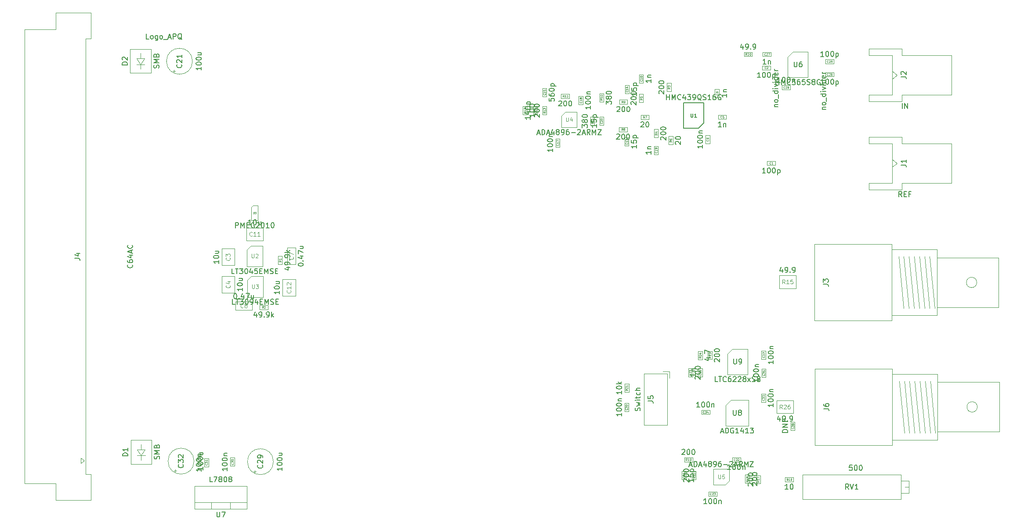
<source format=gbr>
G04 #@! TF.GenerationSoftware,KiCad,Pcbnew,(6.0.1)*
G04 #@! TF.CreationDate,2022-01-25T10:24:49+01:00*
G04 #@! TF.ProjectId,PFD_HMC439QS16G,5046445f-484d-4433-9433-395153313647,1.4*
G04 #@! TF.SameCoordinates,Original*
G04 #@! TF.FileFunction,AssemblyDrawing,Top*
%FSLAX46Y46*%
G04 Gerber Fmt 4.6, Leading zero omitted, Abs format (unit mm)*
G04 Created by KiCad (PCBNEW (6.0.1)) date 2022-01-25 10:24:49*
%MOMM*%
%LPD*%
G01*
G04 APERTURE LIST*
%ADD10C,0.150000*%
%ADD11C,0.060000*%
%ADD12C,0.120000*%
%ADD13C,0.110000*%
%ADD14C,0.050000*%
%ADD15C,0.100000*%
G04 APERTURE END LIST*
D10*
X204480952Y-65482380D02*
X203909523Y-65482380D01*
X204195238Y-65482380D02*
X204195238Y-64482380D01*
X204100000Y-64625238D01*
X204004761Y-64720476D01*
X203909523Y-64768095D01*
X205100000Y-64482380D02*
X205195238Y-64482380D01*
X205290476Y-64530000D01*
X205338095Y-64577619D01*
X205385714Y-64672857D01*
X205433333Y-64863333D01*
X205433333Y-65101428D01*
X205385714Y-65291904D01*
X205338095Y-65387142D01*
X205290476Y-65434761D01*
X205195238Y-65482380D01*
X205100000Y-65482380D01*
X205004761Y-65434761D01*
X204957142Y-65387142D01*
X204909523Y-65291904D01*
X204861904Y-65101428D01*
X204861904Y-64863333D01*
X204909523Y-64672857D01*
X204957142Y-64577619D01*
X205004761Y-64530000D01*
X205100000Y-64482380D01*
X206052380Y-64482380D02*
X206147619Y-64482380D01*
X206242857Y-64530000D01*
X206290476Y-64577619D01*
X206338095Y-64672857D01*
X206385714Y-64863333D01*
X206385714Y-65101428D01*
X206338095Y-65291904D01*
X206290476Y-65387142D01*
X206242857Y-65434761D01*
X206147619Y-65482380D01*
X206052380Y-65482380D01*
X205957142Y-65434761D01*
X205909523Y-65387142D01*
X205861904Y-65291904D01*
X205814285Y-65101428D01*
X205814285Y-64863333D01*
X205861904Y-64672857D01*
X205909523Y-64577619D01*
X205957142Y-64530000D01*
X206052380Y-64482380D01*
X206814285Y-64815714D02*
X206814285Y-65815714D01*
X206814285Y-64863333D02*
X206909523Y-64815714D01*
X207100000Y-64815714D01*
X207195238Y-64863333D01*
X207242857Y-64910952D01*
X207290476Y-65006190D01*
X207290476Y-65291904D01*
X207242857Y-65387142D01*
X207195238Y-65434761D01*
X207100000Y-65482380D01*
X206909523Y-65482380D01*
X206814285Y-65434761D01*
D11*
X205533333Y-63742857D02*
X205514285Y-63761904D01*
X205457142Y-63780952D01*
X205419047Y-63780952D01*
X205361904Y-63761904D01*
X205323809Y-63723809D01*
X205304761Y-63685714D01*
X205285714Y-63609523D01*
X205285714Y-63552380D01*
X205304761Y-63476190D01*
X205323809Y-63438095D01*
X205361904Y-63400000D01*
X205419047Y-63380952D01*
X205457142Y-63380952D01*
X205514285Y-63400000D01*
X205533333Y-63419047D01*
X205685714Y-63419047D02*
X205704761Y-63400000D01*
X205742857Y-63380952D01*
X205838095Y-63380952D01*
X205876190Y-63400000D01*
X205895238Y-63419047D01*
X205914285Y-63457142D01*
X205914285Y-63495238D01*
X205895238Y-63552380D01*
X205666666Y-63780952D01*
X205914285Y-63780952D01*
D10*
X100072380Y-100742857D02*
X100072380Y-101314285D01*
X100072380Y-101028571D02*
X99072380Y-101028571D01*
X99215238Y-101123809D01*
X99310476Y-101219047D01*
X99358095Y-101314285D01*
X99072380Y-100123809D02*
X99072380Y-100028571D01*
X99120000Y-99933333D01*
X99167619Y-99885714D01*
X99262857Y-99838095D01*
X99453333Y-99790476D01*
X99691428Y-99790476D01*
X99881904Y-99838095D01*
X99977142Y-99885714D01*
X100024761Y-99933333D01*
X100072380Y-100028571D01*
X100072380Y-100123809D01*
X100024761Y-100219047D01*
X99977142Y-100266666D01*
X99881904Y-100314285D01*
X99691428Y-100361904D01*
X99453333Y-100361904D01*
X99262857Y-100314285D01*
X99167619Y-100266666D01*
X99120000Y-100219047D01*
X99072380Y-100123809D01*
X99405714Y-98933333D02*
X100072380Y-98933333D01*
X99405714Y-99361904D02*
X99929523Y-99361904D01*
X100024761Y-99314285D01*
X100072380Y-99219047D01*
X100072380Y-99076190D01*
X100024761Y-98980952D01*
X99977142Y-98933333D01*
D12*
X102185714Y-100233333D02*
X102223809Y-100271428D01*
X102261904Y-100385714D01*
X102261904Y-100461904D01*
X102223809Y-100576190D01*
X102147619Y-100652380D01*
X102071428Y-100690476D01*
X101919047Y-100728571D01*
X101804761Y-100728571D01*
X101652380Y-100690476D01*
X101576190Y-100652380D01*
X101500000Y-100576190D01*
X101461904Y-100461904D01*
X101461904Y-100385714D01*
X101500000Y-100271428D01*
X101538095Y-100233333D01*
X101461904Y-99966666D02*
X101461904Y-99471428D01*
X101766666Y-99738095D01*
X101766666Y-99623809D01*
X101804761Y-99547619D01*
X101842857Y-99509523D01*
X101919047Y-99471428D01*
X102109523Y-99471428D01*
X102185714Y-99509523D01*
X102223809Y-99547619D01*
X102261904Y-99623809D01*
X102261904Y-99852380D01*
X102223809Y-99928571D01*
X102185714Y-99966666D01*
D10*
X104632380Y-106042857D02*
X104632380Y-106614285D01*
X104632380Y-106328571D02*
X103632380Y-106328571D01*
X103775238Y-106423809D01*
X103870476Y-106519047D01*
X103918095Y-106614285D01*
X103632380Y-105423809D02*
X103632380Y-105328571D01*
X103680000Y-105233333D01*
X103727619Y-105185714D01*
X103822857Y-105138095D01*
X104013333Y-105090476D01*
X104251428Y-105090476D01*
X104441904Y-105138095D01*
X104537142Y-105185714D01*
X104584761Y-105233333D01*
X104632380Y-105328571D01*
X104632380Y-105423809D01*
X104584761Y-105519047D01*
X104537142Y-105566666D01*
X104441904Y-105614285D01*
X104251428Y-105661904D01*
X104013333Y-105661904D01*
X103822857Y-105614285D01*
X103727619Y-105566666D01*
X103680000Y-105519047D01*
X103632380Y-105423809D01*
X103965714Y-104233333D02*
X104632380Y-104233333D01*
X103965714Y-104661904D02*
X104489523Y-104661904D01*
X104584761Y-104614285D01*
X104632380Y-104519047D01*
X104632380Y-104376190D01*
X104584761Y-104280952D01*
X104537142Y-104233333D01*
D12*
X102185714Y-105533333D02*
X102223809Y-105571428D01*
X102261904Y-105685714D01*
X102261904Y-105761904D01*
X102223809Y-105876190D01*
X102147619Y-105952380D01*
X102071428Y-105990476D01*
X101919047Y-106028571D01*
X101804761Y-106028571D01*
X101652380Y-105990476D01*
X101576190Y-105952380D01*
X101500000Y-105876190D01*
X101461904Y-105761904D01*
X101461904Y-105685714D01*
X101500000Y-105571428D01*
X101538095Y-105533333D01*
X101728571Y-104847619D02*
X102261904Y-104847619D01*
X101423809Y-105038095D02*
X101995238Y-105228571D01*
X101995238Y-104733333D01*
D10*
X196933333Y-74982380D02*
X196361904Y-74982380D01*
X196647619Y-74982380D02*
X196647619Y-73982380D01*
X196552380Y-74125238D01*
X196457142Y-74220476D01*
X196361904Y-74268095D01*
X197361904Y-74315714D02*
X197361904Y-74982380D01*
X197361904Y-74410952D02*
X197409523Y-74363333D01*
X197504761Y-74315714D01*
X197647619Y-74315714D01*
X197742857Y-74363333D01*
X197790476Y-74458571D01*
X197790476Y-74982380D01*
D11*
X197033333Y-73242857D02*
X197014285Y-73261904D01*
X196957142Y-73280952D01*
X196919047Y-73280952D01*
X196861904Y-73261904D01*
X196823809Y-73223809D01*
X196804761Y-73185714D01*
X196785714Y-73109523D01*
X196785714Y-73052380D01*
X196804761Y-72976190D01*
X196823809Y-72938095D01*
X196861904Y-72900000D01*
X196919047Y-72880952D01*
X196957142Y-72880952D01*
X197014285Y-72900000D01*
X197033333Y-72919047D01*
X197395238Y-72880952D02*
X197204761Y-72880952D01*
X197185714Y-73071428D01*
X197204761Y-73052380D01*
X197242857Y-73033333D01*
X197338095Y-73033333D01*
X197376190Y-73052380D01*
X197395238Y-73071428D01*
X197414285Y-73109523D01*
X197414285Y-73204761D01*
X197395238Y-73242857D01*
X197376190Y-73261904D01*
X197338095Y-73280952D01*
X197242857Y-73280952D01*
X197204761Y-73261904D01*
X197185714Y-73242857D01*
D10*
X197982380Y-68666666D02*
X197982380Y-69238095D01*
X197982380Y-68952380D02*
X196982380Y-68952380D01*
X197125238Y-69047619D01*
X197220476Y-69142857D01*
X197268095Y-69238095D01*
X197315714Y-68238095D02*
X197982380Y-68238095D01*
X197410952Y-68238095D02*
X197363333Y-68190476D01*
X197315714Y-68095238D01*
X197315714Y-67952380D01*
X197363333Y-67857142D01*
X197458571Y-67809523D01*
X197982380Y-67809523D01*
D11*
X196242857Y-68566666D02*
X196261904Y-68585714D01*
X196280952Y-68642857D01*
X196280952Y-68680952D01*
X196261904Y-68738095D01*
X196223809Y-68776190D01*
X196185714Y-68795238D01*
X196109523Y-68814285D01*
X196052380Y-68814285D01*
X195976190Y-68795238D01*
X195938095Y-68776190D01*
X195900000Y-68738095D01*
X195880952Y-68680952D01*
X195880952Y-68642857D01*
X195900000Y-68585714D01*
X195919047Y-68566666D01*
X195880952Y-68223809D02*
X195880952Y-68300000D01*
X195900000Y-68338095D01*
X195919047Y-68357142D01*
X195976190Y-68395238D01*
X196052380Y-68414285D01*
X196204761Y-68414285D01*
X196242857Y-68395238D01*
X196261904Y-68376190D01*
X196280952Y-68338095D01*
X196280952Y-68261904D01*
X196261904Y-68223809D01*
X196242857Y-68204761D01*
X196204761Y-68185714D01*
X196109523Y-68185714D01*
X196071428Y-68204761D01*
X196052380Y-68223809D01*
X196033333Y-68261904D01*
X196033333Y-68338095D01*
X196052380Y-68376190D01*
X196071428Y-68395238D01*
X196109523Y-68414285D01*
D10*
X115372380Y-101590476D02*
X115372380Y-101495238D01*
X115420000Y-101400000D01*
X115467619Y-101352380D01*
X115562857Y-101304761D01*
X115753333Y-101257142D01*
X115991428Y-101257142D01*
X116181904Y-101304761D01*
X116277142Y-101352380D01*
X116324761Y-101400000D01*
X116372380Y-101495238D01*
X116372380Y-101590476D01*
X116324761Y-101685714D01*
X116277142Y-101733333D01*
X116181904Y-101780952D01*
X115991428Y-101828571D01*
X115753333Y-101828571D01*
X115562857Y-101780952D01*
X115467619Y-101733333D01*
X115420000Y-101685714D01*
X115372380Y-101590476D01*
X116277142Y-100828571D02*
X116324761Y-100780952D01*
X116372380Y-100828571D01*
X116324761Y-100876190D01*
X116277142Y-100828571D01*
X116372380Y-100828571D01*
X115705714Y-99923809D02*
X116372380Y-99923809D01*
X115324761Y-100161904D02*
X116039047Y-100400000D01*
X116039047Y-99780952D01*
X115372380Y-99495238D02*
X115372380Y-98828571D01*
X116372380Y-99257142D01*
X115705714Y-98019047D02*
X116372380Y-98019047D01*
X115705714Y-98447619D02*
X116229523Y-98447619D01*
X116324761Y-98400000D01*
X116372380Y-98304761D01*
X116372380Y-98161904D01*
X116324761Y-98066666D01*
X116277142Y-98019047D01*
D12*
X114385714Y-100033333D02*
X114423809Y-100071428D01*
X114461904Y-100185714D01*
X114461904Y-100261904D01*
X114423809Y-100376190D01*
X114347619Y-100452380D01*
X114271428Y-100490476D01*
X114119047Y-100528571D01*
X114004761Y-100528571D01*
X113852380Y-100490476D01*
X113776190Y-100452380D01*
X113700000Y-100376190D01*
X113661904Y-100261904D01*
X113661904Y-100185714D01*
X113700000Y-100071428D01*
X113738095Y-100033333D01*
X113661904Y-99766666D02*
X113661904Y-99233333D01*
X114461904Y-99576190D01*
D10*
X103209523Y-107132380D02*
X103304761Y-107132380D01*
X103400000Y-107180000D01*
X103447619Y-107227619D01*
X103495238Y-107322857D01*
X103542857Y-107513333D01*
X103542857Y-107751428D01*
X103495238Y-107941904D01*
X103447619Y-108037142D01*
X103400000Y-108084761D01*
X103304761Y-108132380D01*
X103209523Y-108132380D01*
X103114285Y-108084761D01*
X103066666Y-108037142D01*
X103019047Y-107941904D01*
X102971428Y-107751428D01*
X102971428Y-107513333D01*
X103019047Y-107322857D01*
X103066666Y-107227619D01*
X103114285Y-107180000D01*
X103209523Y-107132380D01*
X103971428Y-108037142D02*
X104019047Y-108084761D01*
X103971428Y-108132380D01*
X103923809Y-108084761D01*
X103971428Y-108037142D01*
X103971428Y-108132380D01*
X104876190Y-107465714D02*
X104876190Y-108132380D01*
X104638095Y-107084761D02*
X104400000Y-107799047D01*
X105019047Y-107799047D01*
X105304761Y-107132380D02*
X105971428Y-107132380D01*
X105542857Y-108132380D01*
X106780952Y-107465714D02*
X106780952Y-108132380D01*
X106352380Y-107465714D02*
X106352380Y-107989523D01*
X106400000Y-108084761D01*
X106495238Y-108132380D01*
X106638095Y-108132380D01*
X106733333Y-108084761D01*
X106780952Y-108037142D01*
D12*
X104766666Y-109785714D02*
X104728571Y-109823809D01*
X104614285Y-109861904D01*
X104538095Y-109861904D01*
X104423809Y-109823809D01*
X104347619Y-109747619D01*
X104309523Y-109671428D01*
X104271428Y-109519047D01*
X104271428Y-109404761D01*
X104309523Y-109252380D01*
X104347619Y-109176190D01*
X104423809Y-109100000D01*
X104538095Y-109061904D01*
X104614285Y-109061904D01*
X104728571Y-109100000D01*
X104766666Y-109138095D01*
X105223809Y-109404761D02*
X105147619Y-109366666D01*
X105109523Y-109328571D01*
X105071428Y-109252380D01*
X105071428Y-109214285D01*
X105109523Y-109138095D01*
X105147619Y-109100000D01*
X105223809Y-109061904D01*
X105376190Y-109061904D01*
X105452380Y-109100000D01*
X105490476Y-109138095D01*
X105528571Y-109214285D01*
X105528571Y-109252380D01*
X105490476Y-109328571D01*
X105452380Y-109366666D01*
X105376190Y-109404761D01*
X105223809Y-109404761D01*
X105147619Y-109442857D01*
X105109523Y-109480952D01*
X105071428Y-109557142D01*
X105071428Y-109709523D01*
X105109523Y-109785714D01*
X105147619Y-109823809D01*
X105223809Y-109861904D01*
X105376190Y-109861904D01*
X105452380Y-109823809D01*
X105490476Y-109785714D01*
X105528571Y-109709523D01*
X105528571Y-109557142D01*
X105490476Y-109480952D01*
X105452380Y-109442857D01*
X105376190Y-109404761D01*
D10*
X193322380Y-78519047D02*
X193322380Y-79090476D01*
X193322380Y-78804761D02*
X192322380Y-78804761D01*
X192465238Y-78900000D01*
X192560476Y-78995238D01*
X192608095Y-79090476D01*
X192322380Y-77900000D02*
X192322380Y-77804761D01*
X192370000Y-77709523D01*
X192417619Y-77661904D01*
X192512857Y-77614285D01*
X192703333Y-77566666D01*
X192941428Y-77566666D01*
X193131904Y-77614285D01*
X193227142Y-77661904D01*
X193274761Y-77709523D01*
X193322380Y-77804761D01*
X193322380Y-77900000D01*
X193274761Y-77995238D01*
X193227142Y-78042857D01*
X193131904Y-78090476D01*
X192941428Y-78138095D01*
X192703333Y-78138095D01*
X192512857Y-78090476D01*
X192417619Y-78042857D01*
X192370000Y-77995238D01*
X192322380Y-77900000D01*
X192322380Y-76947619D02*
X192322380Y-76852380D01*
X192370000Y-76757142D01*
X192417619Y-76709523D01*
X192512857Y-76661904D01*
X192703333Y-76614285D01*
X192941428Y-76614285D01*
X193131904Y-76661904D01*
X193227142Y-76709523D01*
X193274761Y-76757142D01*
X193322380Y-76852380D01*
X193322380Y-76947619D01*
X193274761Y-77042857D01*
X193227142Y-77090476D01*
X193131904Y-77138095D01*
X192941428Y-77185714D01*
X192703333Y-77185714D01*
X192512857Y-77138095D01*
X192417619Y-77090476D01*
X192370000Y-77042857D01*
X192322380Y-76947619D01*
X192655714Y-76185714D02*
X193322380Y-76185714D01*
X192750952Y-76185714D02*
X192703333Y-76138095D01*
X192655714Y-76042857D01*
X192655714Y-75900000D01*
X192703333Y-75804761D01*
X192798571Y-75757142D01*
X193322380Y-75757142D01*
D11*
X194442857Y-77466666D02*
X194461904Y-77485714D01*
X194480952Y-77542857D01*
X194480952Y-77580952D01*
X194461904Y-77638095D01*
X194423809Y-77676190D01*
X194385714Y-77695238D01*
X194309523Y-77714285D01*
X194252380Y-77714285D01*
X194176190Y-77695238D01*
X194138095Y-77676190D01*
X194100000Y-77638095D01*
X194080952Y-77580952D01*
X194080952Y-77542857D01*
X194100000Y-77485714D01*
X194119047Y-77466666D01*
X194480952Y-77276190D02*
X194480952Y-77200000D01*
X194461904Y-77161904D01*
X194442857Y-77142857D01*
X194385714Y-77104761D01*
X194309523Y-77085714D01*
X194157142Y-77085714D01*
X194119047Y-77104761D01*
X194100000Y-77123809D01*
X194080952Y-77161904D01*
X194080952Y-77238095D01*
X194100000Y-77276190D01*
X194119047Y-77295238D01*
X194157142Y-77314285D01*
X194252380Y-77314285D01*
X194290476Y-77295238D01*
X194309523Y-77276190D01*
X194328571Y-77238095D01*
X194328571Y-77161904D01*
X194309523Y-77123809D01*
X194290476Y-77104761D01*
X194252380Y-77085714D01*
D10*
X183382380Y-65866666D02*
X183382380Y-66438095D01*
X183382380Y-66152380D02*
X182382380Y-66152380D01*
X182525238Y-66247619D01*
X182620476Y-66342857D01*
X182668095Y-66438095D01*
X182715714Y-65438095D02*
X183382380Y-65438095D01*
X182810952Y-65438095D02*
X182763333Y-65390476D01*
X182715714Y-65295238D01*
X182715714Y-65152380D01*
X182763333Y-65057142D01*
X182858571Y-65009523D01*
X183382380Y-65009523D01*
D11*
X181642857Y-65957142D02*
X181661904Y-65976190D01*
X181680952Y-66033333D01*
X181680952Y-66071428D01*
X181661904Y-66128571D01*
X181623809Y-66166666D01*
X181585714Y-66185714D01*
X181509523Y-66204761D01*
X181452380Y-66204761D01*
X181376190Y-66185714D01*
X181338095Y-66166666D01*
X181300000Y-66128571D01*
X181280952Y-66071428D01*
X181280952Y-66033333D01*
X181300000Y-65976190D01*
X181319047Y-65957142D01*
X181680952Y-65576190D02*
X181680952Y-65804761D01*
X181680952Y-65690476D02*
X181280952Y-65690476D01*
X181338095Y-65728571D01*
X181376190Y-65766666D01*
X181395238Y-65804761D01*
X181280952Y-65328571D02*
X181280952Y-65290476D01*
X181300000Y-65252380D01*
X181319047Y-65233333D01*
X181357142Y-65214285D01*
X181433333Y-65195238D01*
X181528571Y-65195238D01*
X181604761Y-65214285D01*
X181642857Y-65233333D01*
X181661904Y-65252380D01*
X181680952Y-65290476D01*
X181680952Y-65328571D01*
X181661904Y-65366666D01*
X181642857Y-65385714D01*
X181604761Y-65404761D01*
X181528571Y-65423809D01*
X181433333Y-65423809D01*
X181357142Y-65404761D01*
X181319047Y-65385714D01*
X181300000Y-65366666D01*
X181280952Y-65328571D01*
D10*
X106357142Y-93872380D02*
X105785714Y-93872380D01*
X106071428Y-93872380D02*
X106071428Y-92872380D01*
X105976190Y-93015238D01*
X105880952Y-93110476D01*
X105785714Y-93158095D01*
X106976190Y-92872380D02*
X107071428Y-92872380D01*
X107166666Y-92920000D01*
X107214285Y-92967619D01*
X107261904Y-93062857D01*
X107309523Y-93253333D01*
X107309523Y-93491428D01*
X107261904Y-93681904D01*
X107214285Y-93777142D01*
X107166666Y-93824761D01*
X107071428Y-93872380D01*
X106976190Y-93872380D01*
X106880952Y-93824761D01*
X106833333Y-93777142D01*
X106785714Y-93681904D01*
X106738095Y-93491428D01*
X106738095Y-93253333D01*
X106785714Y-93062857D01*
X106833333Y-92967619D01*
X106880952Y-92920000D01*
X106976190Y-92872380D01*
X108166666Y-93205714D02*
X108166666Y-93872380D01*
X107738095Y-93205714D02*
X107738095Y-93729523D01*
X107785714Y-93824761D01*
X107880952Y-93872380D01*
X108023809Y-93872380D01*
X108119047Y-93824761D01*
X108166666Y-93777142D01*
D12*
X106485714Y-95985714D02*
X106447619Y-96023809D01*
X106333333Y-96061904D01*
X106257142Y-96061904D01*
X106142857Y-96023809D01*
X106066666Y-95947619D01*
X106028571Y-95871428D01*
X105990476Y-95719047D01*
X105990476Y-95604761D01*
X106028571Y-95452380D01*
X106066666Y-95376190D01*
X106142857Y-95300000D01*
X106257142Y-95261904D01*
X106333333Y-95261904D01*
X106447619Y-95300000D01*
X106485714Y-95338095D01*
X107247619Y-96061904D02*
X106790476Y-96061904D01*
X107019047Y-96061904D02*
X107019047Y-95261904D01*
X106942857Y-95376190D01*
X106866666Y-95452380D01*
X106790476Y-95490476D01*
X108009523Y-96061904D02*
X107552380Y-96061904D01*
X107780952Y-96061904D02*
X107780952Y-95261904D01*
X107704761Y-95376190D01*
X107628571Y-95452380D01*
X107552380Y-95490476D01*
D10*
X180582380Y-78492857D02*
X180582380Y-79064285D01*
X180582380Y-78778571D02*
X179582380Y-78778571D01*
X179725238Y-78873809D01*
X179820476Y-78969047D01*
X179868095Y-79064285D01*
X179582380Y-77588095D02*
X179582380Y-78064285D01*
X180058571Y-78111904D01*
X180010952Y-78064285D01*
X179963333Y-77969047D01*
X179963333Y-77730952D01*
X180010952Y-77635714D01*
X180058571Y-77588095D01*
X180153809Y-77540476D01*
X180391904Y-77540476D01*
X180487142Y-77588095D01*
X180534761Y-77635714D01*
X180582380Y-77730952D01*
X180582380Y-77969047D01*
X180534761Y-78064285D01*
X180487142Y-78111904D01*
X179915714Y-77111904D02*
X180915714Y-77111904D01*
X179963333Y-77111904D02*
X179915714Y-77016666D01*
X179915714Y-76826190D01*
X179963333Y-76730952D01*
X180010952Y-76683333D01*
X180106190Y-76635714D01*
X180391904Y-76635714D01*
X180487142Y-76683333D01*
X180534761Y-76730952D01*
X180582380Y-76826190D01*
X180582380Y-77016666D01*
X180534761Y-77111904D01*
D11*
X178842857Y-78107142D02*
X178861904Y-78126190D01*
X178880952Y-78183333D01*
X178880952Y-78221428D01*
X178861904Y-78278571D01*
X178823809Y-78316666D01*
X178785714Y-78335714D01*
X178709523Y-78354761D01*
X178652380Y-78354761D01*
X178576190Y-78335714D01*
X178538095Y-78316666D01*
X178500000Y-78278571D01*
X178480952Y-78221428D01*
X178480952Y-78183333D01*
X178500000Y-78126190D01*
X178519047Y-78107142D01*
X178880952Y-77726190D02*
X178880952Y-77954761D01*
X178880952Y-77840476D02*
X178480952Y-77840476D01*
X178538095Y-77878571D01*
X178576190Y-77916666D01*
X178595238Y-77954761D01*
X178480952Y-77592857D02*
X178480952Y-77345238D01*
X178633333Y-77478571D01*
X178633333Y-77421428D01*
X178652380Y-77383333D01*
X178671428Y-77364285D01*
X178709523Y-77345238D01*
X178804761Y-77345238D01*
X178842857Y-77364285D01*
X178861904Y-77383333D01*
X178880952Y-77421428D01*
X178880952Y-77535714D01*
X178861904Y-77573809D01*
X178842857Y-77592857D01*
D10*
X180632380Y-68392857D02*
X180632380Y-68964285D01*
X180632380Y-68678571D02*
X179632380Y-68678571D01*
X179775238Y-68773809D01*
X179870476Y-68869047D01*
X179918095Y-68964285D01*
X179632380Y-67488095D02*
X179632380Y-67964285D01*
X180108571Y-68011904D01*
X180060952Y-67964285D01*
X180013333Y-67869047D01*
X180013333Y-67630952D01*
X180060952Y-67535714D01*
X180108571Y-67488095D01*
X180203809Y-67440476D01*
X180441904Y-67440476D01*
X180537142Y-67488095D01*
X180584761Y-67535714D01*
X180632380Y-67630952D01*
X180632380Y-67869047D01*
X180584761Y-67964285D01*
X180537142Y-68011904D01*
X179965714Y-67011904D02*
X180965714Y-67011904D01*
X180013333Y-67011904D02*
X179965714Y-66916666D01*
X179965714Y-66726190D01*
X180013333Y-66630952D01*
X180060952Y-66583333D01*
X180156190Y-66535714D01*
X180441904Y-66535714D01*
X180537142Y-66583333D01*
X180584761Y-66630952D01*
X180632380Y-66726190D01*
X180632380Y-66916666D01*
X180584761Y-67011904D01*
D11*
X178892857Y-68007142D02*
X178911904Y-68026190D01*
X178930952Y-68083333D01*
X178930952Y-68121428D01*
X178911904Y-68178571D01*
X178873809Y-68216666D01*
X178835714Y-68235714D01*
X178759523Y-68254761D01*
X178702380Y-68254761D01*
X178626190Y-68235714D01*
X178588095Y-68216666D01*
X178550000Y-68178571D01*
X178530952Y-68121428D01*
X178530952Y-68083333D01*
X178550000Y-68026190D01*
X178569047Y-68007142D01*
X178930952Y-67626190D02*
X178930952Y-67854761D01*
X178930952Y-67740476D02*
X178530952Y-67740476D01*
X178588095Y-67778571D01*
X178626190Y-67816666D01*
X178645238Y-67854761D01*
X178664285Y-67283333D02*
X178930952Y-67283333D01*
X178511904Y-67378571D02*
X178797619Y-67473809D01*
X178797619Y-67226190D01*
D10*
X163732380Y-69516666D02*
X163732380Y-69992857D01*
X164208571Y-70040476D01*
X164160952Y-69992857D01*
X164113333Y-69897619D01*
X164113333Y-69659523D01*
X164160952Y-69564285D01*
X164208571Y-69516666D01*
X164303809Y-69469047D01*
X164541904Y-69469047D01*
X164637142Y-69516666D01*
X164684761Y-69564285D01*
X164732380Y-69659523D01*
X164732380Y-69897619D01*
X164684761Y-69992857D01*
X164637142Y-70040476D01*
X163732380Y-68611904D02*
X163732380Y-68802380D01*
X163780000Y-68897619D01*
X163827619Y-68945238D01*
X163970476Y-69040476D01*
X164160952Y-69088095D01*
X164541904Y-69088095D01*
X164637142Y-69040476D01*
X164684761Y-68992857D01*
X164732380Y-68897619D01*
X164732380Y-68707142D01*
X164684761Y-68611904D01*
X164637142Y-68564285D01*
X164541904Y-68516666D01*
X164303809Y-68516666D01*
X164208571Y-68564285D01*
X164160952Y-68611904D01*
X164113333Y-68707142D01*
X164113333Y-68897619D01*
X164160952Y-68992857D01*
X164208571Y-69040476D01*
X164303809Y-69088095D01*
X163732380Y-67897619D02*
X163732380Y-67802380D01*
X163780000Y-67707142D01*
X163827619Y-67659523D01*
X163922857Y-67611904D01*
X164113333Y-67564285D01*
X164351428Y-67564285D01*
X164541904Y-67611904D01*
X164637142Y-67659523D01*
X164684761Y-67707142D01*
X164732380Y-67802380D01*
X164732380Y-67897619D01*
X164684761Y-67992857D01*
X164637142Y-68040476D01*
X164541904Y-68088095D01*
X164351428Y-68135714D01*
X164113333Y-68135714D01*
X163922857Y-68088095D01*
X163827619Y-68040476D01*
X163780000Y-67992857D01*
X163732380Y-67897619D01*
X164065714Y-67135714D02*
X165065714Y-67135714D01*
X164113333Y-67135714D02*
X164065714Y-67040476D01*
X164065714Y-66850000D01*
X164113333Y-66754761D01*
X164160952Y-66707142D01*
X164256190Y-66659523D01*
X164541904Y-66659523D01*
X164637142Y-66707142D01*
X164684761Y-66754761D01*
X164732380Y-66850000D01*
X164732380Y-67040476D01*
X164684761Y-67135714D01*
D11*
X162992857Y-68607142D02*
X163011904Y-68626190D01*
X163030952Y-68683333D01*
X163030952Y-68721428D01*
X163011904Y-68778571D01*
X162973809Y-68816666D01*
X162935714Y-68835714D01*
X162859523Y-68854761D01*
X162802380Y-68854761D01*
X162726190Y-68835714D01*
X162688095Y-68816666D01*
X162650000Y-68778571D01*
X162630952Y-68721428D01*
X162630952Y-68683333D01*
X162650000Y-68626190D01*
X162669047Y-68607142D01*
X163030952Y-68226190D02*
X163030952Y-68454761D01*
X163030952Y-68340476D02*
X162630952Y-68340476D01*
X162688095Y-68378571D01*
X162726190Y-68416666D01*
X162745238Y-68454761D01*
X162630952Y-67864285D02*
X162630952Y-68054761D01*
X162821428Y-68073809D01*
X162802380Y-68054761D01*
X162783333Y-68016666D01*
X162783333Y-67921428D01*
X162802380Y-67883333D01*
X162821428Y-67864285D01*
X162859523Y-67845238D01*
X162954761Y-67845238D01*
X162992857Y-67864285D01*
X163011904Y-67883333D01*
X163030952Y-67921428D01*
X163030952Y-68016666D01*
X163011904Y-68054761D01*
X162992857Y-68073809D01*
D10*
X160122380Y-72969047D02*
X160122380Y-73540476D01*
X160122380Y-73254761D02*
X159122380Y-73254761D01*
X159265238Y-73350000D01*
X159360476Y-73445238D01*
X159408095Y-73540476D01*
X159455714Y-72111904D02*
X160122380Y-72111904D01*
X159074761Y-72350000D02*
X159789047Y-72588095D01*
X159789047Y-71969047D01*
X159122380Y-71397619D02*
X159122380Y-71302380D01*
X159170000Y-71207142D01*
X159217619Y-71159523D01*
X159312857Y-71111904D01*
X159503333Y-71064285D01*
X159741428Y-71064285D01*
X159931904Y-71111904D01*
X160027142Y-71159523D01*
X160074761Y-71207142D01*
X160122380Y-71302380D01*
X160122380Y-71397619D01*
X160074761Y-71492857D01*
X160027142Y-71540476D01*
X159931904Y-71588095D01*
X159741428Y-71635714D01*
X159503333Y-71635714D01*
X159312857Y-71588095D01*
X159217619Y-71540476D01*
X159170000Y-71492857D01*
X159122380Y-71397619D01*
X159455714Y-70635714D02*
X160455714Y-70635714D01*
X159503333Y-70635714D02*
X159455714Y-70540476D01*
X159455714Y-70350000D01*
X159503333Y-70254761D01*
X159550952Y-70207142D01*
X159646190Y-70159523D01*
X159931904Y-70159523D01*
X160027142Y-70207142D01*
X160074761Y-70254761D01*
X160122380Y-70350000D01*
X160122380Y-70540476D01*
X160074761Y-70635714D01*
D11*
X161242857Y-72107142D02*
X161261904Y-72126190D01*
X161280952Y-72183333D01*
X161280952Y-72221428D01*
X161261904Y-72278571D01*
X161223809Y-72316666D01*
X161185714Y-72335714D01*
X161109523Y-72354761D01*
X161052380Y-72354761D01*
X160976190Y-72335714D01*
X160938095Y-72316666D01*
X160900000Y-72278571D01*
X160880952Y-72221428D01*
X160880952Y-72183333D01*
X160900000Y-72126190D01*
X160919047Y-72107142D01*
X161280952Y-71726190D02*
X161280952Y-71954761D01*
X161280952Y-71840476D02*
X160880952Y-71840476D01*
X160938095Y-71878571D01*
X160976190Y-71916666D01*
X160995238Y-71954761D01*
X160880952Y-71383333D02*
X160880952Y-71459523D01*
X160900000Y-71497619D01*
X160919047Y-71516666D01*
X160976190Y-71554761D01*
X161052380Y-71573809D01*
X161204761Y-71573809D01*
X161242857Y-71554761D01*
X161261904Y-71535714D01*
X161280952Y-71497619D01*
X161280952Y-71421428D01*
X161261904Y-71383333D01*
X161242857Y-71364285D01*
X161204761Y-71345238D01*
X161109523Y-71345238D01*
X161071428Y-71364285D01*
X161052380Y-71383333D01*
X161033333Y-71421428D01*
X161033333Y-71497619D01*
X161052380Y-71535714D01*
X161071428Y-71554761D01*
X161109523Y-71573809D01*
D10*
X164422380Y-79219047D02*
X164422380Y-79790476D01*
X164422380Y-79504761D02*
X163422380Y-79504761D01*
X163565238Y-79600000D01*
X163660476Y-79695238D01*
X163708095Y-79790476D01*
X163422380Y-78600000D02*
X163422380Y-78504761D01*
X163470000Y-78409523D01*
X163517619Y-78361904D01*
X163612857Y-78314285D01*
X163803333Y-78266666D01*
X164041428Y-78266666D01*
X164231904Y-78314285D01*
X164327142Y-78361904D01*
X164374761Y-78409523D01*
X164422380Y-78504761D01*
X164422380Y-78600000D01*
X164374761Y-78695238D01*
X164327142Y-78742857D01*
X164231904Y-78790476D01*
X164041428Y-78838095D01*
X163803333Y-78838095D01*
X163612857Y-78790476D01*
X163517619Y-78742857D01*
X163470000Y-78695238D01*
X163422380Y-78600000D01*
X163422380Y-77647619D02*
X163422380Y-77552380D01*
X163470000Y-77457142D01*
X163517619Y-77409523D01*
X163612857Y-77361904D01*
X163803333Y-77314285D01*
X164041428Y-77314285D01*
X164231904Y-77361904D01*
X164327142Y-77409523D01*
X164374761Y-77457142D01*
X164422380Y-77552380D01*
X164422380Y-77647619D01*
X164374761Y-77742857D01*
X164327142Y-77790476D01*
X164231904Y-77838095D01*
X164041428Y-77885714D01*
X163803333Y-77885714D01*
X163612857Y-77838095D01*
X163517619Y-77790476D01*
X163470000Y-77742857D01*
X163422380Y-77647619D01*
X163755714Y-76885714D02*
X164422380Y-76885714D01*
X163850952Y-76885714D02*
X163803333Y-76838095D01*
X163755714Y-76742857D01*
X163755714Y-76600000D01*
X163803333Y-76504761D01*
X163898571Y-76457142D01*
X164422380Y-76457142D01*
D11*
X165542857Y-78357142D02*
X165561904Y-78376190D01*
X165580952Y-78433333D01*
X165580952Y-78471428D01*
X165561904Y-78528571D01*
X165523809Y-78566666D01*
X165485714Y-78585714D01*
X165409523Y-78604761D01*
X165352380Y-78604761D01*
X165276190Y-78585714D01*
X165238095Y-78566666D01*
X165200000Y-78528571D01*
X165180952Y-78471428D01*
X165180952Y-78433333D01*
X165200000Y-78376190D01*
X165219047Y-78357142D01*
X165580952Y-77976190D02*
X165580952Y-78204761D01*
X165580952Y-78090476D02*
X165180952Y-78090476D01*
X165238095Y-78128571D01*
X165276190Y-78166666D01*
X165295238Y-78204761D01*
X165180952Y-77842857D02*
X165180952Y-77576190D01*
X165580952Y-77747619D01*
D10*
X171732380Y-70969047D02*
X171732380Y-71540476D01*
X171732380Y-71254761D02*
X170732380Y-71254761D01*
X170875238Y-71350000D01*
X170970476Y-71445238D01*
X171018095Y-71540476D01*
X170732380Y-70350000D02*
X170732380Y-70254761D01*
X170780000Y-70159523D01*
X170827619Y-70111904D01*
X170922857Y-70064285D01*
X171113333Y-70016666D01*
X171351428Y-70016666D01*
X171541904Y-70064285D01*
X171637142Y-70111904D01*
X171684761Y-70159523D01*
X171732380Y-70254761D01*
X171732380Y-70350000D01*
X171684761Y-70445238D01*
X171637142Y-70492857D01*
X171541904Y-70540476D01*
X171351428Y-70588095D01*
X171113333Y-70588095D01*
X170922857Y-70540476D01*
X170827619Y-70492857D01*
X170780000Y-70445238D01*
X170732380Y-70350000D01*
X170732380Y-69397619D02*
X170732380Y-69302380D01*
X170780000Y-69207142D01*
X170827619Y-69159523D01*
X170922857Y-69111904D01*
X171113333Y-69064285D01*
X171351428Y-69064285D01*
X171541904Y-69111904D01*
X171637142Y-69159523D01*
X171684761Y-69207142D01*
X171732380Y-69302380D01*
X171732380Y-69397619D01*
X171684761Y-69492857D01*
X171637142Y-69540476D01*
X171541904Y-69588095D01*
X171351428Y-69635714D01*
X171113333Y-69635714D01*
X170922857Y-69588095D01*
X170827619Y-69540476D01*
X170780000Y-69492857D01*
X170732380Y-69397619D01*
X171065714Y-68635714D02*
X171732380Y-68635714D01*
X171160952Y-68635714D02*
X171113333Y-68588095D01*
X171065714Y-68492857D01*
X171065714Y-68350000D01*
X171113333Y-68254761D01*
X171208571Y-68207142D01*
X171732380Y-68207142D01*
D11*
X169992857Y-70107142D02*
X170011904Y-70126190D01*
X170030952Y-70183333D01*
X170030952Y-70221428D01*
X170011904Y-70278571D01*
X169973809Y-70316666D01*
X169935714Y-70335714D01*
X169859523Y-70354761D01*
X169802380Y-70354761D01*
X169726190Y-70335714D01*
X169688095Y-70316666D01*
X169650000Y-70278571D01*
X169630952Y-70221428D01*
X169630952Y-70183333D01*
X169650000Y-70126190D01*
X169669047Y-70107142D01*
X170030952Y-69726190D02*
X170030952Y-69954761D01*
X170030952Y-69840476D02*
X169630952Y-69840476D01*
X169688095Y-69878571D01*
X169726190Y-69916666D01*
X169745238Y-69954761D01*
X169802380Y-69497619D02*
X169783333Y-69535714D01*
X169764285Y-69554761D01*
X169726190Y-69573809D01*
X169707142Y-69573809D01*
X169669047Y-69554761D01*
X169650000Y-69535714D01*
X169630952Y-69497619D01*
X169630952Y-69421428D01*
X169650000Y-69383333D01*
X169669047Y-69364285D01*
X169707142Y-69345238D01*
X169726190Y-69345238D01*
X169764285Y-69364285D01*
X169783333Y-69383333D01*
X169802380Y-69421428D01*
X169802380Y-69497619D01*
X169821428Y-69535714D01*
X169840476Y-69554761D01*
X169878571Y-69573809D01*
X169954761Y-69573809D01*
X169992857Y-69554761D01*
X170011904Y-69535714D01*
X170030952Y-69497619D01*
X170030952Y-69421428D01*
X170011904Y-69383333D01*
X169992857Y-69364285D01*
X169954761Y-69345238D01*
X169878571Y-69345238D01*
X169840476Y-69364285D01*
X169821428Y-69383333D01*
X169802380Y-69421428D01*
D10*
X183372380Y-79666666D02*
X183372380Y-80238095D01*
X183372380Y-79952380D02*
X182372380Y-79952380D01*
X182515238Y-80047619D01*
X182610476Y-80142857D01*
X182658095Y-80238095D01*
X182705714Y-79238095D02*
X183372380Y-79238095D01*
X182800952Y-79238095D02*
X182753333Y-79190476D01*
X182705714Y-79095238D01*
X182705714Y-78952380D01*
X182753333Y-78857142D01*
X182848571Y-78809523D01*
X183372380Y-78809523D01*
D11*
X184492857Y-79757142D02*
X184511904Y-79776190D01*
X184530952Y-79833333D01*
X184530952Y-79871428D01*
X184511904Y-79928571D01*
X184473809Y-79966666D01*
X184435714Y-79985714D01*
X184359523Y-80004761D01*
X184302380Y-80004761D01*
X184226190Y-79985714D01*
X184188095Y-79966666D01*
X184150000Y-79928571D01*
X184130952Y-79871428D01*
X184130952Y-79833333D01*
X184150000Y-79776190D01*
X184169047Y-79757142D01*
X184530952Y-79376190D02*
X184530952Y-79604761D01*
X184530952Y-79490476D02*
X184130952Y-79490476D01*
X184188095Y-79528571D01*
X184226190Y-79566666D01*
X184245238Y-79604761D01*
X184530952Y-79185714D02*
X184530952Y-79109523D01*
X184511904Y-79071428D01*
X184492857Y-79052380D01*
X184435714Y-79014285D01*
X184359523Y-78995238D01*
X184207142Y-78995238D01*
X184169047Y-79014285D01*
X184150000Y-79033333D01*
X184130952Y-79071428D01*
X184130952Y-79147619D01*
X184150000Y-79185714D01*
X184169047Y-79204761D01*
X184207142Y-79223809D01*
X184302380Y-79223809D01*
X184340476Y-79204761D01*
X184359523Y-79185714D01*
X184378571Y-79147619D01*
X184378571Y-79071428D01*
X184359523Y-79033333D01*
X184340476Y-79014285D01*
X184302380Y-78995238D01*
D10*
X172872380Y-74492857D02*
X172872380Y-75064285D01*
X172872380Y-74778571D02*
X171872380Y-74778571D01*
X172015238Y-74873809D01*
X172110476Y-74969047D01*
X172158095Y-75064285D01*
X171872380Y-73588095D02*
X171872380Y-74064285D01*
X172348571Y-74111904D01*
X172300952Y-74064285D01*
X172253333Y-73969047D01*
X172253333Y-73730952D01*
X172300952Y-73635714D01*
X172348571Y-73588095D01*
X172443809Y-73540476D01*
X172681904Y-73540476D01*
X172777142Y-73588095D01*
X172824761Y-73635714D01*
X172872380Y-73730952D01*
X172872380Y-73969047D01*
X172824761Y-74064285D01*
X172777142Y-74111904D01*
X172205714Y-73111904D02*
X173205714Y-73111904D01*
X172253333Y-73111904D02*
X172205714Y-73016666D01*
X172205714Y-72826190D01*
X172253333Y-72730952D01*
X172300952Y-72683333D01*
X172396190Y-72635714D01*
X172681904Y-72635714D01*
X172777142Y-72683333D01*
X172824761Y-72730952D01*
X172872380Y-72826190D01*
X172872380Y-73016666D01*
X172824761Y-73111904D01*
D11*
X173992857Y-74107142D02*
X174011904Y-74126190D01*
X174030952Y-74183333D01*
X174030952Y-74221428D01*
X174011904Y-74278571D01*
X173973809Y-74316666D01*
X173935714Y-74335714D01*
X173859523Y-74354761D01*
X173802380Y-74354761D01*
X173726190Y-74335714D01*
X173688095Y-74316666D01*
X173650000Y-74278571D01*
X173630952Y-74221428D01*
X173630952Y-74183333D01*
X173650000Y-74126190D01*
X173669047Y-74107142D01*
X173669047Y-73954761D02*
X173650000Y-73935714D01*
X173630952Y-73897619D01*
X173630952Y-73802380D01*
X173650000Y-73764285D01*
X173669047Y-73745238D01*
X173707142Y-73726190D01*
X173745238Y-73726190D01*
X173802380Y-73745238D01*
X174030952Y-73973809D01*
X174030952Y-73726190D01*
X173630952Y-73478571D02*
X173630952Y-73440476D01*
X173650000Y-73402380D01*
X173669047Y-73383333D01*
X173707142Y-73364285D01*
X173783333Y-73345238D01*
X173878571Y-73345238D01*
X173954761Y-73364285D01*
X173992857Y-73383333D01*
X174011904Y-73402380D01*
X174030952Y-73440476D01*
X174030952Y-73478571D01*
X174011904Y-73516666D01*
X173992857Y-73535714D01*
X173954761Y-73554761D01*
X173878571Y-73573809D01*
X173783333Y-73573809D01*
X173707142Y-73554761D01*
X173669047Y-73535714D01*
X173650000Y-73516666D01*
X173630952Y-73478571D01*
D10*
X198715452Y-141074380D02*
X198144023Y-141074380D01*
X198429738Y-141074380D02*
X198429738Y-140074380D01*
X198334500Y-140217238D01*
X198239261Y-140312476D01*
X198144023Y-140360095D01*
X199334500Y-140074380D02*
X199429738Y-140074380D01*
X199524976Y-140122000D01*
X199572595Y-140169619D01*
X199620214Y-140264857D01*
X199667833Y-140455333D01*
X199667833Y-140693428D01*
X199620214Y-140883904D01*
X199572595Y-140979142D01*
X199524976Y-141026761D01*
X199429738Y-141074380D01*
X199334500Y-141074380D01*
X199239261Y-141026761D01*
X199191642Y-140979142D01*
X199144023Y-140883904D01*
X199096404Y-140693428D01*
X199096404Y-140455333D01*
X199144023Y-140264857D01*
X199191642Y-140169619D01*
X199239261Y-140122000D01*
X199334500Y-140074380D01*
X200286880Y-140074380D02*
X200382119Y-140074380D01*
X200477357Y-140122000D01*
X200524976Y-140169619D01*
X200572595Y-140264857D01*
X200620214Y-140455333D01*
X200620214Y-140693428D01*
X200572595Y-140883904D01*
X200524976Y-140979142D01*
X200477357Y-141026761D01*
X200382119Y-141074380D01*
X200286880Y-141074380D01*
X200191642Y-141026761D01*
X200144023Y-140979142D01*
X200096404Y-140883904D01*
X200048785Y-140693428D01*
X200048785Y-140455333D01*
X200096404Y-140264857D01*
X200144023Y-140169619D01*
X200191642Y-140122000D01*
X200286880Y-140074380D01*
X201048785Y-140407714D02*
X201048785Y-141074380D01*
X201048785Y-140502952D02*
X201096404Y-140455333D01*
X201191642Y-140407714D01*
X201334500Y-140407714D01*
X201429738Y-140455333D01*
X201477357Y-140550571D01*
X201477357Y-141074380D01*
D11*
X199577357Y-139334857D02*
X199558309Y-139353904D01*
X199501166Y-139372952D01*
X199463071Y-139372952D01*
X199405928Y-139353904D01*
X199367833Y-139315809D01*
X199348785Y-139277714D01*
X199329738Y-139201523D01*
X199329738Y-139144380D01*
X199348785Y-139068190D01*
X199367833Y-139030095D01*
X199405928Y-138992000D01*
X199463071Y-138972952D01*
X199501166Y-138972952D01*
X199558309Y-138992000D01*
X199577357Y-139011047D01*
X199729738Y-139011047D02*
X199748785Y-138992000D01*
X199786880Y-138972952D01*
X199882119Y-138972952D01*
X199920214Y-138992000D01*
X199939261Y-139011047D01*
X199958309Y-139049142D01*
X199958309Y-139087238D01*
X199939261Y-139144380D01*
X199710690Y-139372952D01*
X199958309Y-139372952D01*
X200110690Y-139011047D02*
X200129738Y-138992000D01*
X200167833Y-138972952D01*
X200263071Y-138972952D01*
X200301166Y-138992000D01*
X200320214Y-139011047D01*
X200339261Y-139049142D01*
X200339261Y-139087238D01*
X200320214Y-139144380D01*
X200091642Y-139372952D01*
X200339261Y-139372952D01*
D10*
X194130752Y-147665680D02*
X193559323Y-147665680D01*
X193845038Y-147665680D02*
X193845038Y-146665680D01*
X193749800Y-146808538D01*
X193654561Y-146903776D01*
X193559323Y-146951395D01*
X194749800Y-146665680D02*
X194845038Y-146665680D01*
X194940276Y-146713300D01*
X194987895Y-146760919D01*
X195035514Y-146856157D01*
X195083133Y-147046633D01*
X195083133Y-147284728D01*
X195035514Y-147475204D01*
X194987895Y-147570442D01*
X194940276Y-147618061D01*
X194845038Y-147665680D01*
X194749800Y-147665680D01*
X194654561Y-147618061D01*
X194606942Y-147570442D01*
X194559323Y-147475204D01*
X194511704Y-147284728D01*
X194511704Y-147046633D01*
X194559323Y-146856157D01*
X194606942Y-146760919D01*
X194654561Y-146713300D01*
X194749800Y-146665680D01*
X195702180Y-146665680D02*
X195797419Y-146665680D01*
X195892657Y-146713300D01*
X195940276Y-146760919D01*
X195987895Y-146856157D01*
X196035514Y-147046633D01*
X196035514Y-147284728D01*
X195987895Y-147475204D01*
X195940276Y-147570442D01*
X195892657Y-147618061D01*
X195797419Y-147665680D01*
X195702180Y-147665680D01*
X195606942Y-147618061D01*
X195559323Y-147570442D01*
X195511704Y-147475204D01*
X195464085Y-147284728D01*
X195464085Y-147046633D01*
X195511704Y-146856157D01*
X195559323Y-146760919D01*
X195606942Y-146713300D01*
X195702180Y-146665680D01*
X196464085Y-146999014D02*
X196464085Y-147665680D01*
X196464085Y-147094252D02*
X196511704Y-147046633D01*
X196606942Y-146999014D01*
X196749800Y-146999014D01*
X196845038Y-147046633D01*
X196892657Y-147141871D01*
X196892657Y-147665680D01*
D11*
X194992657Y-145926157D02*
X194973609Y-145945204D01*
X194916466Y-145964252D01*
X194878371Y-145964252D01*
X194821228Y-145945204D01*
X194783133Y-145907109D01*
X194764085Y-145869014D01*
X194745038Y-145792823D01*
X194745038Y-145735680D01*
X194764085Y-145659490D01*
X194783133Y-145621395D01*
X194821228Y-145583300D01*
X194878371Y-145564252D01*
X194916466Y-145564252D01*
X194973609Y-145583300D01*
X194992657Y-145602347D01*
X195145038Y-145602347D02*
X195164085Y-145583300D01*
X195202180Y-145564252D01*
X195297419Y-145564252D01*
X195335514Y-145583300D01*
X195354561Y-145602347D01*
X195373609Y-145640442D01*
X195373609Y-145678538D01*
X195354561Y-145735680D01*
X195125990Y-145964252D01*
X195373609Y-145964252D01*
X195506942Y-145564252D02*
X195754561Y-145564252D01*
X195621228Y-145716633D01*
X195678371Y-145716633D01*
X195716466Y-145735680D01*
X195735514Y-145754728D01*
X195754561Y-145792823D01*
X195754561Y-145888061D01*
X195735514Y-145926157D01*
X195716466Y-145945204D01*
X195678371Y-145964252D01*
X195564085Y-145964252D01*
X195525990Y-145945204D01*
X195506942Y-145926157D01*
D10*
X191620380Y-142841757D02*
X191620380Y-143413185D01*
X191620380Y-143127471D02*
X190620380Y-143127471D01*
X190763238Y-143222709D01*
X190858476Y-143317947D01*
X190906095Y-143413185D01*
X190620380Y-141936995D02*
X190620380Y-142413185D01*
X191096571Y-142460804D01*
X191048952Y-142413185D01*
X191001333Y-142317947D01*
X191001333Y-142079852D01*
X191048952Y-141984614D01*
X191096571Y-141936995D01*
X191191809Y-141889376D01*
X191429904Y-141889376D01*
X191525142Y-141936995D01*
X191572761Y-141984614D01*
X191620380Y-142079852D01*
X191620380Y-142317947D01*
X191572761Y-142413185D01*
X191525142Y-142460804D01*
X190953714Y-141460804D02*
X191953714Y-141460804D01*
X191001333Y-141460804D02*
X190953714Y-141365566D01*
X190953714Y-141175090D01*
X191001333Y-141079852D01*
X191048952Y-141032233D01*
X191144190Y-140984614D01*
X191429904Y-140984614D01*
X191525142Y-141032233D01*
X191572761Y-141079852D01*
X191620380Y-141175090D01*
X191620380Y-141365566D01*
X191572761Y-141460804D01*
D11*
X189880857Y-142456042D02*
X189899904Y-142475090D01*
X189918952Y-142532233D01*
X189918952Y-142570328D01*
X189899904Y-142627471D01*
X189861809Y-142665566D01*
X189823714Y-142684614D01*
X189747523Y-142703661D01*
X189690380Y-142703661D01*
X189614190Y-142684614D01*
X189576095Y-142665566D01*
X189538000Y-142627471D01*
X189518952Y-142570328D01*
X189518952Y-142532233D01*
X189538000Y-142475090D01*
X189557047Y-142456042D01*
X189557047Y-142303661D02*
X189538000Y-142284614D01*
X189518952Y-142246519D01*
X189518952Y-142151280D01*
X189538000Y-142113185D01*
X189557047Y-142094138D01*
X189595142Y-142075090D01*
X189633238Y-142075090D01*
X189690380Y-142094138D01*
X189918952Y-142322709D01*
X189918952Y-142075090D01*
X189652285Y-141732233D02*
X189918952Y-141732233D01*
X189499904Y-141827471D02*
X189785619Y-141922709D01*
X189785619Y-141675090D01*
D10*
X86619047Y-58032380D02*
X86142857Y-58032380D01*
X86142857Y-57032380D01*
X87095238Y-58032380D02*
X87000000Y-57984761D01*
X86952380Y-57937142D01*
X86904761Y-57841904D01*
X86904761Y-57556190D01*
X86952380Y-57460952D01*
X87000000Y-57413333D01*
X87095238Y-57365714D01*
X87238095Y-57365714D01*
X87333333Y-57413333D01*
X87380952Y-57460952D01*
X87428571Y-57556190D01*
X87428571Y-57841904D01*
X87380952Y-57937142D01*
X87333333Y-57984761D01*
X87238095Y-58032380D01*
X87095238Y-58032380D01*
X88285714Y-57365714D02*
X88285714Y-58175238D01*
X88238095Y-58270476D01*
X88190476Y-58318095D01*
X88095238Y-58365714D01*
X87952380Y-58365714D01*
X87857142Y-58318095D01*
X88285714Y-57984761D02*
X88190476Y-58032380D01*
X88000000Y-58032380D01*
X87904761Y-57984761D01*
X87857142Y-57937142D01*
X87809523Y-57841904D01*
X87809523Y-57556190D01*
X87857142Y-57460952D01*
X87904761Y-57413333D01*
X88000000Y-57365714D01*
X88190476Y-57365714D01*
X88285714Y-57413333D01*
X88904761Y-58032380D02*
X88809523Y-57984761D01*
X88761904Y-57937142D01*
X88714285Y-57841904D01*
X88714285Y-57556190D01*
X88761904Y-57460952D01*
X88809523Y-57413333D01*
X88904761Y-57365714D01*
X89047619Y-57365714D01*
X89142857Y-57413333D01*
X89190476Y-57460952D01*
X89238095Y-57556190D01*
X89238095Y-57841904D01*
X89190476Y-57937142D01*
X89142857Y-57984761D01*
X89047619Y-58032380D01*
X88904761Y-58032380D01*
X89428571Y-58127619D02*
X90190476Y-58127619D01*
X90380952Y-57746666D02*
X90857142Y-57746666D01*
X90285714Y-58032380D02*
X90619047Y-57032380D01*
X90952380Y-58032380D01*
X91285714Y-58032380D02*
X91285714Y-57032380D01*
X91666666Y-57032380D01*
X91761904Y-57080000D01*
X91809523Y-57127619D01*
X91857142Y-57222857D01*
X91857142Y-57365714D01*
X91809523Y-57460952D01*
X91761904Y-57508571D01*
X91666666Y-57556190D01*
X91285714Y-57556190D01*
X92952380Y-58127619D02*
X92857142Y-58080000D01*
X92761904Y-57984761D01*
X92619047Y-57841904D01*
X92523809Y-57794285D01*
X92428571Y-57794285D01*
X92476190Y-58032380D02*
X92380952Y-57984761D01*
X92285714Y-57889523D01*
X92238095Y-57699047D01*
X92238095Y-57365714D01*
X92285714Y-57175238D01*
X92380952Y-57080000D01*
X92476190Y-57032380D01*
X92666666Y-57032380D01*
X92761904Y-57080000D01*
X92857142Y-57175238D01*
X92904761Y-57365714D01*
X92904761Y-57699047D01*
X92857142Y-57889523D01*
X92761904Y-57984761D01*
X92666666Y-58032380D01*
X92476190Y-58032380D01*
X113115714Y-102104761D02*
X113782380Y-102104761D01*
X112734761Y-102342857D02*
X113449047Y-102580952D01*
X113449047Y-101961904D01*
X113782380Y-101533333D02*
X113782380Y-101342857D01*
X113734761Y-101247619D01*
X113687142Y-101200000D01*
X113544285Y-101104761D01*
X113353809Y-101057142D01*
X112972857Y-101057142D01*
X112877619Y-101104761D01*
X112830000Y-101152380D01*
X112782380Y-101247619D01*
X112782380Y-101438095D01*
X112830000Y-101533333D01*
X112877619Y-101580952D01*
X112972857Y-101628571D01*
X113210952Y-101628571D01*
X113306190Y-101580952D01*
X113353809Y-101533333D01*
X113401428Y-101438095D01*
X113401428Y-101247619D01*
X113353809Y-101152380D01*
X113306190Y-101104761D01*
X113210952Y-101057142D01*
X113687142Y-100628571D02*
X113734761Y-100580952D01*
X113782380Y-100628571D01*
X113734761Y-100676190D01*
X113687142Y-100628571D01*
X113782380Y-100628571D01*
X113782380Y-100104761D02*
X113782380Y-99914285D01*
X113734761Y-99819047D01*
X113687142Y-99771428D01*
X113544285Y-99676190D01*
X113353809Y-99628571D01*
X112972857Y-99628571D01*
X112877619Y-99676190D01*
X112830000Y-99723809D01*
X112782380Y-99819047D01*
X112782380Y-100009523D01*
X112830000Y-100104761D01*
X112877619Y-100152380D01*
X112972857Y-100200000D01*
X113210952Y-100200000D01*
X113306190Y-100152380D01*
X113353809Y-100104761D01*
X113401428Y-100009523D01*
X113401428Y-99819047D01*
X113353809Y-99723809D01*
X113306190Y-99676190D01*
X113210952Y-99628571D01*
X113782380Y-99200000D02*
X112782380Y-99200000D01*
X113401428Y-99104761D02*
X113782380Y-98819047D01*
X113115714Y-98819047D02*
X113496666Y-99200000D01*
D11*
X112080952Y-100766666D02*
X111890476Y-100900000D01*
X112080952Y-100995238D02*
X111680952Y-100995238D01*
X111680952Y-100842857D01*
X111700000Y-100804761D01*
X111719047Y-100785714D01*
X111757142Y-100766666D01*
X111814285Y-100766666D01*
X111852380Y-100785714D01*
X111871428Y-100804761D01*
X111890476Y-100842857D01*
X111890476Y-100995238D01*
X112080952Y-100385714D02*
X112080952Y-100614285D01*
X112080952Y-100500000D02*
X111680952Y-100500000D01*
X111738095Y-100538095D01*
X111776190Y-100576190D01*
X111795238Y-100614285D01*
D10*
X107345238Y-111015714D02*
X107345238Y-111682380D01*
X107107142Y-110634761D02*
X106869047Y-111349047D01*
X107488095Y-111349047D01*
X107916666Y-111682380D02*
X108107142Y-111682380D01*
X108202380Y-111634761D01*
X108250000Y-111587142D01*
X108345238Y-111444285D01*
X108392857Y-111253809D01*
X108392857Y-110872857D01*
X108345238Y-110777619D01*
X108297619Y-110730000D01*
X108202380Y-110682380D01*
X108011904Y-110682380D01*
X107916666Y-110730000D01*
X107869047Y-110777619D01*
X107821428Y-110872857D01*
X107821428Y-111110952D01*
X107869047Y-111206190D01*
X107916666Y-111253809D01*
X108011904Y-111301428D01*
X108202380Y-111301428D01*
X108297619Y-111253809D01*
X108345238Y-111206190D01*
X108392857Y-111110952D01*
X108821428Y-111587142D02*
X108869047Y-111634761D01*
X108821428Y-111682380D01*
X108773809Y-111634761D01*
X108821428Y-111587142D01*
X108821428Y-111682380D01*
X109345238Y-111682380D02*
X109535714Y-111682380D01*
X109630952Y-111634761D01*
X109678571Y-111587142D01*
X109773809Y-111444285D01*
X109821428Y-111253809D01*
X109821428Y-110872857D01*
X109773809Y-110777619D01*
X109726190Y-110730000D01*
X109630952Y-110682380D01*
X109440476Y-110682380D01*
X109345238Y-110730000D01*
X109297619Y-110777619D01*
X109250000Y-110872857D01*
X109250000Y-111110952D01*
X109297619Y-111206190D01*
X109345238Y-111253809D01*
X109440476Y-111301428D01*
X109630952Y-111301428D01*
X109726190Y-111253809D01*
X109773809Y-111206190D01*
X109821428Y-111110952D01*
X110250000Y-111682380D02*
X110250000Y-110682380D01*
X110345238Y-111301428D02*
X110630952Y-111682380D01*
X110630952Y-111015714D02*
X110250000Y-111396666D01*
D11*
X108683333Y-109980952D02*
X108550000Y-109790476D01*
X108454761Y-109980952D02*
X108454761Y-109580952D01*
X108607142Y-109580952D01*
X108645238Y-109600000D01*
X108664285Y-109619047D01*
X108683333Y-109657142D01*
X108683333Y-109714285D01*
X108664285Y-109752380D01*
X108645238Y-109771428D01*
X108607142Y-109790476D01*
X108454761Y-109790476D01*
X108835714Y-109619047D02*
X108854761Y-109600000D01*
X108892857Y-109580952D01*
X108988095Y-109580952D01*
X109026190Y-109600000D01*
X109045238Y-109619047D01*
X109064285Y-109657142D01*
X109064285Y-109695238D01*
X109045238Y-109752380D01*
X108816666Y-109980952D01*
X109064285Y-109980952D01*
D10*
X184967619Y-68588095D02*
X184920000Y-68540476D01*
X184872380Y-68445238D01*
X184872380Y-68207142D01*
X184920000Y-68111904D01*
X184967619Y-68064285D01*
X185062857Y-68016666D01*
X185158095Y-68016666D01*
X185300952Y-68064285D01*
X185872380Y-68635714D01*
X185872380Y-68016666D01*
X184872380Y-67397619D02*
X184872380Y-67302380D01*
X184920000Y-67207142D01*
X184967619Y-67159523D01*
X185062857Y-67111904D01*
X185253333Y-67064285D01*
X185491428Y-67064285D01*
X185681904Y-67111904D01*
X185777142Y-67159523D01*
X185824761Y-67207142D01*
X185872380Y-67302380D01*
X185872380Y-67397619D01*
X185824761Y-67492857D01*
X185777142Y-67540476D01*
X185681904Y-67588095D01*
X185491428Y-67635714D01*
X185253333Y-67635714D01*
X185062857Y-67588095D01*
X184967619Y-67540476D01*
X184920000Y-67492857D01*
X184872380Y-67397619D01*
X184872380Y-66445238D02*
X184872380Y-66350000D01*
X184920000Y-66254761D01*
X184967619Y-66207142D01*
X185062857Y-66159523D01*
X185253333Y-66111904D01*
X185491428Y-66111904D01*
X185681904Y-66159523D01*
X185777142Y-66207142D01*
X185824761Y-66254761D01*
X185872380Y-66350000D01*
X185872380Y-66445238D01*
X185824761Y-66540476D01*
X185777142Y-66588095D01*
X185681904Y-66635714D01*
X185491428Y-66683333D01*
X185253333Y-66683333D01*
X185062857Y-66635714D01*
X184967619Y-66588095D01*
X184920000Y-66540476D01*
X184872380Y-66445238D01*
D11*
X187030952Y-67416666D02*
X186840476Y-67550000D01*
X187030952Y-67645238D02*
X186630952Y-67645238D01*
X186630952Y-67492857D01*
X186650000Y-67454761D01*
X186669047Y-67435714D01*
X186707142Y-67416666D01*
X186764285Y-67416666D01*
X186802380Y-67435714D01*
X186821428Y-67454761D01*
X186840476Y-67492857D01*
X186840476Y-67645238D01*
X186630952Y-67283333D02*
X186630952Y-67035714D01*
X186783333Y-67169047D01*
X186783333Y-67111904D01*
X186802380Y-67073809D01*
X186821428Y-67054761D01*
X186859523Y-67035714D01*
X186954761Y-67035714D01*
X186992857Y-67054761D01*
X187011904Y-67073809D01*
X187030952Y-67111904D01*
X187030952Y-67226190D01*
X187011904Y-67264285D01*
X186992857Y-67283333D01*
D10*
X185327619Y-77488095D02*
X185280000Y-77440476D01*
X185232380Y-77345238D01*
X185232380Y-77107142D01*
X185280000Y-77011904D01*
X185327619Y-76964285D01*
X185422857Y-76916666D01*
X185518095Y-76916666D01*
X185660952Y-76964285D01*
X186232380Y-77535714D01*
X186232380Y-76916666D01*
X185232380Y-76297619D02*
X185232380Y-76202380D01*
X185280000Y-76107142D01*
X185327619Y-76059523D01*
X185422857Y-76011904D01*
X185613333Y-75964285D01*
X185851428Y-75964285D01*
X186041904Y-76011904D01*
X186137142Y-76059523D01*
X186184761Y-76107142D01*
X186232380Y-76202380D01*
X186232380Y-76297619D01*
X186184761Y-76392857D01*
X186137142Y-76440476D01*
X186041904Y-76488095D01*
X185851428Y-76535714D01*
X185613333Y-76535714D01*
X185422857Y-76488095D01*
X185327619Y-76440476D01*
X185280000Y-76392857D01*
X185232380Y-76297619D01*
X185232380Y-75345238D02*
X185232380Y-75250000D01*
X185280000Y-75154761D01*
X185327619Y-75107142D01*
X185422857Y-75059523D01*
X185613333Y-75011904D01*
X185851428Y-75011904D01*
X186041904Y-75059523D01*
X186137142Y-75107142D01*
X186184761Y-75154761D01*
X186232380Y-75250000D01*
X186232380Y-75345238D01*
X186184761Y-75440476D01*
X186137142Y-75488095D01*
X186041904Y-75535714D01*
X185851428Y-75583333D01*
X185613333Y-75583333D01*
X185422857Y-75535714D01*
X185327619Y-75488095D01*
X185280000Y-75440476D01*
X185232380Y-75345238D01*
D11*
X184530952Y-76316666D02*
X184340476Y-76450000D01*
X184530952Y-76545238D02*
X184130952Y-76545238D01*
X184130952Y-76392857D01*
X184150000Y-76354761D01*
X184169047Y-76335714D01*
X184207142Y-76316666D01*
X184264285Y-76316666D01*
X184302380Y-76335714D01*
X184321428Y-76354761D01*
X184340476Y-76392857D01*
X184340476Y-76545238D01*
X184264285Y-75973809D02*
X184530952Y-75973809D01*
X184111904Y-76069047D02*
X184397619Y-76164285D01*
X184397619Y-75916666D01*
D10*
X179617619Y-70688095D02*
X179570000Y-70640476D01*
X179522380Y-70545238D01*
X179522380Y-70307142D01*
X179570000Y-70211904D01*
X179617619Y-70164285D01*
X179712857Y-70116666D01*
X179808095Y-70116666D01*
X179950952Y-70164285D01*
X180522380Y-70735714D01*
X180522380Y-70116666D01*
X179522380Y-69497619D02*
X179522380Y-69402380D01*
X179570000Y-69307142D01*
X179617619Y-69259523D01*
X179712857Y-69211904D01*
X179903333Y-69164285D01*
X180141428Y-69164285D01*
X180331904Y-69211904D01*
X180427142Y-69259523D01*
X180474761Y-69307142D01*
X180522380Y-69402380D01*
X180522380Y-69497619D01*
X180474761Y-69592857D01*
X180427142Y-69640476D01*
X180331904Y-69688095D01*
X180141428Y-69735714D01*
X179903333Y-69735714D01*
X179712857Y-69688095D01*
X179617619Y-69640476D01*
X179570000Y-69592857D01*
X179522380Y-69497619D01*
X179522380Y-68545238D02*
X179522380Y-68450000D01*
X179570000Y-68354761D01*
X179617619Y-68307142D01*
X179712857Y-68259523D01*
X179903333Y-68211904D01*
X180141428Y-68211904D01*
X180331904Y-68259523D01*
X180427142Y-68307142D01*
X180474761Y-68354761D01*
X180522380Y-68450000D01*
X180522380Y-68545238D01*
X180474761Y-68640476D01*
X180427142Y-68688095D01*
X180331904Y-68735714D01*
X180141428Y-68783333D01*
X179903333Y-68783333D01*
X179712857Y-68735714D01*
X179617619Y-68688095D01*
X179570000Y-68640476D01*
X179522380Y-68545238D01*
D11*
X181680952Y-69516666D02*
X181490476Y-69650000D01*
X181680952Y-69745238D02*
X181280952Y-69745238D01*
X181280952Y-69592857D01*
X181300000Y-69554761D01*
X181319047Y-69535714D01*
X181357142Y-69516666D01*
X181414285Y-69516666D01*
X181452380Y-69535714D01*
X181471428Y-69554761D01*
X181490476Y-69592857D01*
X181490476Y-69745238D01*
X181280952Y-69154761D02*
X181280952Y-69345238D01*
X181471428Y-69364285D01*
X181452380Y-69345238D01*
X181433333Y-69307142D01*
X181433333Y-69211904D01*
X181452380Y-69173809D01*
X181471428Y-69154761D01*
X181509523Y-69135714D01*
X181604761Y-69135714D01*
X181642857Y-69154761D01*
X181661904Y-69173809D01*
X181680952Y-69211904D01*
X181680952Y-69307142D01*
X181661904Y-69345238D01*
X181642857Y-69364285D01*
D10*
X188177619Y-78361904D02*
X188130000Y-78314285D01*
X188082380Y-78219047D01*
X188082380Y-77980952D01*
X188130000Y-77885714D01*
X188177619Y-77838095D01*
X188272857Y-77790476D01*
X188368095Y-77790476D01*
X188510952Y-77838095D01*
X189082380Y-78409523D01*
X189082380Y-77790476D01*
X188082380Y-77171428D02*
X188082380Y-77076190D01*
X188130000Y-76980952D01*
X188177619Y-76933333D01*
X188272857Y-76885714D01*
X188463333Y-76838095D01*
X188701428Y-76838095D01*
X188891904Y-76885714D01*
X188987142Y-76933333D01*
X189034761Y-76980952D01*
X189082380Y-77076190D01*
X189082380Y-77171428D01*
X189034761Y-77266666D01*
X188987142Y-77314285D01*
X188891904Y-77361904D01*
X188701428Y-77409523D01*
X188463333Y-77409523D01*
X188272857Y-77361904D01*
X188177619Y-77314285D01*
X188130000Y-77266666D01*
X188082380Y-77171428D01*
D11*
X187380952Y-77666666D02*
X187190476Y-77800000D01*
X187380952Y-77895238D02*
X186980952Y-77895238D01*
X186980952Y-77742857D01*
X187000000Y-77704761D01*
X187019047Y-77685714D01*
X187057142Y-77666666D01*
X187114285Y-77666666D01*
X187152380Y-77685714D01*
X187171428Y-77704761D01*
X187190476Y-77742857D01*
X187190476Y-77895238D01*
X186980952Y-77323809D02*
X186980952Y-77400000D01*
X187000000Y-77438095D01*
X187019047Y-77457142D01*
X187076190Y-77495238D01*
X187152380Y-77514285D01*
X187304761Y-77514285D01*
X187342857Y-77495238D01*
X187361904Y-77476190D01*
X187380952Y-77438095D01*
X187380952Y-77361904D01*
X187361904Y-77323809D01*
X187342857Y-77304761D01*
X187304761Y-77285714D01*
X187209523Y-77285714D01*
X187171428Y-77304761D01*
X187152380Y-77323809D01*
X187133333Y-77361904D01*
X187133333Y-77438095D01*
X187152380Y-77476190D01*
X187171428Y-77495238D01*
X187209523Y-77514285D01*
D10*
X181438095Y-74127619D02*
X181485714Y-74080000D01*
X181580952Y-74032380D01*
X181819047Y-74032380D01*
X181914285Y-74080000D01*
X181961904Y-74127619D01*
X182009523Y-74222857D01*
X182009523Y-74318095D01*
X181961904Y-74460952D01*
X181390476Y-75032380D01*
X182009523Y-75032380D01*
X182628571Y-74032380D02*
X182723809Y-74032380D01*
X182819047Y-74080000D01*
X182866666Y-74127619D01*
X182914285Y-74222857D01*
X182961904Y-74413333D01*
X182961904Y-74651428D01*
X182914285Y-74841904D01*
X182866666Y-74937142D01*
X182819047Y-74984761D01*
X182723809Y-75032380D01*
X182628571Y-75032380D01*
X182533333Y-74984761D01*
X182485714Y-74937142D01*
X182438095Y-74841904D01*
X182390476Y-74651428D01*
X182390476Y-74413333D01*
X182438095Y-74222857D01*
X182485714Y-74127619D01*
X182533333Y-74080000D01*
X182628571Y-74032380D01*
D11*
X182133333Y-73330952D02*
X182000000Y-73140476D01*
X181904761Y-73330952D02*
X181904761Y-72930952D01*
X182057142Y-72930952D01*
X182095238Y-72950000D01*
X182114285Y-72969047D01*
X182133333Y-73007142D01*
X182133333Y-73064285D01*
X182114285Y-73102380D01*
X182095238Y-73121428D01*
X182057142Y-73140476D01*
X181904761Y-73140476D01*
X182266666Y-72930952D02*
X182533333Y-72930952D01*
X182361904Y-73330952D01*
D10*
X176761904Y-76477619D02*
X176809523Y-76430000D01*
X176904761Y-76382380D01*
X177142857Y-76382380D01*
X177238095Y-76430000D01*
X177285714Y-76477619D01*
X177333333Y-76572857D01*
X177333333Y-76668095D01*
X177285714Y-76810952D01*
X176714285Y-77382380D01*
X177333333Y-77382380D01*
X177952380Y-76382380D02*
X178047619Y-76382380D01*
X178142857Y-76430000D01*
X178190476Y-76477619D01*
X178238095Y-76572857D01*
X178285714Y-76763333D01*
X178285714Y-77001428D01*
X178238095Y-77191904D01*
X178190476Y-77287142D01*
X178142857Y-77334761D01*
X178047619Y-77382380D01*
X177952380Y-77382380D01*
X177857142Y-77334761D01*
X177809523Y-77287142D01*
X177761904Y-77191904D01*
X177714285Y-77001428D01*
X177714285Y-76763333D01*
X177761904Y-76572857D01*
X177809523Y-76477619D01*
X177857142Y-76430000D01*
X177952380Y-76382380D01*
X178904761Y-76382380D02*
X179000000Y-76382380D01*
X179095238Y-76430000D01*
X179142857Y-76477619D01*
X179190476Y-76572857D01*
X179238095Y-76763333D01*
X179238095Y-77001428D01*
X179190476Y-77191904D01*
X179142857Y-77287142D01*
X179095238Y-77334761D01*
X179000000Y-77382380D01*
X178904761Y-77382380D01*
X178809523Y-77334761D01*
X178761904Y-77287142D01*
X178714285Y-77191904D01*
X178666666Y-77001428D01*
X178666666Y-76763333D01*
X178714285Y-76572857D01*
X178761904Y-76477619D01*
X178809523Y-76430000D01*
X178904761Y-76382380D01*
D11*
X177933333Y-75680952D02*
X177800000Y-75490476D01*
X177704761Y-75680952D02*
X177704761Y-75280952D01*
X177857142Y-75280952D01*
X177895238Y-75300000D01*
X177914285Y-75319047D01*
X177933333Y-75357142D01*
X177933333Y-75414285D01*
X177914285Y-75452380D01*
X177895238Y-75471428D01*
X177857142Y-75490476D01*
X177704761Y-75490476D01*
X178161904Y-75452380D02*
X178123809Y-75433333D01*
X178104761Y-75414285D01*
X178085714Y-75376190D01*
X178085714Y-75357142D01*
X178104761Y-75319047D01*
X178123809Y-75300000D01*
X178161904Y-75280952D01*
X178238095Y-75280952D01*
X178276190Y-75300000D01*
X178295238Y-75319047D01*
X178314285Y-75357142D01*
X178314285Y-75376190D01*
X178295238Y-75414285D01*
X178276190Y-75433333D01*
X178238095Y-75452380D01*
X178161904Y-75452380D01*
X178123809Y-75471428D01*
X178104761Y-75490476D01*
X178085714Y-75528571D01*
X178085714Y-75604761D01*
X178104761Y-75642857D01*
X178123809Y-75661904D01*
X178161904Y-75680952D01*
X178238095Y-75680952D01*
X178276190Y-75661904D01*
X178295238Y-75642857D01*
X178314285Y-75604761D01*
X178314285Y-75528571D01*
X178295238Y-75490476D01*
X178276190Y-75471428D01*
X178238095Y-75452380D01*
D10*
X176811904Y-71177619D02*
X176859523Y-71130000D01*
X176954761Y-71082380D01*
X177192857Y-71082380D01*
X177288095Y-71130000D01*
X177335714Y-71177619D01*
X177383333Y-71272857D01*
X177383333Y-71368095D01*
X177335714Y-71510952D01*
X176764285Y-72082380D01*
X177383333Y-72082380D01*
X178002380Y-71082380D02*
X178097619Y-71082380D01*
X178192857Y-71130000D01*
X178240476Y-71177619D01*
X178288095Y-71272857D01*
X178335714Y-71463333D01*
X178335714Y-71701428D01*
X178288095Y-71891904D01*
X178240476Y-71987142D01*
X178192857Y-72034761D01*
X178097619Y-72082380D01*
X178002380Y-72082380D01*
X177907142Y-72034761D01*
X177859523Y-71987142D01*
X177811904Y-71891904D01*
X177764285Y-71701428D01*
X177764285Y-71463333D01*
X177811904Y-71272857D01*
X177859523Y-71177619D01*
X177907142Y-71130000D01*
X178002380Y-71082380D01*
X178954761Y-71082380D02*
X179050000Y-71082380D01*
X179145238Y-71130000D01*
X179192857Y-71177619D01*
X179240476Y-71272857D01*
X179288095Y-71463333D01*
X179288095Y-71701428D01*
X179240476Y-71891904D01*
X179192857Y-71987142D01*
X179145238Y-72034761D01*
X179050000Y-72082380D01*
X178954761Y-72082380D01*
X178859523Y-72034761D01*
X178811904Y-71987142D01*
X178764285Y-71891904D01*
X178716666Y-71701428D01*
X178716666Y-71463333D01*
X178764285Y-71272857D01*
X178811904Y-71177619D01*
X178859523Y-71130000D01*
X178954761Y-71082380D01*
D11*
X177983333Y-70380952D02*
X177850000Y-70190476D01*
X177754761Y-70380952D02*
X177754761Y-69980952D01*
X177907142Y-69980952D01*
X177945238Y-70000000D01*
X177964285Y-70019047D01*
X177983333Y-70057142D01*
X177983333Y-70114285D01*
X177964285Y-70152380D01*
X177945238Y-70171428D01*
X177907142Y-70190476D01*
X177754761Y-70190476D01*
X178173809Y-70380952D02*
X178250000Y-70380952D01*
X178288095Y-70361904D01*
X178307142Y-70342857D01*
X178345238Y-70285714D01*
X178364285Y-70209523D01*
X178364285Y-70057142D01*
X178345238Y-70019047D01*
X178326190Y-70000000D01*
X178288095Y-69980952D01*
X178211904Y-69980952D01*
X178173809Y-70000000D01*
X178154761Y-70019047D01*
X178135714Y-70057142D01*
X178135714Y-70152380D01*
X178154761Y-70190476D01*
X178173809Y-70209523D01*
X178211904Y-70228571D01*
X178288095Y-70228571D01*
X178326190Y-70209523D01*
X178345238Y-70190476D01*
X178364285Y-70152380D01*
D10*
X174732380Y-70635714D02*
X174732380Y-70016666D01*
X175113333Y-70350000D01*
X175113333Y-70207142D01*
X175160952Y-70111904D01*
X175208571Y-70064285D01*
X175303809Y-70016666D01*
X175541904Y-70016666D01*
X175637142Y-70064285D01*
X175684761Y-70111904D01*
X175732380Y-70207142D01*
X175732380Y-70492857D01*
X175684761Y-70588095D01*
X175637142Y-70635714D01*
X175160952Y-69445238D02*
X175113333Y-69540476D01*
X175065714Y-69588095D01*
X174970476Y-69635714D01*
X174922857Y-69635714D01*
X174827619Y-69588095D01*
X174780000Y-69540476D01*
X174732380Y-69445238D01*
X174732380Y-69254761D01*
X174780000Y-69159523D01*
X174827619Y-69111904D01*
X174922857Y-69064285D01*
X174970476Y-69064285D01*
X175065714Y-69111904D01*
X175113333Y-69159523D01*
X175160952Y-69254761D01*
X175160952Y-69445238D01*
X175208571Y-69540476D01*
X175256190Y-69588095D01*
X175351428Y-69635714D01*
X175541904Y-69635714D01*
X175637142Y-69588095D01*
X175684761Y-69540476D01*
X175732380Y-69445238D01*
X175732380Y-69254761D01*
X175684761Y-69159523D01*
X175637142Y-69111904D01*
X175541904Y-69064285D01*
X175351428Y-69064285D01*
X175256190Y-69111904D01*
X175208571Y-69159523D01*
X175160952Y-69254761D01*
X174732380Y-68445238D02*
X174732380Y-68350000D01*
X174780000Y-68254761D01*
X174827619Y-68207142D01*
X174922857Y-68159523D01*
X175113333Y-68111904D01*
X175351428Y-68111904D01*
X175541904Y-68159523D01*
X175637142Y-68207142D01*
X175684761Y-68254761D01*
X175732380Y-68350000D01*
X175732380Y-68445238D01*
X175684761Y-68540476D01*
X175637142Y-68588095D01*
X175541904Y-68635714D01*
X175351428Y-68683333D01*
X175113333Y-68683333D01*
X174922857Y-68635714D01*
X174827619Y-68588095D01*
X174780000Y-68540476D01*
X174732380Y-68445238D01*
D11*
X174030952Y-69607142D02*
X173840476Y-69740476D01*
X174030952Y-69835714D02*
X173630952Y-69835714D01*
X173630952Y-69683333D01*
X173650000Y-69645238D01*
X173669047Y-69626190D01*
X173707142Y-69607142D01*
X173764285Y-69607142D01*
X173802380Y-69626190D01*
X173821428Y-69645238D01*
X173840476Y-69683333D01*
X173840476Y-69835714D01*
X174030952Y-69226190D02*
X174030952Y-69454761D01*
X174030952Y-69340476D02*
X173630952Y-69340476D01*
X173688095Y-69378571D01*
X173726190Y-69416666D01*
X173745238Y-69454761D01*
X173630952Y-68978571D02*
X173630952Y-68940476D01*
X173650000Y-68902380D01*
X173669047Y-68883333D01*
X173707142Y-68864285D01*
X173783333Y-68845238D01*
X173878571Y-68845238D01*
X173954761Y-68864285D01*
X173992857Y-68883333D01*
X174011904Y-68902380D01*
X174030952Y-68940476D01*
X174030952Y-68978571D01*
X174011904Y-69016666D01*
X173992857Y-69035714D01*
X173954761Y-69054761D01*
X173878571Y-69073809D01*
X173783333Y-69073809D01*
X173707142Y-69054761D01*
X173669047Y-69035714D01*
X173650000Y-69016666D01*
X173630952Y-68978571D01*
D10*
X170122380Y-75135714D02*
X170122380Y-74516666D01*
X170503333Y-74850000D01*
X170503333Y-74707142D01*
X170550952Y-74611904D01*
X170598571Y-74564285D01*
X170693809Y-74516666D01*
X170931904Y-74516666D01*
X171027142Y-74564285D01*
X171074761Y-74611904D01*
X171122380Y-74707142D01*
X171122380Y-74992857D01*
X171074761Y-75088095D01*
X171027142Y-75135714D01*
X170550952Y-73945238D02*
X170503333Y-74040476D01*
X170455714Y-74088095D01*
X170360476Y-74135714D01*
X170312857Y-74135714D01*
X170217619Y-74088095D01*
X170170000Y-74040476D01*
X170122380Y-73945238D01*
X170122380Y-73754761D01*
X170170000Y-73659523D01*
X170217619Y-73611904D01*
X170312857Y-73564285D01*
X170360476Y-73564285D01*
X170455714Y-73611904D01*
X170503333Y-73659523D01*
X170550952Y-73754761D01*
X170550952Y-73945238D01*
X170598571Y-74040476D01*
X170646190Y-74088095D01*
X170741428Y-74135714D01*
X170931904Y-74135714D01*
X171027142Y-74088095D01*
X171074761Y-74040476D01*
X171122380Y-73945238D01*
X171122380Y-73754761D01*
X171074761Y-73659523D01*
X171027142Y-73611904D01*
X170931904Y-73564285D01*
X170741428Y-73564285D01*
X170646190Y-73611904D01*
X170598571Y-73659523D01*
X170550952Y-73754761D01*
X170122380Y-72945238D02*
X170122380Y-72850000D01*
X170170000Y-72754761D01*
X170217619Y-72707142D01*
X170312857Y-72659523D01*
X170503333Y-72611904D01*
X170741428Y-72611904D01*
X170931904Y-72659523D01*
X171027142Y-72707142D01*
X171074761Y-72754761D01*
X171122380Y-72850000D01*
X171122380Y-72945238D01*
X171074761Y-73040476D01*
X171027142Y-73088095D01*
X170931904Y-73135714D01*
X170741428Y-73183333D01*
X170503333Y-73183333D01*
X170312857Y-73135714D01*
X170217619Y-73088095D01*
X170170000Y-73040476D01*
X170122380Y-72945238D01*
D11*
X172280952Y-74107142D02*
X172090476Y-74240476D01*
X172280952Y-74335714D02*
X171880952Y-74335714D01*
X171880952Y-74183333D01*
X171900000Y-74145238D01*
X171919047Y-74126190D01*
X171957142Y-74107142D01*
X172014285Y-74107142D01*
X172052380Y-74126190D01*
X172071428Y-74145238D01*
X172090476Y-74183333D01*
X172090476Y-74335714D01*
X172280952Y-73726190D02*
X172280952Y-73954761D01*
X172280952Y-73840476D02*
X171880952Y-73840476D01*
X171938095Y-73878571D01*
X171976190Y-73916666D01*
X171995238Y-73954761D01*
X172280952Y-73345238D02*
X172280952Y-73573809D01*
X172280952Y-73459523D02*
X171880952Y-73459523D01*
X171938095Y-73497619D01*
X171976190Y-73535714D01*
X171995238Y-73573809D01*
D10*
X165611904Y-70077619D02*
X165659523Y-70030000D01*
X165754761Y-69982380D01*
X165992857Y-69982380D01*
X166088095Y-70030000D01*
X166135714Y-70077619D01*
X166183333Y-70172857D01*
X166183333Y-70268095D01*
X166135714Y-70410952D01*
X165564285Y-70982380D01*
X166183333Y-70982380D01*
X166802380Y-69982380D02*
X166897619Y-69982380D01*
X166992857Y-70030000D01*
X167040476Y-70077619D01*
X167088095Y-70172857D01*
X167135714Y-70363333D01*
X167135714Y-70601428D01*
X167088095Y-70791904D01*
X167040476Y-70887142D01*
X166992857Y-70934761D01*
X166897619Y-70982380D01*
X166802380Y-70982380D01*
X166707142Y-70934761D01*
X166659523Y-70887142D01*
X166611904Y-70791904D01*
X166564285Y-70601428D01*
X166564285Y-70363333D01*
X166611904Y-70172857D01*
X166659523Y-70077619D01*
X166707142Y-70030000D01*
X166802380Y-69982380D01*
X167754761Y-69982380D02*
X167850000Y-69982380D01*
X167945238Y-70030000D01*
X167992857Y-70077619D01*
X168040476Y-70172857D01*
X168088095Y-70363333D01*
X168088095Y-70601428D01*
X168040476Y-70791904D01*
X167992857Y-70887142D01*
X167945238Y-70934761D01*
X167850000Y-70982380D01*
X167754761Y-70982380D01*
X167659523Y-70934761D01*
X167611904Y-70887142D01*
X167564285Y-70791904D01*
X167516666Y-70601428D01*
X167516666Y-70363333D01*
X167564285Y-70172857D01*
X167611904Y-70077619D01*
X167659523Y-70030000D01*
X167754761Y-69982380D01*
D11*
X166592857Y-69280952D02*
X166459523Y-69090476D01*
X166364285Y-69280952D02*
X166364285Y-68880952D01*
X166516666Y-68880952D01*
X166554761Y-68900000D01*
X166573809Y-68919047D01*
X166592857Y-68957142D01*
X166592857Y-69014285D01*
X166573809Y-69052380D01*
X166554761Y-69071428D01*
X166516666Y-69090476D01*
X166364285Y-69090476D01*
X166973809Y-69280952D02*
X166745238Y-69280952D01*
X166859523Y-69280952D02*
X166859523Y-68880952D01*
X166821428Y-68938095D01*
X166783333Y-68976190D01*
X166745238Y-68995238D01*
X167126190Y-68919047D02*
X167145238Y-68900000D01*
X167183333Y-68880952D01*
X167278571Y-68880952D01*
X167316666Y-68900000D01*
X167335714Y-68919047D01*
X167354761Y-68957142D01*
X167354761Y-68995238D01*
X167335714Y-69052380D01*
X167107142Y-69280952D01*
X167354761Y-69280952D01*
D10*
X160967619Y-73088095D02*
X160920000Y-73040476D01*
X160872380Y-72945238D01*
X160872380Y-72707142D01*
X160920000Y-72611904D01*
X160967619Y-72564285D01*
X161062857Y-72516666D01*
X161158095Y-72516666D01*
X161300952Y-72564285D01*
X161872380Y-73135714D01*
X161872380Y-72516666D01*
X160872380Y-71897619D02*
X160872380Y-71802380D01*
X160920000Y-71707142D01*
X160967619Y-71659523D01*
X161062857Y-71611904D01*
X161253333Y-71564285D01*
X161491428Y-71564285D01*
X161681904Y-71611904D01*
X161777142Y-71659523D01*
X161824761Y-71707142D01*
X161872380Y-71802380D01*
X161872380Y-71897619D01*
X161824761Y-71992857D01*
X161777142Y-72040476D01*
X161681904Y-72088095D01*
X161491428Y-72135714D01*
X161253333Y-72135714D01*
X161062857Y-72088095D01*
X160967619Y-72040476D01*
X160920000Y-71992857D01*
X160872380Y-71897619D01*
X160872380Y-70945238D02*
X160872380Y-70850000D01*
X160920000Y-70754761D01*
X160967619Y-70707142D01*
X161062857Y-70659523D01*
X161253333Y-70611904D01*
X161491428Y-70611904D01*
X161681904Y-70659523D01*
X161777142Y-70707142D01*
X161824761Y-70754761D01*
X161872380Y-70850000D01*
X161872380Y-70945238D01*
X161824761Y-71040476D01*
X161777142Y-71088095D01*
X161681904Y-71135714D01*
X161491428Y-71183333D01*
X161253333Y-71183333D01*
X161062857Y-71135714D01*
X160967619Y-71088095D01*
X160920000Y-71040476D01*
X160872380Y-70945238D01*
D11*
X163030952Y-72107142D02*
X162840476Y-72240476D01*
X163030952Y-72335714D02*
X162630952Y-72335714D01*
X162630952Y-72183333D01*
X162650000Y-72145238D01*
X162669047Y-72126190D01*
X162707142Y-72107142D01*
X162764285Y-72107142D01*
X162802380Y-72126190D01*
X162821428Y-72145238D01*
X162840476Y-72183333D01*
X162840476Y-72335714D01*
X163030952Y-71726190D02*
X163030952Y-71954761D01*
X163030952Y-71840476D02*
X162630952Y-71840476D01*
X162688095Y-71878571D01*
X162726190Y-71916666D01*
X162745238Y-71954761D01*
X162630952Y-71592857D02*
X162630952Y-71345238D01*
X162783333Y-71478571D01*
X162783333Y-71421428D01*
X162802380Y-71383333D01*
X162821428Y-71364285D01*
X162859523Y-71345238D01*
X162954761Y-71345238D01*
X162992857Y-71364285D01*
X163011904Y-71383333D01*
X163030952Y-71421428D01*
X163030952Y-71535714D01*
X163011904Y-71573809D01*
X162992857Y-71592857D01*
D10*
X160982380Y-72516666D02*
X160982380Y-73088095D01*
X160982380Y-72802380D02*
X159982380Y-72802380D01*
X160125238Y-72897619D01*
X160220476Y-72992857D01*
X160268095Y-73088095D01*
X159982380Y-71897619D02*
X159982380Y-71802380D01*
X160030000Y-71707142D01*
X160077619Y-71659523D01*
X160172857Y-71611904D01*
X160363333Y-71564285D01*
X160601428Y-71564285D01*
X160791904Y-71611904D01*
X160887142Y-71659523D01*
X160934761Y-71707142D01*
X160982380Y-71802380D01*
X160982380Y-71897619D01*
X160934761Y-71992857D01*
X160887142Y-72040476D01*
X160791904Y-72088095D01*
X160601428Y-72135714D01*
X160363333Y-72135714D01*
X160172857Y-72088095D01*
X160077619Y-72040476D01*
X160030000Y-71992857D01*
X159982380Y-71897619D01*
X159982380Y-70945238D02*
X159982380Y-70850000D01*
X160030000Y-70754761D01*
X160077619Y-70707142D01*
X160172857Y-70659523D01*
X160363333Y-70611904D01*
X160601428Y-70611904D01*
X160791904Y-70659523D01*
X160887142Y-70707142D01*
X160934761Y-70754761D01*
X160982380Y-70850000D01*
X160982380Y-70945238D01*
X160934761Y-71040476D01*
X160887142Y-71088095D01*
X160791904Y-71135714D01*
X160601428Y-71183333D01*
X160363333Y-71183333D01*
X160172857Y-71135714D01*
X160077619Y-71088095D01*
X160030000Y-71040476D01*
X159982380Y-70945238D01*
D11*
X159280952Y-72107142D02*
X159090476Y-72240476D01*
X159280952Y-72335714D02*
X158880952Y-72335714D01*
X158880952Y-72183333D01*
X158900000Y-72145238D01*
X158919047Y-72126190D01*
X158957142Y-72107142D01*
X159014285Y-72107142D01*
X159052380Y-72126190D01*
X159071428Y-72145238D01*
X159090476Y-72183333D01*
X159090476Y-72335714D01*
X159280952Y-71726190D02*
X159280952Y-71954761D01*
X159280952Y-71840476D02*
X158880952Y-71840476D01*
X158938095Y-71878571D01*
X158976190Y-71916666D01*
X158995238Y-71954761D01*
X159014285Y-71383333D02*
X159280952Y-71383333D01*
X158861904Y-71478571D02*
X159147619Y-71573809D01*
X159147619Y-71326190D01*
D10*
X208700000Y-102405714D02*
X208700000Y-103072380D01*
X208461904Y-102024761D02*
X208223809Y-102739047D01*
X208842857Y-102739047D01*
X209271428Y-103072380D02*
X209461904Y-103072380D01*
X209557142Y-103024761D01*
X209604761Y-102977142D01*
X209700000Y-102834285D01*
X209747619Y-102643809D01*
X209747619Y-102262857D01*
X209700000Y-102167619D01*
X209652380Y-102120000D01*
X209557142Y-102072380D01*
X209366666Y-102072380D01*
X209271428Y-102120000D01*
X209223809Y-102167619D01*
X209176190Y-102262857D01*
X209176190Y-102500952D01*
X209223809Y-102596190D01*
X209271428Y-102643809D01*
X209366666Y-102691428D01*
X209557142Y-102691428D01*
X209652380Y-102643809D01*
X209700000Y-102596190D01*
X209747619Y-102500952D01*
X210176190Y-102977142D02*
X210223809Y-103024761D01*
X210176190Y-103072380D01*
X210128571Y-103024761D01*
X210176190Y-102977142D01*
X210176190Y-103072380D01*
X210700000Y-103072380D02*
X210890476Y-103072380D01*
X210985714Y-103024761D01*
X211033333Y-102977142D01*
X211128571Y-102834285D01*
X211176190Y-102643809D01*
X211176190Y-102262857D01*
X211128571Y-102167619D01*
X211080952Y-102120000D01*
X210985714Y-102072380D01*
X210795238Y-102072380D01*
X210700000Y-102120000D01*
X210652380Y-102167619D01*
X210604761Y-102262857D01*
X210604761Y-102500952D01*
X210652380Y-102596190D01*
X210700000Y-102643809D01*
X210795238Y-102691428D01*
X210985714Y-102691428D01*
X211080952Y-102643809D01*
X211128571Y-102596190D01*
X211176190Y-102500952D01*
D12*
X209185714Y-105261904D02*
X208919047Y-104880952D01*
X208728571Y-105261904D02*
X208728571Y-104461904D01*
X209033333Y-104461904D01*
X209109523Y-104500000D01*
X209147619Y-104538095D01*
X209185714Y-104614285D01*
X209185714Y-104728571D01*
X209147619Y-104804761D01*
X209109523Y-104842857D01*
X209033333Y-104880952D01*
X208728571Y-104880952D01*
X209947619Y-105261904D02*
X209490476Y-105261904D01*
X209719047Y-105261904D02*
X209719047Y-104461904D01*
X209642857Y-104576190D01*
X209566666Y-104652380D01*
X209490476Y-104690476D01*
X210671428Y-104461904D02*
X210290476Y-104461904D01*
X210252380Y-104842857D01*
X210290476Y-104804761D01*
X210366666Y-104766666D01*
X210557142Y-104766666D01*
X210633333Y-104804761D01*
X210671428Y-104842857D01*
X210709523Y-104919047D01*
X210709523Y-105109523D01*
X210671428Y-105185714D01*
X210633333Y-105223809D01*
X210557142Y-105261904D01*
X210366666Y-105261904D01*
X210290476Y-105223809D01*
X210252380Y-105185714D01*
D10*
X209809523Y-144882380D02*
X209238095Y-144882380D01*
X209523809Y-144882380D02*
X209523809Y-143882380D01*
X209428571Y-144025238D01*
X209333333Y-144120476D01*
X209238095Y-144168095D01*
X210428571Y-143882380D02*
X210523809Y-143882380D01*
X210619047Y-143930000D01*
X210666666Y-143977619D01*
X210714285Y-144072857D01*
X210761904Y-144263333D01*
X210761904Y-144501428D01*
X210714285Y-144691904D01*
X210666666Y-144787142D01*
X210619047Y-144834761D01*
X210523809Y-144882380D01*
X210428571Y-144882380D01*
X210333333Y-144834761D01*
X210285714Y-144787142D01*
X210238095Y-144691904D01*
X210190476Y-144501428D01*
X210190476Y-144263333D01*
X210238095Y-144072857D01*
X210285714Y-143977619D01*
X210333333Y-143930000D01*
X210428571Y-143882380D01*
D11*
X209742857Y-143180952D02*
X209609523Y-142990476D01*
X209514285Y-143180952D02*
X209514285Y-142780952D01*
X209666666Y-142780952D01*
X209704761Y-142800000D01*
X209723809Y-142819047D01*
X209742857Y-142857142D01*
X209742857Y-142914285D01*
X209723809Y-142952380D01*
X209704761Y-142971428D01*
X209666666Y-142990476D01*
X209514285Y-142990476D01*
X210123809Y-143180952D02*
X209895238Y-143180952D01*
X210009523Y-143180952D02*
X210009523Y-142780952D01*
X209971428Y-142838095D01*
X209933333Y-142876190D01*
X209895238Y-142895238D01*
X210466666Y-142780952D02*
X210390476Y-142780952D01*
X210352380Y-142800000D01*
X210333333Y-142819047D01*
X210295238Y-142876190D01*
X210276190Y-142952380D01*
X210276190Y-143104761D01*
X210295238Y-143142857D01*
X210314285Y-143161904D01*
X210352380Y-143180952D01*
X210428571Y-143180952D01*
X210466666Y-143161904D01*
X210485714Y-143142857D01*
X210504761Y-143104761D01*
X210504761Y-143009523D01*
X210485714Y-142971428D01*
X210466666Y-142952380D01*
X210428571Y-142933333D01*
X210352380Y-142933333D01*
X210314285Y-142952380D01*
X210295238Y-142971428D01*
X210276190Y-143009523D01*
D10*
X201100000Y-59355714D02*
X201100000Y-60022380D01*
X200861904Y-58974761D02*
X200623809Y-59689047D01*
X201242857Y-59689047D01*
X201671428Y-60022380D02*
X201861904Y-60022380D01*
X201957142Y-59974761D01*
X202004761Y-59927142D01*
X202100000Y-59784285D01*
X202147619Y-59593809D01*
X202147619Y-59212857D01*
X202100000Y-59117619D01*
X202052380Y-59070000D01*
X201957142Y-59022380D01*
X201766666Y-59022380D01*
X201671428Y-59070000D01*
X201623809Y-59117619D01*
X201576190Y-59212857D01*
X201576190Y-59450952D01*
X201623809Y-59546190D01*
X201671428Y-59593809D01*
X201766666Y-59641428D01*
X201957142Y-59641428D01*
X202052380Y-59593809D01*
X202100000Y-59546190D01*
X202147619Y-59450952D01*
X202576190Y-59927142D02*
X202623809Y-59974761D01*
X202576190Y-60022380D01*
X202528571Y-59974761D01*
X202576190Y-59927142D01*
X202576190Y-60022380D01*
X203100000Y-60022380D02*
X203290476Y-60022380D01*
X203385714Y-59974761D01*
X203433333Y-59927142D01*
X203528571Y-59784285D01*
X203576190Y-59593809D01*
X203576190Y-59212857D01*
X203528571Y-59117619D01*
X203480952Y-59070000D01*
X203385714Y-59022380D01*
X203195238Y-59022380D01*
X203100000Y-59070000D01*
X203052380Y-59117619D01*
X203004761Y-59212857D01*
X203004761Y-59450952D01*
X203052380Y-59546190D01*
X203100000Y-59593809D01*
X203195238Y-59641428D01*
X203385714Y-59641428D01*
X203480952Y-59593809D01*
X203528571Y-59546190D01*
X203576190Y-59450952D01*
D11*
X201842857Y-61180952D02*
X201709523Y-60990476D01*
X201614285Y-61180952D02*
X201614285Y-60780952D01*
X201766666Y-60780952D01*
X201804761Y-60800000D01*
X201823809Y-60819047D01*
X201842857Y-60857142D01*
X201842857Y-60914285D01*
X201823809Y-60952380D01*
X201804761Y-60971428D01*
X201766666Y-60990476D01*
X201614285Y-60990476D01*
X201995238Y-60819047D02*
X202014285Y-60800000D01*
X202052380Y-60780952D01*
X202147619Y-60780952D01*
X202185714Y-60800000D01*
X202204761Y-60819047D01*
X202223809Y-60857142D01*
X202223809Y-60895238D01*
X202204761Y-60952380D01*
X201976190Y-61180952D01*
X202223809Y-61180952D01*
X202471428Y-60780952D02*
X202509523Y-60780952D01*
X202547619Y-60800000D01*
X202566666Y-60819047D01*
X202585714Y-60857142D01*
X202604761Y-60933333D01*
X202604761Y-61028571D01*
X202585714Y-61104761D01*
X202566666Y-61142857D01*
X202547619Y-61161904D01*
X202509523Y-61180952D01*
X202471428Y-61180952D01*
X202433333Y-61161904D01*
X202414285Y-61142857D01*
X202395238Y-61104761D01*
X202376190Y-61028571D01*
X202376190Y-60933333D01*
X202395238Y-60857142D01*
X202414285Y-60819047D01*
X202433333Y-60800000D01*
X202471428Y-60780952D01*
D10*
X222125714Y-140232380D02*
X221649523Y-140232380D01*
X221601904Y-140708571D01*
X221649523Y-140660952D01*
X221744761Y-140613333D01*
X221982857Y-140613333D01*
X222078095Y-140660952D01*
X222125714Y-140708571D01*
X222173333Y-140803809D01*
X222173333Y-141041904D01*
X222125714Y-141137142D01*
X222078095Y-141184761D01*
X221982857Y-141232380D01*
X221744761Y-141232380D01*
X221649523Y-141184761D01*
X221601904Y-141137142D01*
X222792380Y-140232380D02*
X222887619Y-140232380D01*
X222982857Y-140280000D01*
X223030476Y-140327619D01*
X223078095Y-140422857D01*
X223125714Y-140613333D01*
X223125714Y-140851428D01*
X223078095Y-141041904D01*
X223030476Y-141137142D01*
X222982857Y-141184761D01*
X222887619Y-141232380D01*
X222792380Y-141232380D01*
X222697142Y-141184761D01*
X222649523Y-141137142D01*
X222601904Y-141041904D01*
X222554285Y-140851428D01*
X222554285Y-140613333D01*
X222601904Y-140422857D01*
X222649523Y-140327619D01*
X222697142Y-140280000D01*
X222792380Y-140232380D01*
X223744761Y-140232380D02*
X223840000Y-140232380D01*
X223935238Y-140280000D01*
X223982857Y-140327619D01*
X224030476Y-140422857D01*
X224078095Y-140613333D01*
X224078095Y-140851428D01*
X224030476Y-141041904D01*
X223982857Y-141137142D01*
X223935238Y-141184761D01*
X223840000Y-141232380D01*
X223744761Y-141232380D01*
X223649523Y-141184761D01*
X223601904Y-141137142D01*
X223554285Y-141041904D01*
X223506666Y-140851428D01*
X223506666Y-140613333D01*
X223554285Y-140422857D01*
X223601904Y-140327619D01*
X223649523Y-140280000D01*
X223744761Y-140232380D01*
X221484761Y-144882380D02*
X221151428Y-144406190D01*
X220913333Y-144882380D02*
X220913333Y-143882380D01*
X221294285Y-143882380D01*
X221389523Y-143930000D01*
X221437142Y-143977619D01*
X221484761Y-144072857D01*
X221484761Y-144215714D01*
X221437142Y-144310952D01*
X221389523Y-144358571D01*
X221294285Y-144406190D01*
X220913333Y-144406190D01*
X221770476Y-143882380D02*
X222103809Y-144882380D01*
X222437142Y-143882380D01*
X223294285Y-144882380D02*
X222722857Y-144882380D01*
X223008571Y-144882380D02*
X223008571Y-143882380D01*
X222913333Y-144025238D01*
X222818095Y-144120476D01*
X222722857Y-144168095D01*
X103076428Y-103327380D02*
X102600238Y-103327380D01*
X102600238Y-102327380D01*
X103266904Y-102327380D02*
X103838333Y-102327380D01*
X103552619Y-103327380D02*
X103552619Y-102327380D01*
X104076428Y-102327380D02*
X104695476Y-102327380D01*
X104362142Y-102708333D01*
X104505000Y-102708333D01*
X104600238Y-102755952D01*
X104647857Y-102803571D01*
X104695476Y-102898809D01*
X104695476Y-103136904D01*
X104647857Y-103232142D01*
X104600238Y-103279761D01*
X104505000Y-103327380D01*
X104219285Y-103327380D01*
X104124047Y-103279761D01*
X104076428Y-103232142D01*
X105314523Y-102327380D02*
X105409761Y-102327380D01*
X105505000Y-102375000D01*
X105552619Y-102422619D01*
X105600238Y-102517857D01*
X105647857Y-102708333D01*
X105647857Y-102946428D01*
X105600238Y-103136904D01*
X105552619Y-103232142D01*
X105505000Y-103279761D01*
X105409761Y-103327380D01*
X105314523Y-103327380D01*
X105219285Y-103279761D01*
X105171666Y-103232142D01*
X105124047Y-103136904D01*
X105076428Y-102946428D01*
X105076428Y-102708333D01*
X105124047Y-102517857D01*
X105171666Y-102422619D01*
X105219285Y-102375000D01*
X105314523Y-102327380D01*
X106505000Y-102660714D02*
X106505000Y-103327380D01*
X106266904Y-102279761D02*
X106028809Y-102994047D01*
X106647857Y-102994047D01*
X107505000Y-102327380D02*
X107028809Y-102327380D01*
X106981190Y-102803571D01*
X107028809Y-102755952D01*
X107124047Y-102708333D01*
X107362142Y-102708333D01*
X107457380Y-102755952D01*
X107505000Y-102803571D01*
X107552619Y-102898809D01*
X107552619Y-103136904D01*
X107505000Y-103232142D01*
X107457380Y-103279761D01*
X107362142Y-103327380D01*
X107124047Y-103327380D01*
X107028809Y-103279761D01*
X106981190Y-103232142D01*
X107981190Y-102803571D02*
X108314523Y-102803571D01*
X108457380Y-103327380D02*
X107981190Y-103327380D01*
X107981190Y-102327380D01*
X108457380Y-102327380D01*
X108885952Y-103327380D02*
X108885952Y-102327380D01*
X109219285Y-103041666D01*
X109552619Y-102327380D01*
X109552619Y-103327380D01*
X109981190Y-103279761D02*
X110124047Y-103327380D01*
X110362142Y-103327380D01*
X110457380Y-103279761D01*
X110505000Y-103232142D01*
X110552619Y-103136904D01*
X110552619Y-103041666D01*
X110505000Y-102946428D01*
X110457380Y-102898809D01*
X110362142Y-102851190D01*
X110171666Y-102803571D01*
X110076428Y-102755952D01*
X110028809Y-102708333D01*
X109981190Y-102613095D01*
X109981190Y-102517857D01*
X110028809Y-102422619D01*
X110076428Y-102375000D01*
X110171666Y-102327380D01*
X110409761Y-102327380D01*
X110552619Y-102375000D01*
X110981190Y-102803571D02*
X111314523Y-102803571D01*
X111457380Y-103327380D02*
X110981190Y-103327380D01*
X110981190Y-102327380D01*
X111457380Y-102327380D01*
D13*
X106433571Y-99514285D02*
X106433571Y-100121428D01*
X106469285Y-100192857D01*
X106505000Y-100228571D01*
X106576428Y-100264285D01*
X106719285Y-100264285D01*
X106790714Y-100228571D01*
X106826428Y-100192857D01*
X106862142Y-100121428D01*
X106862142Y-99514285D01*
X107183571Y-99585714D02*
X107219285Y-99550000D01*
X107290714Y-99514285D01*
X107469285Y-99514285D01*
X107540714Y-99550000D01*
X107576428Y-99585714D01*
X107612142Y-99657142D01*
X107612142Y-99728571D01*
X107576428Y-99835714D01*
X107147857Y-100264285D01*
X107612142Y-100264285D01*
D10*
X103166428Y-109227380D02*
X102690238Y-109227380D01*
X102690238Y-108227380D01*
X103356904Y-108227380D02*
X103928333Y-108227380D01*
X103642619Y-109227380D02*
X103642619Y-108227380D01*
X104166428Y-108227380D02*
X104785476Y-108227380D01*
X104452142Y-108608333D01*
X104595000Y-108608333D01*
X104690238Y-108655952D01*
X104737857Y-108703571D01*
X104785476Y-108798809D01*
X104785476Y-109036904D01*
X104737857Y-109132142D01*
X104690238Y-109179761D01*
X104595000Y-109227380D01*
X104309285Y-109227380D01*
X104214047Y-109179761D01*
X104166428Y-109132142D01*
X105404523Y-108227380D02*
X105499761Y-108227380D01*
X105595000Y-108275000D01*
X105642619Y-108322619D01*
X105690238Y-108417857D01*
X105737857Y-108608333D01*
X105737857Y-108846428D01*
X105690238Y-109036904D01*
X105642619Y-109132142D01*
X105595000Y-109179761D01*
X105499761Y-109227380D01*
X105404523Y-109227380D01*
X105309285Y-109179761D01*
X105261666Y-109132142D01*
X105214047Y-109036904D01*
X105166428Y-108846428D01*
X105166428Y-108608333D01*
X105214047Y-108417857D01*
X105261666Y-108322619D01*
X105309285Y-108275000D01*
X105404523Y-108227380D01*
X106214047Y-109227380D02*
X106404523Y-109227380D01*
X106499761Y-109179761D01*
X106547380Y-109132142D01*
X106642619Y-108989285D01*
X106690238Y-108798809D01*
X106690238Y-108417857D01*
X106642619Y-108322619D01*
X106595000Y-108275000D01*
X106499761Y-108227380D01*
X106309285Y-108227380D01*
X106214047Y-108275000D01*
X106166428Y-108322619D01*
X106118809Y-108417857D01*
X106118809Y-108655952D01*
X106166428Y-108751190D01*
X106214047Y-108798809D01*
X106309285Y-108846428D01*
X106499761Y-108846428D01*
X106595000Y-108798809D01*
X106642619Y-108751190D01*
X106690238Y-108655952D01*
X107547380Y-108560714D02*
X107547380Y-109227380D01*
X107309285Y-108179761D02*
X107071190Y-108894047D01*
X107690238Y-108894047D01*
X108071190Y-108703571D02*
X108404523Y-108703571D01*
X108547380Y-109227380D02*
X108071190Y-109227380D01*
X108071190Y-108227380D01*
X108547380Y-108227380D01*
X108975952Y-109227380D02*
X108975952Y-108227380D01*
X109309285Y-108941666D01*
X109642619Y-108227380D01*
X109642619Y-109227380D01*
X110071190Y-109179761D02*
X110214047Y-109227380D01*
X110452142Y-109227380D01*
X110547380Y-109179761D01*
X110595000Y-109132142D01*
X110642619Y-109036904D01*
X110642619Y-108941666D01*
X110595000Y-108846428D01*
X110547380Y-108798809D01*
X110452142Y-108751190D01*
X110261666Y-108703571D01*
X110166428Y-108655952D01*
X110118809Y-108608333D01*
X110071190Y-108513095D01*
X110071190Y-108417857D01*
X110118809Y-108322619D01*
X110166428Y-108275000D01*
X110261666Y-108227380D01*
X110499761Y-108227380D01*
X110642619Y-108275000D01*
X111071190Y-108703571D02*
X111404523Y-108703571D01*
X111547380Y-109227380D02*
X111071190Y-109227380D01*
X111071190Y-108227380D01*
X111547380Y-108227380D01*
D13*
X106523571Y-105414285D02*
X106523571Y-106021428D01*
X106559285Y-106092857D01*
X106595000Y-106128571D01*
X106666428Y-106164285D01*
X106809285Y-106164285D01*
X106880714Y-106128571D01*
X106916428Y-106092857D01*
X106952142Y-106021428D01*
X106952142Y-105414285D01*
X107237857Y-105414285D02*
X107702142Y-105414285D01*
X107452142Y-105700000D01*
X107559285Y-105700000D01*
X107630714Y-105735714D01*
X107666428Y-105771428D01*
X107702142Y-105842857D01*
X107702142Y-106021428D01*
X107666428Y-106092857D01*
X107630714Y-106128571D01*
X107559285Y-106164285D01*
X107345000Y-106164285D01*
X107273571Y-106128571D01*
X107237857Y-106092857D01*
D10*
X186361904Y-69769880D02*
X186361904Y-68769880D01*
X186361904Y-69246071D02*
X186933333Y-69246071D01*
X186933333Y-69769880D02*
X186933333Y-68769880D01*
X187409523Y-69769880D02*
X187409523Y-68769880D01*
X187742857Y-69484166D01*
X188076190Y-68769880D01*
X188076190Y-69769880D01*
X189123809Y-69674642D02*
X189076190Y-69722261D01*
X188933333Y-69769880D01*
X188838095Y-69769880D01*
X188695238Y-69722261D01*
X188600000Y-69627023D01*
X188552380Y-69531785D01*
X188504761Y-69341309D01*
X188504761Y-69198452D01*
X188552380Y-69007976D01*
X188600000Y-68912738D01*
X188695238Y-68817500D01*
X188838095Y-68769880D01*
X188933333Y-68769880D01*
X189076190Y-68817500D01*
X189123809Y-68865119D01*
X189980952Y-69103214D02*
X189980952Y-69769880D01*
X189742857Y-68722261D02*
X189504761Y-69436547D01*
X190123809Y-69436547D01*
X190409523Y-68769880D02*
X191028571Y-68769880D01*
X190695238Y-69150833D01*
X190838095Y-69150833D01*
X190933333Y-69198452D01*
X190980952Y-69246071D01*
X191028571Y-69341309D01*
X191028571Y-69579404D01*
X190980952Y-69674642D01*
X190933333Y-69722261D01*
X190838095Y-69769880D01*
X190552380Y-69769880D01*
X190457142Y-69722261D01*
X190409523Y-69674642D01*
X191504761Y-69769880D02*
X191695238Y-69769880D01*
X191790476Y-69722261D01*
X191838095Y-69674642D01*
X191933333Y-69531785D01*
X191980952Y-69341309D01*
X191980952Y-68960357D01*
X191933333Y-68865119D01*
X191885714Y-68817500D01*
X191790476Y-68769880D01*
X191600000Y-68769880D01*
X191504761Y-68817500D01*
X191457142Y-68865119D01*
X191409523Y-68960357D01*
X191409523Y-69198452D01*
X191457142Y-69293690D01*
X191504761Y-69341309D01*
X191600000Y-69388928D01*
X191790476Y-69388928D01*
X191885714Y-69341309D01*
X191933333Y-69293690D01*
X191980952Y-69198452D01*
X193076190Y-69865119D02*
X192980952Y-69817500D01*
X192885714Y-69722261D01*
X192742857Y-69579404D01*
X192647619Y-69531785D01*
X192552380Y-69531785D01*
X192600000Y-69769880D02*
X192504761Y-69722261D01*
X192409523Y-69627023D01*
X192361904Y-69436547D01*
X192361904Y-69103214D01*
X192409523Y-68912738D01*
X192504761Y-68817500D01*
X192600000Y-68769880D01*
X192790476Y-68769880D01*
X192885714Y-68817500D01*
X192980952Y-68912738D01*
X193028571Y-69103214D01*
X193028571Y-69436547D01*
X192980952Y-69627023D01*
X192885714Y-69722261D01*
X192790476Y-69769880D01*
X192600000Y-69769880D01*
X193409523Y-69722261D02*
X193552380Y-69769880D01*
X193790476Y-69769880D01*
X193885714Y-69722261D01*
X193933333Y-69674642D01*
X193980952Y-69579404D01*
X193980952Y-69484166D01*
X193933333Y-69388928D01*
X193885714Y-69341309D01*
X193790476Y-69293690D01*
X193600000Y-69246071D01*
X193504761Y-69198452D01*
X193457142Y-69150833D01*
X193409523Y-69055595D01*
X193409523Y-68960357D01*
X193457142Y-68865119D01*
X193504761Y-68817500D01*
X193600000Y-68769880D01*
X193838095Y-68769880D01*
X193980952Y-68817500D01*
X194933333Y-69769880D02*
X194361904Y-69769880D01*
X194647619Y-69769880D02*
X194647619Y-68769880D01*
X194552380Y-68912738D01*
X194457142Y-69007976D01*
X194361904Y-69055595D01*
X195790476Y-68769880D02*
X195600000Y-68769880D01*
X195504761Y-68817500D01*
X195457142Y-68865119D01*
X195361904Y-69007976D01*
X195314285Y-69198452D01*
X195314285Y-69579404D01*
X195361904Y-69674642D01*
X195409523Y-69722261D01*
X195504761Y-69769880D01*
X195695238Y-69769880D01*
X195790476Y-69722261D01*
X195838095Y-69674642D01*
X195885714Y-69579404D01*
X195885714Y-69341309D01*
X195838095Y-69246071D01*
X195790476Y-69198452D01*
X195695238Y-69150833D01*
X195504761Y-69150833D01*
X195409523Y-69198452D01*
X195361904Y-69246071D01*
X195314285Y-69341309D01*
X196838095Y-68817500D02*
X196742857Y-68769880D01*
X196600000Y-68769880D01*
X196457142Y-68817500D01*
X196361904Y-68912738D01*
X196314285Y-69007976D01*
X196266666Y-69198452D01*
X196266666Y-69341309D01*
X196314285Y-69531785D01*
X196361904Y-69627023D01*
X196457142Y-69722261D01*
X196600000Y-69769880D01*
X196695238Y-69769880D01*
X196838095Y-69722261D01*
X196885714Y-69674642D01*
X196885714Y-69341309D01*
X196695238Y-69341309D01*
X191066666Y-72434166D02*
X191066666Y-73000833D01*
X191100000Y-73067500D01*
X191133333Y-73100833D01*
X191200000Y-73134166D01*
X191333333Y-73134166D01*
X191400000Y-73100833D01*
X191433333Y-73067500D01*
X191466666Y-73000833D01*
X191466666Y-72434166D01*
X192166666Y-73134166D02*
X191766666Y-73134166D01*
X191966666Y-73134166D02*
X191966666Y-72434166D01*
X191900000Y-72534166D01*
X191833333Y-72600833D01*
X191766666Y-72634166D01*
X205430952Y-83882380D02*
X204859523Y-83882380D01*
X205145238Y-83882380D02*
X205145238Y-82882380D01*
X205050000Y-83025238D01*
X204954761Y-83120476D01*
X204859523Y-83168095D01*
X206050000Y-82882380D02*
X206145238Y-82882380D01*
X206240476Y-82930000D01*
X206288095Y-82977619D01*
X206335714Y-83072857D01*
X206383333Y-83263333D01*
X206383333Y-83501428D01*
X206335714Y-83691904D01*
X206288095Y-83787142D01*
X206240476Y-83834761D01*
X206145238Y-83882380D01*
X206050000Y-83882380D01*
X205954761Y-83834761D01*
X205907142Y-83787142D01*
X205859523Y-83691904D01*
X205811904Y-83501428D01*
X205811904Y-83263333D01*
X205859523Y-83072857D01*
X205907142Y-82977619D01*
X205954761Y-82930000D01*
X206050000Y-82882380D01*
X207002380Y-82882380D02*
X207097619Y-82882380D01*
X207192857Y-82930000D01*
X207240476Y-82977619D01*
X207288095Y-83072857D01*
X207335714Y-83263333D01*
X207335714Y-83501428D01*
X207288095Y-83691904D01*
X207240476Y-83787142D01*
X207192857Y-83834761D01*
X207097619Y-83882380D01*
X207002380Y-83882380D01*
X206907142Y-83834761D01*
X206859523Y-83787142D01*
X206811904Y-83691904D01*
X206764285Y-83501428D01*
X206764285Y-83263333D01*
X206811904Y-83072857D01*
X206859523Y-82977619D01*
X206907142Y-82930000D01*
X207002380Y-82882380D01*
X207764285Y-83215714D02*
X207764285Y-84215714D01*
X207764285Y-83263333D02*
X207859523Y-83215714D01*
X208050000Y-83215714D01*
X208145238Y-83263333D01*
X208192857Y-83310952D01*
X208240476Y-83406190D01*
X208240476Y-83691904D01*
X208192857Y-83787142D01*
X208145238Y-83834761D01*
X208050000Y-83882380D01*
X207859523Y-83882380D01*
X207764285Y-83834761D01*
D11*
X206483333Y-82142857D02*
X206464285Y-82161904D01*
X206407142Y-82180952D01*
X206369047Y-82180952D01*
X206311904Y-82161904D01*
X206273809Y-82123809D01*
X206254761Y-82085714D01*
X206235714Y-82009523D01*
X206235714Y-81952380D01*
X206254761Y-81876190D01*
X206273809Y-81838095D01*
X206311904Y-81800000D01*
X206369047Y-81780952D01*
X206407142Y-81780952D01*
X206464285Y-81800000D01*
X206483333Y-81819047D01*
X206864285Y-82180952D02*
X206635714Y-82180952D01*
X206750000Y-82180952D02*
X206750000Y-81780952D01*
X206711904Y-81838095D01*
X206673809Y-81876190D01*
X206635714Y-81895238D01*
D10*
X111772380Y-106642857D02*
X111772380Y-107214285D01*
X111772380Y-106928571D02*
X110772380Y-106928571D01*
X110915238Y-107023809D01*
X111010476Y-107119047D01*
X111058095Y-107214285D01*
X110772380Y-106023809D02*
X110772380Y-105928571D01*
X110820000Y-105833333D01*
X110867619Y-105785714D01*
X110962857Y-105738095D01*
X111153333Y-105690476D01*
X111391428Y-105690476D01*
X111581904Y-105738095D01*
X111677142Y-105785714D01*
X111724761Y-105833333D01*
X111772380Y-105928571D01*
X111772380Y-106023809D01*
X111724761Y-106119047D01*
X111677142Y-106166666D01*
X111581904Y-106214285D01*
X111391428Y-106261904D01*
X111153333Y-106261904D01*
X110962857Y-106214285D01*
X110867619Y-106166666D01*
X110820000Y-106119047D01*
X110772380Y-106023809D01*
X111105714Y-104833333D02*
X111772380Y-104833333D01*
X111105714Y-105261904D02*
X111629523Y-105261904D01*
X111724761Y-105214285D01*
X111772380Y-105119047D01*
X111772380Y-104976190D01*
X111724761Y-104880952D01*
X111677142Y-104833333D01*
D12*
X113885714Y-106514285D02*
X113923809Y-106552380D01*
X113961904Y-106666666D01*
X113961904Y-106742857D01*
X113923809Y-106857142D01*
X113847619Y-106933333D01*
X113771428Y-106971428D01*
X113619047Y-107009523D01*
X113504761Y-107009523D01*
X113352380Y-106971428D01*
X113276190Y-106933333D01*
X113200000Y-106857142D01*
X113161904Y-106742857D01*
X113161904Y-106666666D01*
X113200000Y-106552380D01*
X113238095Y-106514285D01*
X113961904Y-105752380D02*
X113961904Y-106209523D01*
X113961904Y-105980952D02*
X113161904Y-105980952D01*
X113276190Y-106057142D01*
X113352380Y-106133333D01*
X113390476Y-106209523D01*
X113238095Y-105447619D02*
X113200000Y-105409523D01*
X113161904Y-105333333D01*
X113161904Y-105142857D01*
X113200000Y-105066666D01*
X113238095Y-105028571D01*
X113314285Y-104990476D01*
X113390476Y-104990476D01*
X113504761Y-105028571D01*
X113961904Y-105485714D01*
X113961904Y-104990476D01*
D10*
X161457142Y-76216666D02*
X161933333Y-76216666D01*
X161361904Y-76502380D02*
X161695238Y-75502380D01*
X162028571Y-76502380D01*
X162361904Y-76502380D02*
X162361904Y-75502380D01*
X162600000Y-75502380D01*
X162742857Y-75550000D01*
X162838095Y-75645238D01*
X162885714Y-75740476D01*
X162933333Y-75930952D01*
X162933333Y-76073809D01*
X162885714Y-76264285D01*
X162838095Y-76359523D01*
X162742857Y-76454761D01*
X162600000Y-76502380D01*
X162361904Y-76502380D01*
X163314285Y-76216666D02*
X163790476Y-76216666D01*
X163219047Y-76502380D02*
X163552380Y-75502380D01*
X163885714Y-76502380D01*
X164647619Y-75835714D02*
X164647619Y-76502380D01*
X164409523Y-75454761D02*
X164171428Y-76169047D01*
X164790476Y-76169047D01*
X165314285Y-75930952D02*
X165219047Y-75883333D01*
X165171428Y-75835714D01*
X165123809Y-75740476D01*
X165123809Y-75692857D01*
X165171428Y-75597619D01*
X165219047Y-75550000D01*
X165314285Y-75502380D01*
X165504761Y-75502380D01*
X165600000Y-75550000D01*
X165647619Y-75597619D01*
X165695238Y-75692857D01*
X165695238Y-75740476D01*
X165647619Y-75835714D01*
X165600000Y-75883333D01*
X165504761Y-75930952D01*
X165314285Y-75930952D01*
X165219047Y-75978571D01*
X165171428Y-76026190D01*
X165123809Y-76121428D01*
X165123809Y-76311904D01*
X165171428Y-76407142D01*
X165219047Y-76454761D01*
X165314285Y-76502380D01*
X165504761Y-76502380D01*
X165600000Y-76454761D01*
X165647619Y-76407142D01*
X165695238Y-76311904D01*
X165695238Y-76121428D01*
X165647619Y-76026190D01*
X165600000Y-75978571D01*
X165504761Y-75930952D01*
X166171428Y-76502380D02*
X166361904Y-76502380D01*
X166457142Y-76454761D01*
X166504761Y-76407142D01*
X166600000Y-76264285D01*
X166647619Y-76073809D01*
X166647619Y-75692857D01*
X166600000Y-75597619D01*
X166552380Y-75550000D01*
X166457142Y-75502380D01*
X166266666Y-75502380D01*
X166171428Y-75550000D01*
X166123809Y-75597619D01*
X166076190Y-75692857D01*
X166076190Y-75930952D01*
X166123809Y-76026190D01*
X166171428Y-76073809D01*
X166266666Y-76121428D01*
X166457142Y-76121428D01*
X166552380Y-76073809D01*
X166600000Y-76026190D01*
X166647619Y-75930952D01*
X167504761Y-75502380D02*
X167314285Y-75502380D01*
X167219047Y-75550000D01*
X167171428Y-75597619D01*
X167076190Y-75740476D01*
X167028571Y-75930952D01*
X167028571Y-76311904D01*
X167076190Y-76407142D01*
X167123809Y-76454761D01*
X167219047Y-76502380D01*
X167409523Y-76502380D01*
X167504761Y-76454761D01*
X167552380Y-76407142D01*
X167600000Y-76311904D01*
X167600000Y-76073809D01*
X167552380Y-75978571D01*
X167504761Y-75930952D01*
X167409523Y-75883333D01*
X167219047Y-75883333D01*
X167123809Y-75930952D01*
X167076190Y-75978571D01*
X167028571Y-76073809D01*
X168028571Y-76121428D02*
X168790476Y-76121428D01*
X169219047Y-75597619D02*
X169266666Y-75550000D01*
X169361904Y-75502380D01*
X169600000Y-75502380D01*
X169695238Y-75550000D01*
X169742857Y-75597619D01*
X169790476Y-75692857D01*
X169790476Y-75788095D01*
X169742857Y-75930952D01*
X169171428Y-76502380D01*
X169790476Y-76502380D01*
X170171428Y-76216666D02*
X170647619Y-76216666D01*
X170076190Y-76502380D02*
X170409523Y-75502380D01*
X170742857Y-76502380D01*
X171647619Y-76502380D02*
X171314285Y-76026190D01*
X171076190Y-76502380D02*
X171076190Y-75502380D01*
X171457142Y-75502380D01*
X171552380Y-75550000D01*
X171600000Y-75597619D01*
X171647619Y-75692857D01*
X171647619Y-75835714D01*
X171600000Y-75930952D01*
X171552380Y-75978571D01*
X171457142Y-76026190D01*
X171076190Y-76026190D01*
X172076190Y-76502380D02*
X172076190Y-75502380D01*
X172409523Y-76216666D01*
X172742857Y-75502380D01*
X172742857Y-76502380D01*
X173123809Y-75502380D02*
X173790476Y-75502380D01*
X173123809Y-76502380D01*
X173790476Y-76502380D01*
D13*
X167028571Y-73189285D02*
X167028571Y-73796428D01*
X167064285Y-73867857D01*
X167100000Y-73903571D01*
X167171428Y-73939285D01*
X167314285Y-73939285D01*
X167385714Y-73903571D01*
X167421428Y-73867857D01*
X167457142Y-73796428D01*
X167457142Y-73189285D01*
X168135714Y-73439285D02*
X168135714Y-73939285D01*
X167957142Y-73153571D02*
X167778571Y-73689285D01*
X168242857Y-73689285D01*
D10*
X190795142Y-140215566D02*
X191271333Y-140215566D01*
X190699904Y-140501280D02*
X191033238Y-139501280D01*
X191366571Y-140501280D01*
X191699904Y-140501280D02*
X191699904Y-139501280D01*
X191938000Y-139501280D01*
X192080857Y-139548900D01*
X192176095Y-139644138D01*
X192223714Y-139739376D01*
X192271333Y-139929852D01*
X192271333Y-140072709D01*
X192223714Y-140263185D01*
X192176095Y-140358423D01*
X192080857Y-140453661D01*
X191938000Y-140501280D01*
X191699904Y-140501280D01*
X192652285Y-140215566D02*
X193128476Y-140215566D01*
X192557047Y-140501280D02*
X192890380Y-139501280D01*
X193223714Y-140501280D01*
X193985619Y-139834614D02*
X193985619Y-140501280D01*
X193747523Y-139453661D02*
X193509428Y-140167947D01*
X194128476Y-140167947D01*
X194652285Y-139929852D02*
X194557047Y-139882233D01*
X194509428Y-139834614D01*
X194461809Y-139739376D01*
X194461809Y-139691757D01*
X194509428Y-139596519D01*
X194557047Y-139548900D01*
X194652285Y-139501280D01*
X194842761Y-139501280D01*
X194938000Y-139548900D01*
X194985619Y-139596519D01*
X195033238Y-139691757D01*
X195033238Y-139739376D01*
X194985619Y-139834614D01*
X194938000Y-139882233D01*
X194842761Y-139929852D01*
X194652285Y-139929852D01*
X194557047Y-139977471D01*
X194509428Y-140025090D01*
X194461809Y-140120328D01*
X194461809Y-140310804D01*
X194509428Y-140406042D01*
X194557047Y-140453661D01*
X194652285Y-140501280D01*
X194842761Y-140501280D01*
X194938000Y-140453661D01*
X194985619Y-140406042D01*
X195033238Y-140310804D01*
X195033238Y-140120328D01*
X194985619Y-140025090D01*
X194938000Y-139977471D01*
X194842761Y-139929852D01*
X195509428Y-140501280D02*
X195699904Y-140501280D01*
X195795142Y-140453661D01*
X195842761Y-140406042D01*
X195938000Y-140263185D01*
X195985619Y-140072709D01*
X195985619Y-139691757D01*
X195938000Y-139596519D01*
X195890380Y-139548900D01*
X195795142Y-139501280D01*
X195604666Y-139501280D01*
X195509428Y-139548900D01*
X195461809Y-139596519D01*
X195414190Y-139691757D01*
X195414190Y-139929852D01*
X195461809Y-140025090D01*
X195509428Y-140072709D01*
X195604666Y-140120328D01*
X195795142Y-140120328D01*
X195890380Y-140072709D01*
X195938000Y-140025090D01*
X195985619Y-139929852D01*
X196842761Y-139501280D02*
X196652285Y-139501280D01*
X196557047Y-139548900D01*
X196509428Y-139596519D01*
X196414190Y-139739376D01*
X196366571Y-139929852D01*
X196366571Y-140310804D01*
X196414190Y-140406042D01*
X196461809Y-140453661D01*
X196557047Y-140501280D01*
X196747523Y-140501280D01*
X196842761Y-140453661D01*
X196890380Y-140406042D01*
X196938000Y-140310804D01*
X196938000Y-140072709D01*
X196890380Y-139977471D01*
X196842761Y-139929852D01*
X196747523Y-139882233D01*
X196557047Y-139882233D01*
X196461809Y-139929852D01*
X196414190Y-139977471D01*
X196366571Y-140072709D01*
X197366571Y-140120328D02*
X198128476Y-140120328D01*
X198557047Y-139596519D02*
X198604666Y-139548900D01*
X198699904Y-139501280D01*
X198938000Y-139501280D01*
X199033238Y-139548900D01*
X199080857Y-139596519D01*
X199128476Y-139691757D01*
X199128476Y-139786995D01*
X199080857Y-139929852D01*
X198509428Y-140501280D01*
X199128476Y-140501280D01*
X199509428Y-140215566D02*
X199985619Y-140215566D01*
X199414190Y-140501280D02*
X199747523Y-139501280D01*
X200080857Y-140501280D01*
X200985619Y-140501280D02*
X200652285Y-140025090D01*
X200414190Y-140501280D02*
X200414190Y-139501280D01*
X200795142Y-139501280D01*
X200890380Y-139548900D01*
X200938000Y-139596519D01*
X200985619Y-139691757D01*
X200985619Y-139834614D01*
X200938000Y-139929852D01*
X200890380Y-139977471D01*
X200795142Y-140025090D01*
X200414190Y-140025090D01*
X201414190Y-140501280D02*
X201414190Y-139501280D01*
X201747523Y-140215566D01*
X202080857Y-139501280D01*
X202080857Y-140501280D01*
X202461809Y-139501280D02*
X203128476Y-139501280D01*
X202461809Y-140501280D01*
X203128476Y-140501280D01*
D13*
X196366571Y-142088185D02*
X196366571Y-142695328D01*
X196402285Y-142766757D01*
X196438000Y-142802471D01*
X196509428Y-142838185D01*
X196652285Y-142838185D01*
X196723714Y-142802471D01*
X196759428Y-142766757D01*
X196795142Y-142695328D01*
X196795142Y-142088185D01*
X197509428Y-142088185D02*
X197152285Y-142088185D01*
X197116571Y-142445328D01*
X197152285Y-142409614D01*
X197223714Y-142373900D01*
X197402285Y-142373900D01*
X197473714Y-142409614D01*
X197509428Y-142445328D01*
X197545142Y-142516757D01*
X197545142Y-142695328D01*
X197509428Y-142766757D01*
X197473714Y-142802471D01*
X197402285Y-142838185D01*
X197223714Y-142838185D01*
X197152285Y-142802471D01*
X197116571Y-142766757D01*
D10*
X216680952Y-61422380D02*
X216109523Y-61422380D01*
X216395238Y-61422380D02*
X216395238Y-60422380D01*
X216300000Y-60565238D01*
X216204761Y-60660476D01*
X216109523Y-60708095D01*
X217300000Y-60422380D02*
X217395238Y-60422380D01*
X217490476Y-60470000D01*
X217538095Y-60517619D01*
X217585714Y-60612857D01*
X217633333Y-60803333D01*
X217633333Y-61041428D01*
X217585714Y-61231904D01*
X217538095Y-61327142D01*
X217490476Y-61374761D01*
X217395238Y-61422380D01*
X217300000Y-61422380D01*
X217204761Y-61374761D01*
X217157142Y-61327142D01*
X217109523Y-61231904D01*
X217061904Y-61041428D01*
X217061904Y-60803333D01*
X217109523Y-60612857D01*
X217157142Y-60517619D01*
X217204761Y-60470000D01*
X217300000Y-60422380D01*
X218252380Y-60422380D02*
X218347619Y-60422380D01*
X218442857Y-60470000D01*
X218490476Y-60517619D01*
X218538095Y-60612857D01*
X218585714Y-60803333D01*
X218585714Y-61041428D01*
X218538095Y-61231904D01*
X218490476Y-61327142D01*
X218442857Y-61374761D01*
X218347619Y-61422380D01*
X218252380Y-61422380D01*
X218157142Y-61374761D01*
X218109523Y-61327142D01*
X218061904Y-61231904D01*
X218014285Y-61041428D01*
X218014285Y-60803333D01*
X218061904Y-60612857D01*
X218109523Y-60517619D01*
X218157142Y-60470000D01*
X218252380Y-60422380D01*
X219014285Y-60755714D02*
X219014285Y-61755714D01*
X219014285Y-60803333D02*
X219109523Y-60755714D01*
X219300000Y-60755714D01*
X219395238Y-60803333D01*
X219442857Y-60850952D01*
X219490476Y-60946190D01*
X219490476Y-61231904D01*
X219442857Y-61327142D01*
X219395238Y-61374761D01*
X219300000Y-61422380D01*
X219109523Y-61422380D01*
X219014285Y-61374761D01*
D11*
X217542857Y-62542857D02*
X217523809Y-62561904D01*
X217466666Y-62580952D01*
X217428571Y-62580952D01*
X217371428Y-62561904D01*
X217333333Y-62523809D01*
X217314285Y-62485714D01*
X217295238Y-62409523D01*
X217295238Y-62352380D01*
X217314285Y-62276190D01*
X217333333Y-62238095D01*
X217371428Y-62200000D01*
X217428571Y-62180952D01*
X217466666Y-62180952D01*
X217523809Y-62200000D01*
X217542857Y-62219047D01*
X217695238Y-62219047D02*
X217714285Y-62200000D01*
X217752380Y-62180952D01*
X217847619Y-62180952D01*
X217885714Y-62200000D01*
X217904761Y-62219047D01*
X217923809Y-62257142D01*
X217923809Y-62295238D01*
X217904761Y-62352380D01*
X217676190Y-62580952D01*
X217923809Y-62580952D01*
X218285714Y-62180952D02*
X218095238Y-62180952D01*
X218076190Y-62371428D01*
X218095238Y-62352380D01*
X218133333Y-62333333D01*
X218228571Y-62333333D01*
X218266666Y-62352380D01*
X218285714Y-62371428D01*
X218304761Y-62409523D01*
X218304761Y-62504761D01*
X218285714Y-62542857D01*
X218266666Y-62561904D01*
X218228571Y-62580952D01*
X218133333Y-62580952D01*
X218095238Y-62561904D01*
X218076190Y-62542857D01*
D10*
X216680952Y-66782380D02*
X216109523Y-66782380D01*
X216395238Y-66782380D02*
X216395238Y-65782380D01*
X216300000Y-65925238D01*
X216204761Y-66020476D01*
X216109523Y-66068095D01*
X217300000Y-65782380D02*
X217395238Y-65782380D01*
X217490476Y-65830000D01*
X217538095Y-65877619D01*
X217585714Y-65972857D01*
X217633333Y-66163333D01*
X217633333Y-66401428D01*
X217585714Y-66591904D01*
X217538095Y-66687142D01*
X217490476Y-66734761D01*
X217395238Y-66782380D01*
X217300000Y-66782380D01*
X217204761Y-66734761D01*
X217157142Y-66687142D01*
X217109523Y-66591904D01*
X217061904Y-66401428D01*
X217061904Y-66163333D01*
X217109523Y-65972857D01*
X217157142Y-65877619D01*
X217204761Y-65830000D01*
X217300000Y-65782380D01*
X218252380Y-65782380D02*
X218347619Y-65782380D01*
X218442857Y-65830000D01*
X218490476Y-65877619D01*
X218538095Y-65972857D01*
X218585714Y-66163333D01*
X218585714Y-66401428D01*
X218538095Y-66591904D01*
X218490476Y-66687142D01*
X218442857Y-66734761D01*
X218347619Y-66782380D01*
X218252380Y-66782380D01*
X218157142Y-66734761D01*
X218109523Y-66687142D01*
X218061904Y-66591904D01*
X218014285Y-66401428D01*
X218014285Y-66163333D01*
X218061904Y-65972857D01*
X218109523Y-65877619D01*
X218157142Y-65830000D01*
X218252380Y-65782380D01*
X219014285Y-66115714D02*
X219014285Y-67115714D01*
X219014285Y-66163333D02*
X219109523Y-66115714D01*
X219300000Y-66115714D01*
X219395238Y-66163333D01*
X219442857Y-66210952D01*
X219490476Y-66306190D01*
X219490476Y-66591904D01*
X219442857Y-66687142D01*
X219395238Y-66734761D01*
X219300000Y-66782380D01*
X219109523Y-66782380D01*
X219014285Y-66734761D01*
D11*
X217542857Y-65042857D02*
X217523809Y-65061904D01*
X217466666Y-65080952D01*
X217428571Y-65080952D01*
X217371428Y-65061904D01*
X217333333Y-65023809D01*
X217314285Y-64985714D01*
X217295238Y-64909523D01*
X217295238Y-64852380D01*
X217314285Y-64776190D01*
X217333333Y-64738095D01*
X217371428Y-64700000D01*
X217428571Y-64680952D01*
X217466666Y-64680952D01*
X217523809Y-64700000D01*
X217542857Y-64719047D01*
X217695238Y-64719047D02*
X217714285Y-64700000D01*
X217752380Y-64680952D01*
X217847619Y-64680952D01*
X217885714Y-64700000D01*
X217904761Y-64719047D01*
X217923809Y-64757142D01*
X217923809Y-64795238D01*
X217904761Y-64852380D01*
X217676190Y-65080952D01*
X217923809Y-65080952D01*
X218266666Y-64680952D02*
X218190476Y-64680952D01*
X218152380Y-64700000D01*
X218133333Y-64719047D01*
X218095238Y-64776190D01*
X218076190Y-64852380D01*
X218076190Y-65004761D01*
X218095238Y-65042857D01*
X218114285Y-65061904D01*
X218152380Y-65080952D01*
X218228571Y-65080952D01*
X218266666Y-65061904D01*
X218285714Y-65042857D01*
X218304761Y-65004761D01*
X218304761Y-64909523D01*
X218285714Y-64871428D01*
X218266666Y-64852380D01*
X218228571Y-64833333D01*
X218152380Y-64833333D01*
X218114285Y-64852380D01*
X218095238Y-64871428D01*
X218076190Y-64909523D01*
D10*
X205558333Y-62882380D02*
X204986904Y-62882380D01*
X205272619Y-62882380D02*
X205272619Y-61882380D01*
X205177380Y-62025238D01*
X205082142Y-62120476D01*
X204986904Y-62168095D01*
X205986904Y-62215714D02*
X205986904Y-62882380D01*
X205986904Y-62310952D02*
X206034523Y-62263333D01*
X206129761Y-62215714D01*
X206272619Y-62215714D01*
X206367857Y-62263333D01*
X206415476Y-62358571D01*
X206415476Y-62882380D01*
D11*
X205467857Y-61142857D02*
X205448809Y-61161904D01*
X205391666Y-61180952D01*
X205353571Y-61180952D01*
X205296428Y-61161904D01*
X205258333Y-61123809D01*
X205239285Y-61085714D01*
X205220238Y-61009523D01*
X205220238Y-60952380D01*
X205239285Y-60876190D01*
X205258333Y-60838095D01*
X205296428Y-60800000D01*
X205353571Y-60780952D01*
X205391666Y-60780952D01*
X205448809Y-60800000D01*
X205467857Y-60819047D01*
X205620238Y-60819047D02*
X205639285Y-60800000D01*
X205677380Y-60780952D01*
X205772619Y-60780952D01*
X205810714Y-60800000D01*
X205829761Y-60819047D01*
X205848809Y-60857142D01*
X205848809Y-60895238D01*
X205829761Y-60952380D01*
X205601190Y-61180952D01*
X205848809Y-61180952D01*
X205982142Y-60780952D02*
X206248809Y-60780952D01*
X206077380Y-61180952D01*
D10*
X208280952Y-66422380D02*
X207709523Y-66422380D01*
X207995238Y-66422380D02*
X207995238Y-65422380D01*
X207900000Y-65565238D01*
X207804761Y-65660476D01*
X207709523Y-65708095D01*
X208900000Y-65422380D02*
X208995238Y-65422380D01*
X209090476Y-65470000D01*
X209138095Y-65517619D01*
X209185714Y-65612857D01*
X209233333Y-65803333D01*
X209233333Y-66041428D01*
X209185714Y-66231904D01*
X209138095Y-66327142D01*
X209090476Y-66374761D01*
X208995238Y-66422380D01*
X208900000Y-66422380D01*
X208804761Y-66374761D01*
X208757142Y-66327142D01*
X208709523Y-66231904D01*
X208661904Y-66041428D01*
X208661904Y-65803333D01*
X208709523Y-65612857D01*
X208757142Y-65517619D01*
X208804761Y-65470000D01*
X208900000Y-65422380D01*
X209852380Y-65422380D02*
X209947619Y-65422380D01*
X210042857Y-65470000D01*
X210090476Y-65517619D01*
X210138095Y-65612857D01*
X210185714Y-65803333D01*
X210185714Y-66041428D01*
X210138095Y-66231904D01*
X210090476Y-66327142D01*
X210042857Y-66374761D01*
X209947619Y-66422380D01*
X209852380Y-66422380D01*
X209757142Y-66374761D01*
X209709523Y-66327142D01*
X209661904Y-66231904D01*
X209614285Y-66041428D01*
X209614285Y-65803333D01*
X209661904Y-65612857D01*
X209709523Y-65517619D01*
X209757142Y-65470000D01*
X209852380Y-65422380D01*
X210614285Y-65755714D02*
X210614285Y-66422380D01*
X210614285Y-65850952D02*
X210661904Y-65803333D01*
X210757142Y-65755714D01*
X210900000Y-65755714D01*
X210995238Y-65803333D01*
X211042857Y-65898571D01*
X211042857Y-66422380D01*
D11*
X209142857Y-67542857D02*
X209123809Y-67561904D01*
X209066666Y-67580952D01*
X209028571Y-67580952D01*
X208971428Y-67561904D01*
X208933333Y-67523809D01*
X208914285Y-67485714D01*
X208895238Y-67409523D01*
X208895238Y-67352380D01*
X208914285Y-67276190D01*
X208933333Y-67238095D01*
X208971428Y-67200000D01*
X209028571Y-67180952D01*
X209066666Y-67180952D01*
X209123809Y-67200000D01*
X209142857Y-67219047D01*
X209295238Y-67219047D02*
X209314285Y-67200000D01*
X209352380Y-67180952D01*
X209447619Y-67180952D01*
X209485714Y-67200000D01*
X209504761Y-67219047D01*
X209523809Y-67257142D01*
X209523809Y-67295238D01*
X209504761Y-67352380D01*
X209276190Y-67580952D01*
X209523809Y-67580952D01*
X209752380Y-67352380D02*
X209714285Y-67333333D01*
X209695238Y-67314285D01*
X209676190Y-67276190D01*
X209676190Y-67257142D01*
X209695238Y-67219047D01*
X209714285Y-67200000D01*
X209752380Y-67180952D01*
X209828571Y-67180952D01*
X209866666Y-67200000D01*
X209885714Y-67219047D01*
X209904761Y-67257142D01*
X209904761Y-67276190D01*
X209885714Y-67314285D01*
X209866666Y-67333333D01*
X209828571Y-67352380D01*
X209752380Y-67352380D01*
X209714285Y-67371428D01*
X209695238Y-67390476D01*
X209676190Y-67428571D01*
X209676190Y-67504761D01*
X209695238Y-67542857D01*
X209714285Y-67561904D01*
X209752380Y-67580952D01*
X209828571Y-67580952D01*
X209866666Y-67561904D01*
X209885714Y-67542857D01*
X209904761Y-67504761D01*
X209904761Y-67428571D01*
X209885714Y-67390476D01*
X209866666Y-67371428D01*
X209828571Y-67352380D01*
D10*
X112302380Y-140669047D02*
X112302380Y-141240476D01*
X112302380Y-140954761D02*
X111302380Y-140954761D01*
X111445238Y-141050000D01*
X111540476Y-141145238D01*
X111588095Y-141240476D01*
X111302380Y-140050000D02*
X111302380Y-139954761D01*
X111350000Y-139859523D01*
X111397619Y-139811904D01*
X111492857Y-139764285D01*
X111683333Y-139716666D01*
X111921428Y-139716666D01*
X112111904Y-139764285D01*
X112207142Y-139811904D01*
X112254761Y-139859523D01*
X112302380Y-139954761D01*
X112302380Y-140050000D01*
X112254761Y-140145238D01*
X112207142Y-140192857D01*
X112111904Y-140240476D01*
X111921428Y-140288095D01*
X111683333Y-140288095D01*
X111492857Y-140240476D01*
X111397619Y-140192857D01*
X111350000Y-140145238D01*
X111302380Y-140050000D01*
X111302380Y-139097619D02*
X111302380Y-139002380D01*
X111350000Y-138907142D01*
X111397619Y-138859523D01*
X111492857Y-138811904D01*
X111683333Y-138764285D01*
X111921428Y-138764285D01*
X112111904Y-138811904D01*
X112207142Y-138859523D01*
X112254761Y-138907142D01*
X112302380Y-139002380D01*
X112302380Y-139097619D01*
X112254761Y-139192857D01*
X112207142Y-139240476D01*
X112111904Y-139288095D01*
X111921428Y-139335714D01*
X111683333Y-139335714D01*
X111492857Y-139288095D01*
X111397619Y-139240476D01*
X111350000Y-139192857D01*
X111302380Y-139097619D01*
X111635714Y-137907142D02*
X112302380Y-137907142D01*
X111635714Y-138335714D02*
X112159523Y-138335714D01*
X112254761Y-138288095D01*
X112302380Y-138192857D01*
X112302380Y-138050000D01*
X112254761Y-137954761D01*
X112207142Y-137907142D01*
X108457142Y-140192857D02*
X108504761Y-140240476D01*
X108552380Y-140383333D01*
X108552380Y-140478571D01*
X108504761Y-140621428D01*
X108409523Y-140716666D01*
X108314285Y-140764285D01*
X108123809Y-140811904D01*
X107980952Y-140811904D01*
X107790476Y-140764285D01*
X107695238Y-140716666D01*
X107600000Y-140621428D01*
X107552380Y-140478571D01*
X107552380Y-140383333D01*
X107600000Y-140240476D01*
X107647619Y-140192857D01*
X107647619Y-139811904D02*
X107600000Y-139764285D01*
X107552380Y-139669047D01*
X107552380Y-139430952D01*
X107600000Y-139335714D01*
X107647619Y-139288095D01*
X107742857Y-139240476D01*
X107838095Y-139240476D01*
X107980952Y-139288095D01*
X108552380Y-139859523D01*
X108552380Y-139240476D01*
X108552380Y-138764285D02*
X108552380Y-138573809D01*
X108504761Y-138478571D01*
X108457142Y-138430952D01*
X108314285Y-138335714D01*
X108123809Y-138288095D01*
X107742857Y-138288095D01*
X107647619Y-138335714D01*
X107600000Y-138383333D01*
X107552380Y-138478571D01*
X107552380Y-138669047D01*
X107600000Y-138764285D01*
X107647619Y-138811904D01*
X107742857Y-138859523D01*
X107980952Y-138859523D01*
X108076190Y-138811904D01*
X108123809Y-138764285D01*
X108171428Y-138669047D01*
X108171428Y-138478571D01*
X108123809Y-138383333D01*
X108076190Y-138335714D01*
X107980952Y-138288095D01*
X101722380Y-140719047D02*
X101722380Y-141290476D01*
X101722380Y-141004761D02*
X100722380Y-141004761D01*
X100865238Y-141100000D01*
X100960476Y-141195238D01*
X101008095Y-141290476D01*
X100722380Y-140100000D02*
X100722380Y-140004761D01*
X100770000Y-139909523D01*
X100817619Y-139861904D01*
X100912857Y-139814285D01*
X101103333Y-139766666D01*
X101341428Y-139766666D01*
X101531904Y-139814285D01*
X101627142Y-139861904D01*
X101674761Y-139909523D01*
X101722380Y-140004761D01*
X101722380Y-140100000D01*
X101674761Y-140195238D01*
X101627142Y-140242857D01*
X101531904Y-140290476D01*
X101341428Y-140338095D01*
X101103333Y-140338095D01*
X100912857Y-140290476D01*
X100817619Y-140242857D01*
X100770000Y-140195238D01*
X100722380Y-140100000D01*
X100722380Y-139147619D02*
X100722380Y-139052380D01*
X100770000Y-138957142D01*
X100817619Y-138909523D01*
X100912857Y-138861904D01*
X101103333Y-138814285D01*
X101341428Y-138814285D01*
X101531904Y-138861904D01*
X101627142Y-138909523D01*
X101674761Y-138957142D01*
X101722380Y-139052380D01*
X101722380Y-139147619D01*
X101674761Y-139242857D01*
X101627142Y-139290476D01*
X101531904Y-139338095D01*
X101341428Y-139385714D01*
X101103333Y-139385714D01*
X100912857Y-139338095D01*
X100817619Y-139290476D01*
X100770000Y-139242857D01*
X100722380Y-139147619D01*
X101055714Y-138385714D02*
X101722380Y-138385714D01*
X101150952Y-138385714D02*
X101103333Y-138338095D01*
X101055714Y-138242857D01*
X101055714Y-138100000D01*
X101103333Y-138004761D01*
X101198571Y-137957142D01*
X101722380Y-137957142D01*
D11*
X102842857Y-139857142D02*
X102861904Y-139876190D01*
X102880952Y-139933333D01*
X102880952Y-139971428D01*
X102861904Y-140028571D01*
X102823809Y-140066666D01*
X102785714Y-140085714D01*
X102709523Y-140104761D01*
X102652380Y-140104761D01*
X102576190Y-140085714D01*
X102538095Y-140066666D01*
X102500000Y-140028571D01*
X102480952Y-139971428D01*
X102480952Y-139933333D01*
X102500000Y-139876190D01*
X102519047Y-139857142D01*
X102480952Y-139723809D02*
X102480952Y-139476190D01*
X102633333Y-139609523D01*
X102633333Y-139552380D01*
X102652380Y-139514285D01*
X102671428Y-139495238D01*
X102709523Y-139476190D01*
X102804761Y-139476190D01*
X102842857Y-139495238D01*
X102861904Y-139514285D01*
X102880952Y-139552380D01*
X102880952Y-139666666D01*
X102861904Y-139704761D01*
X102842857Y-139723809D01*
X102480952Y-139228571D02*
X102480952Y-139190476D01*
X102500000Y-139152380D01*
X102519047Y-139133333D01*
X102557142Y-139114285D01*
X102633333Y-139095238D01*
X102728571Y-139095238D01*
X102804761Y-139114285D01*
X102842857Y-139133333D01*
X102861904Y-139152380D01*
X102880952Y-139190476D01*
X102880952Y-139228571D01*
X102861904Y-139266666D01*
X102842857Y-139285714D01*
X102804761Y-139304761D01*
X102728571Y-139323809D01*
X102633333Y-139323809D01*
X102557142Y-139304761D01*
X102519047Y-139285714D01*
X102500000Y-139266666D01*
X102480952Y-139228571D01*
D10*
X96722380Y-140819047D02*
X96722380Y-141390476D01*
X96722380Y-141104761D02*
X95722380Y-141104761D01*
X95865238Y-141200000D01*
X95960476Y-141295238D01*
X96008095Y-141390476D01*
X95722380Y-140200000D02*
X95722380Y-140104761D01*
X95770000Y-140009523D01*
X95817619Y-139961904D01*
X95912857Y-139914285D01*
X96103333Y-139866666D01*
X96341428Y-139866666D01*
X96531904Y-139914285D01*
X96627142Y-139961904D01*
X96674761Y-140009523D01*
X96722380Y-140104761D01*
X96722380Y-140200000D01*
X96674761Y-140295238D01*
X96627142Y-140342857D01*
X96531904Y-140390476D01*
X96341428Y-140438095D01*
X96103333Y-140438095D01*
X95912857Y-140390476D01*
X95817619Y-140342857D01*
X95770000Y-140295238D01*
X95722380Y-140200000D01*
X95722380Y-139247619D02*
X95722380Y-139152380D01*
X95770000Y-139057142D01*
X95817619Y-139009523D01*
X95912857Y-138961904D01*
X96103333Y-138914285D01*
X96341428Y-138914285D01*
X96531904Y-138961904D01*
X96627142Y-139009523D01*
X96674761Y-139057142D01*
X96722380Y-139152380D01*
X96722380Y-139247619D01*
X96674761Y-139342857D01*
X96627142Y-139390476D01*
X96531904Y-139438095D01*
X96341428Y-139485714D01*
X96103333Y-139485714D01*
X95912857Y-139438095D01*
X95817619Y-139390476D01*
X95770000Y-139342857D01*
X95722380Y-139247619D01*
X96055714Y-138485714D02*
X96722380Y-138485714D01*
X96150952Y-138485714D02*
X96103333Y-138438095D01*
X96055714Y-138342857D01*
X96055714Y-138200000D01*
X96103333Y-138104761D01*
X96198571Y-138057142D01*
X96722380Y-138057142D01*
D11*
X97842857Y-139957142D02*
X97861904Y-139976190D01*
X97880952Y-140033333D01*
X97880952Y-140071428D01*
X97861904Y-140128571D01*
X97823809Y-140166666D01*
X97785714Y-140185714D01*
X97709523Y-140204761D01*
X97652380Y-140204761D01*
X97576190Y-140185714D01*
X97538095Y-140166666D01*
X97500000Y-140128571D01*
X97480952Y-140071428D01*
X97480952Y-140033333D01*
X97500000Y-139976190D01*
X97519047Y-139957142D01*
X97480952Y-139823809D02*
X97480952Y-139576190D01*
X97633333Y-139709523D01*
X97633333Y-139652380D01*
X97652380Y-139614285D01*
X97671428Y-139595238D01*
X97709523Y-139576190D01*
X97804761Y-139576190D01*
X97842857Y-139595238D01*
X97861904Y-139614285D01*
X97880952Y-139652380D01*
X97880952Y-139766666D01*
X97861904Y-139804761D01*
X97842857Y-139823809D01*
X97880952Y-139195238D02*
X97880952Y-139423809D01*
X97880952Y-139309523D02*
X97480952Y-139309523D01*
X97538095Y-139347619D01*
X97576190Y-139385714D01*
X97595238Y-139423809D01*
D10*
X97002380Y-140569047D02*
X97002380Y-141140476D01*
X97002380Y-140854761D02*
X96002380Y-140854761D01*
X96145238Y-140950000D01*
X96240476Y-141045238D01*
X96288095Y-141140476D01*
X96002380Y-139950000D02*
X96002380Y-139854761D01*
X96050000Y-139759523D01*
X96097619Y-139711904D01*
X96192857Y-139664285D01*
X96383333Y-139616666D01*
X96621428Y-139616666D01*
X96811904Y-139664285D01*
X96907142Y-139711904D01*
X96954761Y-139759523D01*
X97002380Y-139854761D01*
X97002380Y-139950000D01*
X96954761Y-140045238D01*
X96907142Y-140092857D01*
X96811904Y-140140476D01*
X96621428Y-140188095D01*
X96383333Y-140188095D01*
X96192857Y-140140476D01*
X96097619Y-140092857D01*
X96050000Y-140045238D01*
X96002380Y-139950000D01*
X96002380Y-138997619D02*
X96002380Y-138902380D01*
X96050000Y-138807142D01*
X96097619Y-138759523D01*
X96192857Y-138711904D01*
X96383333Y-138664285D01*
X96621428Y-138664285D01*
X96811904Y-138711904D01*
X96907142Y-138759523D01*
X96954761Y-138807142D01*
X97002380Y-138902380D01*
X97002380Y-138997619D01*
X96954761Y-139092857D01*
X96907142Y-139140476D01*
X96811904Y-139188095D01*
X96621428Y-139235714D01*
X96383333Y-139235714D01*
X96192857Y-139188095D01*
X96097619Y-139140476D01*
X96050000Y-139092857D01*
X96002380Y-138997619D01*
X96335714Y-137807142D02*
X97002380Y-137807142D01*
X96335714Y-138235714D02*
X96859523Y-138235714D01*
X96954761Y-138188095D01*
X97002380Y-138092857D01*
X97002380Y-137950000D01*
X96954761Y-137854761D01*
X96907142Y-137807142D01*
X93157142Y-140092857D02*
X93204761Y-140140476D01*
X93252380Y-140283333D01*
X93252380Y-140378571D01*
X93204761Y-140521428D01*
X93109523Y-140616666D01*
X93014285Y-140664285D01*
X92823809Y-140711904D01*
X92680952Y-140711904D01*
X92490476Y-140664285D01*
X92395238Y-140616666D01*
X92300000Y-140521428D01*
X92252380Y-140378571D01*
X92252380Y-140283333D01*
X92300000Y-140140476D01*
X92347619Y-140092857D01*
X92252380Y-139759523D02*
X92252380Y-139140476D01*
X92633333Y-139473809D01*
X92633333Y-139330952D01*
X92680952Y-139235714D01*
X92728571Y-139188095D01*
X92823809Y-139140476D01*
X93061904Y-139140476D01*
X93157142Y-139188095D01*
X93204761Y-139235714D01*
X93252380Y-139330952D01*
X93252380Y-139616666D01*
X93204761Y-139711904D01*
X93157142Y-139759523D01*
X92347619Y-138759523D02*
X92300000Y-138711904D01*
X92252380Y-138616666D01*
X92252380Y-138378571D01*
X92300000Y-138283333D01*
X92347619Y-138235714D01*
X92442857Y-138188095D01*
X92538095Y-138188095D01*
X92680952Y-138235714D01*
X93252380Y-138807142D01*
X93252380Y-138188095D01*
X83377142Y-101571428D02*
X83424761Y-101619047D01*
X83472380Y-101761904D01*
X83472380Y-101857142D01*
X83424761Y-102000000D01*
X83329523Y-102095238D01*
X83234285Y-102142857D01*
X83043809Y-102190476D01*
X82900952Y-102190476D01*
X82710476Y-102142857D01*
X82615238Y-102095238D01*
X82520000Y-102000000D01*
X82472380Y-101857142D01*
X82472380Y-101761904D01*
X82520000Y-101619047D01*
X82567619Y-101571428D01*
X82472380Y-100714285D02*
X82472380Y-100904761D01*
X82520000Y-101000000D01*
X82567619Y-101047619D01*
X82710476Y-101142857D01*
X82900952Y-101190476D01*
X83281904Y-101190476D01*
X83377142Y-101142857D01*
X83424761Y-101095238D01*
X83472380Y-101000000D01*
X83472380Y-100809523D01*
X83424761Y-100714285D01*
X83377142Y-100666666D01*
X83281904Y-100619047D01*
X83043809Y-100619047D01*
X82948571Y-100666666D01*
X82900952Y-100714285D01*
X82853333Y-100809523D01*
X82853333Y-101000000D01*
X82900952Y-101095238D01*
X82948571Y-101142857D01*
X83043809Y-101190476D01*
X82805714Y-99761904D02*
X83472380Y-99761904D01*
X82424761Y-100000000D02*
X83139047Y-100238095D01*
X83139047Y-99619047D01*
X83186666Y-99285714D02*
X83186666Y-98809523D01*
X83472380Y-99380952D02*
X82472380Y-99047619D01*
X83472380Y-98714285D01*
X83377142Y-97809523D02*
X83424761Y-97857142D01*
X83472380Y-98000000D01*
X83472380Y-98095238D01*
X83424761Y-98238095D01*
X83329523Y-98333333D01*
X83234285Y-98380952D01*
X83043809Y-98428571D01*
X82900952Y-98428571D01*
X82710476Y-98380952D01*
X82615238Y-98333333D01*
X82520000Y-98238095D01*
X82472380Y-98095238D01*
X82472380Y-98000000D01*
X82520000Y-97857142D01*
X82567619Y-97809523D01*
X72312380Y-100333333D02*
X73026666Y-100333333D01*
X73169523Y-100380952D01*
X73264761Y-100476190D01*
X73312380Y-100619047D01*
X73312380Y-100714285D01*
X72645714Y-99428571D02*
X73312380Y-99428571D01*
X72264761Y-99666666D02*
X72979047Y-99904761D01*
X72979047Y-99285714D01*
X98864761Y-143452380D02*
X98388571Y-143452380D01*
X98388571Y-142452380D01*
X99102857Y-142452380D02*
X99769523Y-142452380D01*
X99340952Y-143452380D01*
X100293333Y-142880952D02*
X100198095Y-142833333D01*
X100150476Y-142785714D01*
X100102857Y-142690476D01*
X100102857Y-142642857D01*
X100150476Y-142547619D01*
X100198095Y-142500000D01*
X100293333Y-142452380D01*
X100483809Y-142452380D01*
X100579047Y-142500000D01*
X100626666Y-142547619D01*
X100674285Y-142642857D01*
X100674285Y-142690476D01*
X100626666Y-142785714D01*
X100579047Y-142833333D01*
X100483809Y-142880952D01*
X100293333Y-142880952D01*
X100198095Y-142928571D01*
X100150476Y-142976190D01*
X100102857Y-143071428D01*
X100102857Y-143261904D01*
X100150476Y-143357142D01*
X100198095Y-143404761D01*
X100293333Y-143452380D01*
X100483809Y-143452380D01*
X100579047Y-143404761D01*
X100626666Y-143357142D01*
X100674285Y-143261904D01*
X100674285Y-143071428D01*
X100626666Y-142976190D01*
X100579047Y-142928571D01*
X100483809Y-142880952D01*
X101293333Y-142452380D02*
X101388571Y-142452380D01*
X101483809Y-142500000D01*
X101531428Y-142547619D01*
X101579047Y-142642857D01*
X101626666Y-142833333D01*
X101626666Y-143071428D01*
X101579047Y-143261904D01*
X101531428Y-143357142D01*
X101483809Y-143404761D01*
X101388571Y-143452380D01*
X101293333Y-143452380D01*
X101198095Y-143404761D01*
X101150476Y-143357142D01*
X101102857Y-143261904D01*
X101055238Y-143071428D01*
X101055238Y-142833333D01*
X101102857Y-142642857D01*
X101150476Y-142547619D01*
X101198095Y-142500000D01*
X101293333Y-142452380D01*
X102198095Y-142880952D02*
X102102857Y-142833333D01*
X102055238Y-142785714D01*
X102007619Y-142690476D01*
X102007619Y-142642857D01*
X102055238Y-142547619D01*
X102102857Y-142500000D01*
X102198095Y-142452380D01*
X102388571Y-142452380D01*
X102483809Y-142500000D01*
X102531428Y-142547619D01*
X102579047Y-142642857D01*
X102579047Y-142690476D01*
X102531428Y-142785714D01*
X102483809Y-142833333D01*
X102388571Y-142880952D01*
X102198095Y-142880952D01*
X102102857Y-142928571D01*
X102055238Y-142976190D01*
X102007619Y-143071428D01*
X102007619Y-143261904D01*
X102055238Y-143357142D01*
X102102857Y-143404761D01*
X102198095Y-143452380D01*
X102388571Y-143452380D01*
X102483809Y-143404761D01*
X102531428Y-143357142D01*
X102579047Y-143261904D01*
X102579047Y-143071428D01*
X102531428Y-142976190D01*
X102483809Y-142928571D01*
X102388571Y-142880952D01*
X99698095Y-149222380D02*
X99698095Y-150031904D01*
X99745714Y-150127142D01*
X99793333Y-150174761D01*
X99888571Y-150222380D01*
X100079047Y-150222380D01*
X100174285Y-150174761D01*
X100221904Y-150127142D01*
X100269523Y-150031904D01*
X100269523Y-149222380D01*
X100650476Y-149222380D02*
X101317142Y-149222380D01*
X100888571Y-150222380D01*
X207461904Y-66852380D02*
X207461904Y-65852380D01*
X207461904Y-66328571D02*
X208033333Y-66328571D01*
X208033333Y-66852380D02*
X208033333Y-65852380D01*
X208509523Y-66852380D02*
X208509523Y-65852380D01*
X208842857Y-66566666D01*
X209176190Y-65852380D01*
X209176190Y-66852380D01*
X210223809Y-66757142D02*
X210176190Y-66804761D01*
X210033333Y-66852380D01*
X209938095Y-66852380D01*
X209795238Y-66804761D01*
X209700000Y-66709523D01*
X209652380Y-66614285D01*
X209604761Y-66423809D01*
X209604761Y-66280952D01*
X209652380Y-66090476D01*
X209700000Y-65995238D01*
X209795238Y-65900000D01*
X209938095Y-65852380D01*
X210033333Y-65852380D01*
X210176190Y-65900000D01*
X210223809Y-65947619D01*
X210557142Y-65852380D02*
X211176190Y-65852380D01*
X210842857Y-66233333D01*
X210985714Y-66233333D01*
X211080952Y-66280952D01*
X211128571Y-66328571D01*
X211176190Y-66423809D01*
X211176190Y-66661904D01*
X211128571Y-66757142D01*
X211080952Y-66804761D01*
X210985714Y-66852380D01*
X210700000Y-66852380D01*
X210604761Y-66804761D01*
X210557142Y-66757142D01*
X212033333Y-65852380D02*
X211842857Y-65852380D01*
X211747619Y-65900000D01*
X211700000Y-65947619D01*
X211604761Y-66090476D01*
X211557142Y-66280952D01*
X211557142Y-66661904D01*
X211604761Y-66757142D01*
X211652380Y-66804761D01*
X211747619Y-66852380D01*
X211938095Y-66852380D01*
X212033333Y-66804761D01*
X212080952Y-66757142D01*
X212128571Y-66661904D01*
X212128571Y-66423809D01*
X212080952Y-66328571D01*
X212033333Y-66280952D01*
X211938095Y-66233333D01*
X211747619Y-66233333D01*
X211652380Y-66280952D01*
X211604761Y-66328571D01*
X211557142Y-66423809D01*
X213033333Y-65852380D02*
X212557142Y-65852380D01*
X212509523Y-66328571D01*
X212557142Y-66280952D01*
X212652380Y-66233333D01*
X212890476Y-66233333D01*
X212985714Y-66280952D01*
X213033333Y-66328571D01*
X213080952Y-66423809D01*
X213080952Y-66661904D01*
X213033333Y-66757142D01*
X212985714Y-66804761D01*
X212890476Y-66852380D01*
X212652380Y-66852380D01*
X212557142Y-66804761D01*
X212509523Y-66757142D01*
X213461904Y-66804761D02*
X213604761Y-66852380D01*
X213842857Y-66852380D01*
X213938095Y-66804761D01*
X213985714Y-66757142D01*
X214033333Y-66661904D01*
X214033333Y-66566666D01*
X213985714Y-66471428D01*
X213938095Y-66423809D01*
X213842857Y-66376190D01*
X213652380Y-66328571D01*
X213557142Y-66280952D01*
X213509523Y-66233333D01*
X213461904Y-66138095D01*
X213461904Y-66042857D01*
X213509523Y-65947619D01*
X213557142Y-65900000D01*
X213652380Y-65852380D01*
X213890476Y-65852380D01*
X214033333Y-65900000D01*
X214604761Y-66280952D02*
X214509523Y-66233333D01*
X214461904Y-66185714D01*
X214414285Y-66090476D01*
X214414285Y-66042857D01*
X214461904Y-65947619D01*
X214509523Y-65900000D01*
X214604761Y-65852380D01*
X214795238Y-65852380D01*
X214890476Y-65900000D01*
X214938095Y-65947619D01*
X214985714Y-66042857D01*
X214985714Y-66090476D01*
X214938095Y-66185714D01*
X214890476Y-66233333D01*
X214795238Y-66280952D01*
X214604761Y-66280952D01*
X214509523Y-66328571D01*
X214461904Y-66376190D01*
X214414285Y-66471428D01*
X214414285Y-66661904D01*
X214461904Y-66757142D01*
X214509523Y-66804761D01*
X214604761Y-66852380D01*
X214795238Y-66852380D01*
X214890476Y-66804761D01*
X214938095Y-66757142D01*
X214985714Y-66661904D01*
X214985714Y-66471428D01*
X214938095Y-66376190D01*
X214890476Y-66328571D01*
X214795238Y-66280952D01*
X215938095Y-65900000D02*
X215842857Y-65852380D01*
X215700000Y-65852380D01*
X215557142Y-65900000D01*
X215461904Y-65995238D01*
X215414285Y-66090476D01*
X215366666Y-66280952D01*
X215366666Y-66423809D01*
X215414285Y-66614285D01*
X215461904Y-66709523D01*
X215557142Y-66804761D01*
X215700000Y-66852380D01*
X215795238Y-66852380D01*
X215938095Y-66804761D01*
X215985714Y-66757142D01*
X215985714Y-66423809D01*
X215795238Y-66423809D01*
X210953333Y-62463333D02*
X210953333Y-63256666D01*
X211000000Y-63350000D01*
X211046666Y-63396666D01*
X211140000Y-63443333D01*
X211326666Y-63443333D01*
X211420000Y-63396666D01*
X211466666Y-63350000D01*
X211513333Y-63256666D01*
X211513333Y-62463333D01*
X212400000Y-62463333D02*
X212213333Y-62463333D01*
X212120000Y-62510000D01*
X212073333Y-62556666D01*
X211980000Y-62696666D01*
X211933333Y-62883333D01*
X211933333Y-63256666D01*
X211980000Y-63350000D01*
X212026666Y-63396666D01*
X212120000Y-63443333D01*
X212306666Y-63443333D01*
X212400000Y-63396666D01*
X212446666Y-63350000D01*
X212493333Y-63256666D01*
X212493333Y-63023333D01*
X212446666Y-62930000D01*
X212400000Y-62883333D01*
X212306666Y-62836666D01*
X212120000Y-62836666D01*
X212026666Y-62883333D01*
X211980000Y-62930000D01*
X211933333Y-63023333D01*
X96702380Y-63469047D02*
X96702380Y-64040476D01*
X96702380Y-63754761D02*
X95702380Y-63754761D01*
X95845238Y-63850000D01*
X95940476Y-63945238D01*
X95988095Y-64040476D01*
X95702380Y-62850000D02*
X95702380Y-62754761D01*
X95750000Y-62659523D01*
X95797619Y-62611904D01*
X95892857Y-62564285D01*
X96083333Y-62516666D01*
X96321428Y-62516666D01*
X96511904Y-62564285D01*
X96607142Y-62611904D01*
X96654761Y-62659523D01*
X96702380Y-62754761D01*
X96702380Y-62850000D01*
X96654761Y-62945238D01*
X96607142Y-62992857D01*
X96511904Y-63040476D01*
X96321428Y-63088095D01*
X96083333Y-63088095D01*
X95892857Y-63040476D01*
X95797619Y-62992857D01*
X95750000Y-62945238D01*
X95702380Y-62850000D01*
X95702380Y-61897619D02*
X95702380Y-61802380D01*
X95750000Y-61707142D01*
X95797619Y-61659523D01*
X95892857Y-61611904D01*
X96083333Y-61564285D01*
X96321428Y-61564285D01*
X96511904Y-61611904D01*
X96607142Y-61659523D01*
X96654761Y-61707142D01*
X96702380Y-61802380D01*
X96702380Y-61897619D01*
X96654761Y-61992857D01*
X96607142Y-62040476D01*
X96511904Y-62088095D01*
X96321428Y-62135714D01*
X96083333Y-62135714D01*
X95892857Y-62088095D01*
X95797619Y-62040476D01*
X95750000Y-61992857D01*
X95702380Y-61897619D01*
X96035714Y-60707142D02*
X96702380Y-60707142D01*
X96035714Y-61135714D02*
X96559523Y-61135714D01*
X96654761Y-61088095D01*
X96702380Y-60992857D01*
X96702380Y-60850000D01*
X96654761Y-60754761D01*
X96607142Y-60707142D01*
X92857142Y-62992857D02*
X92904761Y-63040476D01*
X92952380Y-63183333D01*
X92952380Y-63278571D01*
X92904761Y-63421428D01*
X92809523Y-63516666D01*
X92714285Y-63564285D01*
X92523809Y-63611904D01*
X92380952Y-63611904D01*
X92190476Y-63564285D01*
X92095238Y-63516666D01*
X92000000Y-63421428D01*
X91952380Y-63278571D01*
X91952380Y-63183333D01*
X92000000Y-63040476D01*
X92047619Y-62992857D01*
X92047619Y-62611904D02*
X92000000Y-62564285D01*
X91952380Y-62469047D01*
X91952380Y-62230952D01*
X92000000Y-62135714D01*
X92047619Y-62088095D01*
X92142857Y-62040476D01*
X92238095Y-62040476D01*
X92380952Y-62088095D01*
X92952380Y-62659523D01*
X92952380Y-62040476D01*
X92952380Y-61088095D02*
X92952380Y-61659523D01*
X92952380Y-61373809D02*
X91952380Y-61373809D01*
X92095238Y-61469047D01*
X92190476Y-61564285D01*
X92238095Y-61659523D01*
X206936580Y-128373047D02*
X206936580Y-128944476D01*
X206936580Y-128658761D02*
X205936580Y-128658761D01*
X206079438Y-128754000D01*
X206174676Y-128849238D01*
X206222295Y-128944476D01*
X205936580Y-127754000D02*
X205936580Y-127658761D01*
X205984200Y-127563523D01*
X206031819Y-127515904D01*
X206127057Y-127468285D01*
X206317533Y-127420666D01*
X206555628Y-127420666D01*
X206746104Y-127468285D01*
X206841342Y-127515904D01*
X206888961Y-127563523D01*
X206936580Y-127658761D01*
X206936580Y-127754000D01*
X206888961Y-127849238D01*
X206841342Y-127896857D01*
X206746104Y-127944476D01*
X206555628Y-127992095D01*
X206317533Y-127992095D01*
X206127057Y-127944476D01*
X206031819Y-127896857D01*
X205984200Y-127849238D01*
X205936580Y-127754000D01*
X205936580Y-126801619D02*
X205936580Y-126706380D01*
X205984200Y-126611142D01*
X206031819Y-126563523D01*
X206127057Y-126515904D01*
X206317533Y-126468285D01*
X206555628Y-126468285D01*
X206746104Y-126515904D01*
X206841342Y-126563523D01*
X206888961Y-126611142D01*
X206936580Y-126706380D01*
X206936580Y-126801619D01*
X206888961Y-126896857D01*
X206841342Y-126944476D01*
X206746104Y-126992095D01*
X206555628Y-127039714D01*
X206317533Y-127039714D01*
X206127057Y-126992095D01*
X206031819Y-126944476D01*
X205984200Y-126896857D01*
X205936580Y-126801619D01*
X206269914Y-126039714D02*
X206936580Y-126039714D01*
X206365152Y-126039714D02*
X206317533Y-125992095D01*
X206269914Y-125896857D01*
X206269914Y-125754000D01*
X206317533Y-125658761D01*
X206412771Y-125611142D01*
X206936580Y-125611142D01*
D11*
X205197057Y-127511142D02*
X205216104Y-127530190D01*
X205235152Y-127587333D01*
X205235152Y-127625428D01*
X205216104Y-127682571D01*
X205178009Y-127720666D01*
X205139914Y-127739714D01*
X205063723Y-127758761D01*
X205006580Y-127758761D01*
X204930390Y-127739714D01*
X204892295Y-127720666D01*
X204854200Y-127682571D01*
X204835152Y-127625428D01*
X204835152Y-127587333D01*
X204854200Y-127530190D01*
X204873247Y-127511142D01*
X204835152Y-127377809D02*
X204835152Y-127130190D01*
X204987533Y-127263523D01*
X204987533Y-127206380D01*
X205006580Y-127168285D01*
X205025628Y-127149238D01*
X205063723Y-127130190D01*
X205158961Y-127130190D01*
X205197057Y-127149238D01*
X205216104Y-127168285D01*
X205235152Y-127206380D01*
X205235152Y-127320666D01*
X205216104Y-127358761D01*
X205197057Y-127377809D01*
X204835152Y-126996857D02*
X204835152Y-126749238D01*
X204987533Y-126882571D01*
X204987533Y-126825428D01*
X205006580Y-126787333D01*
X205025628Y-126768285D01*
X205063723Y-126749238D01*
X205158961Y-126749238D01*
X205197057Y-126768285D01*
X205216104Y-126787333D01*
X205235152Y-126825428D01*
X205235152Y-126939714D01*
X205216104Y-126977809D01*
X205197057Y-126996857D01*
D10*
X192771852Y-129032280D02*
X192200423Y-129032280D01*
X192486138Y-129032280D02*
X192486138Y-128032280D01*
X192390900Y-128175138D01*
X192295661Y-128270376D01*
X192200423Y-128317995D01*
X193390900Y-128032280D02*
X193486138Y-128032280D01*
X193581376Y-128079900D01*
X193628995Y-128127519D01*
X193676614Y-128222757D01*
X193724233Y-128413233D01*
X193724233Y-128651328D01*
X193676614Y-128841804D01*
X193628995Y-128937042D01*
X193581376Y-128984661D01*
X193486138Y-129032280D01*
X193390900Y-129032280D01*
X193295661Y-128984661D01*
X193248042Y-128937042D01*
X193200423Y-128841804D01*
X193152804Y-128651328D01*
X193152804Y-128413233D01*
X193200423Y-128222757D01*
X193248042Y-128127519D01*
X193295661Y-128079900D01*
X193390900Y-128032280D01*
X194343280Y-128032280D02*
X194438519Y-128032280D01*
X194533757Y-128079900D01*
X194581376Y-128127519D01*
X194628995Y-128222757D01*
X194676614Y-128413233D01*
X194676614Y-128651328D01*
X194628995Y-128841804D01*
X194581376Y-128937042D01*
X194533757Y-128984661D01*
X194438519Y-129032280D01*
X194343280Y-129032280D01*
X194248042Y-128984661D01*
X194200423Y-128937042D01*
X194152804Y-128841804D01*
X194105185Y-128651328D01*
X194105185Y-128413233D01*
X194152804Y-128222757D01*
X194200423Y-128127519D01*
X194248042Y-128079900D01*
X194343280Y-128032280D01*
X195105185Y-128365614D02*
X195105185Y-129032280D01*
X195105185Y-128460852D02*
X195152804Y-128413233D01*
X195248042Y-128365614D01*
X195390900Y-128365614D01*
X195486138Y-128413233D01*
X195533757Y-128508471D01*
X195533757Y-129032280D01*
D11*
X193633757Y-130152757D02*
X193614709Y-130171804D01*
X193557566Y-130190852D01*
X193519471Y-130190852D01*
X193462328Y-130171804D01*
X193424233Y-130133709D01*
X193405185Y-130095614D01*
X193386138Y-130019423D01*
X193386138Y-129962280D01*
X193405185Y-129886090D01*
X193424233Y-129847995D01*
X193462328Y-129809900D01*
X193519471Y-129790852D01*
X193557566Y-129790852D01*
X193614709Y-129809900D01*
X193633757Y-129828947D01*
X193767090Y-129790852D02*
X194014709Y-129790852D01*
X193881376Y-129943233D01*
X193938519Y-129943233D01*
X193976614Y-129962280D01*
X193995661Y-129981328D01*
X194014709Y-130019423D01*
X194014709Y-130114661D01*
X193995661Y-130152757D01*
X193976614Y-130171804D01*
X193938519Y-130190852D01*
X193824233Y-130190852D01*
X193786138Y-130171804D01*
X193767090Y-130152757D01*
X194357566Y-129924185D02*
X194357566Y-130190852D01*
X194262328Y-129771804D02*
X194167090Y-130057519D01*
X194414709Y-130057519D01*
D10*
X191909980Y-122543866D02*
X191909980Y-123115295D01*
X191909980Y-122829580D02*
X190909980Y-122829580D01*
X191052838Y-122924819D01*
X191148076Y-123020057D01*
X191195695Y-123115295D01*
X191243314Y-122115295D02*
X191909980Y-122115295D01*
X191338552Y-122115295D02*
X191290933Y-122067676D01*
X191243314Y-121972438D01*
X191243314Y-121829580D01*
X191290933Y-121734342D01*
X191386171Y-121686723D01*
X191909980Y-121686723D01*
D11*
X193030457Y-122634342D02*
X193049504Y-122653390D01*
X193068552Y-122710533D01*
X193068552Y-122748628D01*
X193049504Y-122805771D01*
X193011409Y-122843866D01*
X192973314Y-122862914D01*
X192897123Y-122881961D01*
X192839980Y-122881961D01*
X192763790Y-122862914D01*
X192725695Y-122843866D01*
X192687600Y-122805771D01*
X192668552Y-122748628D01*
X192668552Y-122710533D01*
X192687600Y-122653390D01*
X192706647Y-122634342D01*
X192668552Y-122501009D02*
X192668552Y-122253390D01*
X192820933Y-122386723D01*
X192820933Y-122329580D01*
X192839980Y-122291485D01*
X192859028Y-122272438D01*
X192897123Y-122253390D01*
X192992361Y-122253390D01*
X193030457Y-122272438D01*
X193049504Y-122291485D01*
X193068552Y-122329580D01*
X193068552Y-122443866D01*
X193049504Y-122481961D01*
X193030457Y-122501009D01*
X192668552Y-121891485D02*
X192668552Y-122081961D01*
X192859028Y-122101009D01*
X192839980Y-122081961D01*
X192820933Y-122043866D01*
X192820933Y-121948628D01*
X192839980Y-121910533D01*
X192859028Y-121891485D01*
X192897123Y-121872438D01*
X192992361Y-121872438D01*
X193030457Y-121891485D01*
X193049504Y-121910533D01*
X193068552Y-121948628D01*
X193068552Y-122043866D01*
X193049504Y-122081961D01*
X193030457Y-122101009D01*
D10*
X204127380Y-123572447D02*
X204127380Y-124143876D01*
X204127380Y-123858161D02*
X203127380Y-123858161D01*
X203270238Y-123953400D01*
X203365476Y-124048638D01*
X203413095Y-124143876D01*
X203127380Y-122953400D02*
X203127380Y-122858161D01*
X203175000Y-122762923D01*
X203222619Y-122715304D01*
X203317857Y-122667685D01*
X203508333Y-122620066D01*
X203746428Y-122620066D01*
X203936904Y-122667685D01*
X204032142Y-122715304D01*
X204079761Y-122762923D01*
X204127380Y-122858161D01*
X204127380Y-122953400D01*
X204079761Y-123048638D01*
X204032142Y-123096257D01*
X203936904Y-123143876D01*
X203746428Y-123191495D01*
X203508333Y-123191495D01*
X203317857Y-123143876D01*
X203222619Y-123096257D01*
X203175000Y-123048638D01*
X203127380Y-122953400D01*
X203127380Y-122001019D02*
X203127380Y-121905780D01*
X203175000Y-121810542D01*
X203222619Y-121762923D01*
X203317857Y-121715304D01*
X203508333Y-121667685D01*
X203746428Y-121667685D01*
X203936904Y-121715304D01*
X204032142Y-121762923D01*
X204079761Y-121810542D01*
X204127380Y-121905780D01*
X204127380Y-122001019D01*
X204079761Y-122096257D01*
X204032142Y-122143876D01*
X203936904Y-122191495D01*
X203746428Y-122239114D01*
X203508333Y-122239114D01*
X203317857Y-122191495D01*
X203222619Y-122143876D01*
X203175000Y-122096257D01*
X203127380Y-122001019D01*
X203460714Y-121239114D02*
X204127380Y-121239114D01*
X203555952Y-121239114D02*
X203508333Y-121191495D01*
X203460714Y-121096257D01*
X203460714Y-120953400D01*
X203508333Y-120858161D01*
X203603571Y-120810542D01*
X204127380Y-120810542D01*
D11*
X205247857Y-122710542D02*
X205266904Y-122729590D01*
X205285952Y-122786733D01*
X205285952Y-122824828D01*
X205266904Y-122881971D01*
X205228809Y-122920066D01*
X205190714Y-122939114D01*
X205114523Y-122958161D01*
X205057380Y-122958161D01*
X204981190Y-122939114D01*
X204943095Y-122920066D01*
X204905000Y-122881971D01*
X204885952Y-122824828D01*
X204885952Y-122786733D01*
X204905000Y-122729590D01*
X204924047Y-122710542D01*
X204885952Y-122577209D02*
X204885952Y-122329590D01*
X205038333Y-122462923D01*
X205038333Y-122405780D01*
X205057380Y-122367685D01*
X205076428Y-122348638D01*
X205114523Y-122329590D01*
X205209761Y-122329590D01*
X205247857Y-122348638D01*
X205266904Y-122367685D01*
X205285952Y-122405780D01*
X205285952Y-122520066D01*
X205266904Y-122558161D01*
X205247857Y-122577209D01*
X204885952Y-121986733D02*
X204885952Y-122062923D01*
X204905000Y-122101019D01*
X204924047Y-122120066D01*
X204981190Y-122158161D01*
X205057380Y-122177209D01*
X205209761Y-122177209D01*
X205247857Y-122158161D01*
X205266904Y-122139114D01*
X205285952Y-122101019D01*
X205285952Y-122024828D01*
X205266904Y-121986733D01*
X205247857Y-121967685D01*
X205209761Y-121948638D01*
X205114523Y-121948638D01*
X205076428Y-121967685D01*
X205057380Y-121986733D01*
X205038333Y-122024828D01*
X205038333Y-122101019D01*
X205057380Y-122139114D01*
X205076428Y-122158161D01*
X205114523Y-122177209D01*
D10*
X206961980Y-120092647D02*
X206961980Y-120664076D01*
X206961980Y-120378361D02*
X205961980Y-120378361D01*
X206104838Y-120473600D01*
X206200076Y-120568838D01*
X206247695Y-120664076D01*
X205961980Y-119473600D02*
X205961980Y-119378361D01*
X206009600Y-119283123D01*
X206057219Y-119235504D01*
X206152457Y-119187885D01*
X206342933Y-119140266D01*
X206581028Y-119140266D01*
X206771504Y-119187885D01*
X206866742Y-119235504D01*
X206914361Y-119283123D01*
X206961980Y-119378361D01*
X206961980Y-119473600D01*
X206914361Y-119568838D01*
X206866742Y-119616457D01*
X206771504Y-119664076D01*
X206581028Y-119711695D01*
X206342933Y-119711695D01*
X206152457Y-119664076D01*
X206057219Y-119616457D01*
X206009600Y-119568838D01*
X205961980Y-119473600D01*
X205961980Y-118521219D02*
X205961980Y-118425980D01*
X206009600Y-118330742D01*
X206057219Y-118283123D01*
X206152457Y-118235504D01*
X206342933Y-118187885D01*
X206581028Y-118187885D01*
X206771504Y-118235504D01*
X206866742Y-118283123D01*
X206914361Y-118330742D01*
X206961980Y-118425980D01*
X206961980Y-118521219D01*
X206914361Y-118616457D01*
X206866742Y-118664076D01*
X206771504Y-118711695D01*
X206581028Y-118759314D01*
X206342933Y-118759314D01*
X206152457Y-118711695D01*
X206057219Y-118664076D01*
X206009600Y-118616457D01*
X205961980Y-118521219D01*
X206295314Y-117759314D02*
X206961980Y-117759314D01*
X206390552Y-117759314D02*
X206342933Y-117711695D01*
X206295314Y-117616457D01*
X206295314Y-117473600D01*
X206342933Y-117378361D01*
X206438171Y-117330742D01*
X206961980Y-117330742D01*
D11*
X205222457Y-119230742D02*
X205241504Y-119249790D01*
X205260552Y-119306933D01*
X205260552Y-119345028D01*
X205241504Y-119402171D01*
X205203409Y-119440266D01*
X205165314Y-119459314D01*
X205089123Y-119478361D01*
X205031980Y-119478361D01*
X204955790Y-119459314D01*
X204917695Y-119440266D01*
X204879600Y-119402171D01*
X204860552Y-119345028D01*
X204860552Y-119306933D01*
X204879600Y-119249790D01*
X204898647Y-119230742D01*
X204860552Y-119097409D02*
X204860552Y-118849790D01*
X205012933Y-118983123D01*
X205012933Y-118925980D01*
X205031980Y-118887885D01*
X205051028Y-118868838D01*
X205089123Y-118849790D01*
X205184361Y-118849790D01*
X205222457Y-118868838D01*
X205241504Y-118887885D01*
X205260552Y-118925980D01*
X205260552Y-119040266D01*
X205241504Y-119078361D01*
X205222457Y-119097409D01*
X204860552Y-118716457D02*
X204860552Y-118449790D01*
X205260552Y-118621219D01*
D10*
X209728080Y-133903885D02*
X208728080Y-133903885D01*
X208728080Y-133665790D01*
X208775700Y-133522933D01*
X208870938Y-133427695D01*
X208966176Y-133380076D01*
X209156652Y-133332457D01*
X209299509Y-133332457D01*
X209489985Y-133380076D01*
X209585223Y-133427695D01*
X209680461Y-133522933D01*
X209728080Y-133665790D01*
X209728080Y-133903885D01*
X209728080Y-132903885D02*
X208728080Y-132903885D01*
X209728080Y-132332457D01*
X208728080Y-132332457D01*
X209204271Y-131522933D02*
X209204271Y-131856266D01*
X209728080Y-131856266D02*
X208728080Y-131856266D01*
X208728080Y-131380076D01*
D11*
X210848557Y-132946742D02*
X210867604Y-132965790D01*
X210886652Y-133022933D01*
X210886652Y-133061028D01*
X210867604Y-133118171D01*
X210829509Y-133156266D01*
X210791414Y-133175314D01*
X210715223Y-133194361D01*
X210658080Y-133194361D01*
X210581890Y-133175314D01*
X210543795Y-133156266D01*
X210505700Y-133118171D01*
X210486652Y-133061028D01*
X210486652Y-133022933D01*
X210505700Y-132965790D01*
X210524747Y-132946742D01*
X210486652Y-132813409D02*
X210486652Y-132565790D01*
X210639033Y-132699123D01*
X210639033Y-132641980D01*
X210658080Y-132603885D01*
X210677128Y-132584838D01*
X210715223Y-132565790D01*
X210810461Y-132565790D01*
X210848557Y-132584838D01*
X210867604Y-132603885D01*
X210886652Y-132641980D01*
X210886652Y-132756266D01*
X210867604Y-132794361D01*
X210848557Y-132813409D01*
X210658080Y-132337219D02*
X210639033Y-132375314D01*
X210619985Y-132394361D01*
X210581890Y-132413409D01*
X210562842Y-132413409D01*
X210524747Y-132394361D01*
X210505700Y-132375314D01*
X210486652Y-132337219D01*
X210486652Y-132261028D01*
X210505700Y-132222933D01*
X210524747Y-132203885D01*
X210562842Y-132184838D01*
X210581890Y-132184838D01*
X210619985Y-132203885D01*
X210639033Y-132222933D01*
X210658080Y-132261028D01*
X210658080Y-132337219D01*
X210677128Y-132375314D01*
X210696176Y-132394361D01*
X210734271Y-132413409D01*
X210810461Y-132413409D01*
X210848557Y-132394361D01*
X210867604Y-132375314D01*
X210886652Y-132337219D01*
X210886652Y-132261028D01*
X210867604Y-132222933D01*
X210848557Y-132203885D01*
X210810461Y-132184838D01*
X210734271Y-132184838D01*
X210696176Y-132203885D01*
X210677128Y-132222933D01*
X210658080Y-132261028D01*
D10*
X88604761Y-139057142D02*
X88652380Y-138914285D01*
X88652380Y-138676190D01*
X88604761Y-138580952D01*
X88557142Y-138533333D01*
X88461904Y-138485714D01*
X88366666Y-138485714D01*
X88271428Y-138533333D01*
X88223809Y-138580952D01*
X88176190Y-138676190D01*
X88128571Y-138866666D01*
X88080952Y-138961904D01*
X88033333Y-139009523D01*
X87938095Y-139057142D01*
X87842857Y-139057142D01*
X87747619Y-139009523D01*
X87700000Y-138961904D01*
X87652380Y-138866666D01*
X87652380Y-138628571D01*
X87700000Y-138485714D01*
X88652380Y-138057142D02*
X87652380Y-138057142D01*
X88366666Y-137723809D01*
X87652380Y-137390476D01*
X88652380Y-137390476D01*
X88128571Y-136580952D02*
X88176190Y-136438095D01*
X88223809Y-136390476D01*
X88319047Y-136342857D01*
X88461904Y-136342857D01*
X88557142Y-136390476D01*
X88604761Y-136438095D01*
X88652380Y-136533333D01*
X88652380Y-136914285D01*
X87652380Y-136914285D01*
X87652380Y-136580952D01*
X87700000Y-136485714D01*
X87747619Y-136438095D01*
X87842857Y-136390476D01*
X87938095Y-136390476D01*
X88033333Y-136438095D01*
X88080952Y-136485714D01*
X88128571Y-136580952D01*
X88128571Y-136914285D01*
X82552380Y-138438095D02*
X81552380Y-138438095D01*
X81552380Y-138200000D01*
X81600000Y-138057142D01*
X81695238Y-137961904D01*
X81790476Y-137914285D01*
X81980952Y-137866666D01*
X82123809Y-137866666D01*
X82314285Y-137914285D01*
X82409523Y-137961904D01*
X82504761Y-138057142D01*
X82552380Y-138200000D01*
X82552380Y-138438095D01*
X82552380Y-136914285D02*
X82552380Y-137485714D01*
X82552380Y-137200000D02*
X81552380Y-137200000D01*
X81695238Y-137295238D01*
X81790476Y-137390476D01*
X81838095Y-137485714D01*
X88504761Y-63657142D02*
X88552380Y-63514285D01*
X88552380Y-63276190D01*
X88504761Y-63180952D01*
X88457142Y-63133333D01*
X88361904Y-63085714D01*
X88266666Y-63085714D01*
X88171428Y-63133333D01*
X88123809Y-63180952D01*
X88076190Y-63276190D01*
X88028571Y-63466666D01*
X87980952Y-63561904D01*
X87933333Y-63609523D01*
X87838095Y-63657142D01*
X87742857Y-63657142D01*
X87647619Y-63609523D01*
X87600000Y-63561904D01*
X87552380Y-63466666D01*
X87552380Y-63228571D01*
X87600000Y-63085714D01*
X88552380Y-62657142D02*
X87552380Y-62657142D01*
X88266666Y-62323809D01*
X87552380Y-61990476D01*
X88552380Y-61990476D01*
X88028571Y-61180952D02*
X88076190Y-61038095D01*
X88123809Y-60990476D01*
X88219047Y-60942857D01*
X88361904Y-60942857D01*
X88457142Y-60990476D01*
X88504761Y-61038095D01*
X88552380Y-61133333D01*
X88552380Y-61514285D01*
X87552380Y-61514285D01*
X87552380Y-61180952D01*
X87600000Y-61085714D01*
X87647619Y-61038095D01*
X87742857Y-60990476D01*
X87838095Y-60990476D01*
X87933333Y-61038095D01*
X87980952Y-61085714D01*
X88028571Y-61180952D01*
X88028571Y-61514285D01*
X82452380Y-63038095D02*
X81452380Y-63038095D01*
X81452380Y-62800000D01*
X81500000Y-62657142D01*
X81595238Y-62561904D01*
X81690476Y-62514285D01*
X81880952Y-62466666D01*
X82023809Y-62466666D01*
X82214285Y-62514285D01*
X82309523Y-62561904D01*
X82404761Y-62657142D01*
X82452380Y-62800000D01*
X82452380Y-63038095D01*
X81547619Y-62085714D02*
X81500000Y-62038095D01*
X81452380Y-61942857D01*
X81452380Y-61704761D01*
X81500000Y-61609523D01*
X81547619Y-61561904D01*
X81642857Y-61514285D01*
X81738095Y-61514285D01*
X81880952Y-61561904D01*
X82452380Y-62133333D01*
X82452380Y-61514285D01*
X202155619Y-144236995D02*
X202108000Y-144189376D01*
X202060380Y-144094138D01*
X202060380Y-143856042D01*
X202108000Y-143760804D01*
X202155619Y-143713185D01*
X202250857Y-143665566D01*
X202346095Y-143665566D01*
X202488952Y-143713185D01*
X203060380Y-144284614D01*
X203060380Y-143665566D01*
X202060380Y-143046519D02*
X202060380Y-142951280D01*
X202108000Y-142856042D01*
X202155619Y-142808423D01*
X202250857Y-142760804D01*
X202441333Y-142713185D01*
X202679428Y-142713185D01*
X202869904Y-142760804D01*
X202965142Y-142808423D01*
X203012761Y-142856042D01*
X203060380Y-142951280D01*
X203060380Y-143046519D01*
X203012761Y-143141757D01*
X202965142Y-143189376D01*
X202869904Y-143236995D01*
X202679428Y-143284614D01*
X202441333Y-143284614D01*
X202250857Y-143236995D01*
X202155619Y-143189376D01*
X202108000Y-143141757D01*
X202060380Y-143046519D01*
X202060380Y-142094138D02*
X202060380Y-141998900D01*
X202108000Y-141903661D01*
X202155619Y-141856042D01*
X202250857Y-141808423D01*
X202441333Y-141760804D01*
X202679428Y-141760804D01*
X202869904Y-141808423D01*
X202965142Y-141856042D01*
X203012761Y-141903661D01*
X203060380Y-141998900D01*
X203060380Y-142094138D01*
X203012761Y-142189376D01*
X202965142Y-142236995D01*
X202869904Y-142284614D01*
X202679428Y-142332233D01*
X202441333Y-142332233D01*
X202250857Y-142284614D01*
X202155619Y-142236995D01*
X202108000Y-142189376D01*
X202060380Y-142094138D01*
D11*
X204218952Y-143256042D02*
X204028476Y-143389376D01*
X204218952Y-143484614D02*
X203818952Y-143484614D01*
X203818952Y-143332233D01*
X203838000Y-143294138D01*
X203857047Y-143275090D01*
X203895142Y-143256042D01*
X203952285Y-143256042D01*
X203990380Y-143275090D01*
X204009428Y-143294138D01*
X204028476Y-143332233D01*
X204028476Y-143484614D01*
X204218952Y-142875090D02*
X204218952Y-143103661D01*
X204218952Y-142989376D02*
X203818952Y-142989376D01*
X203876095Y-143027471D01*
X203914190Y-143065566D01*
X203933238Y-143103661D01*
X203818952Y-142741757D02*
X203818952Y-142475090D01*
X204218952Y-142646519D01*
D10*
X202915619Y-144136995D02*
X202868000Y-144089376D01*
X202820380Y-143994138D01*
X202820380Y-143756042D01*
X202868000Y-143660804D01*
X202915619Y-143613185D01*
X203010857Y-143565566D01*
X203106095Y-143565566D01*
X203248952Y-143613185D01*
X203820380Y-144184614D01*
X203820380Y-143565566D01*
X202820380Y-142946519D02*
X202820380Y-142851280D01*
X202868000Y-142756042D01*
X202915619Y-142708423D01*
X203010857Y-142660804D01*
X203201333Y-142613185D01*
X203439428Y-142613185D01*
X203629904Y-142660804D01*
X203725142Y-142708423D01*
X203772761Y-142756042D01*
X203820380Y-142851280D01*
X203820380Y-142946519D01*
X203772761Y-143041757D01*
X203725142Y-143089376D01*
X203629904Y-143136995D01*
X203439428Y-143184614D01*
X203201333Y-143184614D01*
X203010857Y-143136995D01*
X202915619Y-143089376D01*
X202868000Y-143041757D01*
X202820380Y-142946519D01*
X202820380Y-141994138D02*
X202820380Y-141898900D01*
X202868000Y-141803661D01*
X202915619Y-141756042D01*
X203010857Y-141708423D01*
X203201333Y-141660804D01*
X203439428Y-141660804D01*
X203629904Y-141708423D01*
X203725142Y-141756042D01*
X203772761Y-141803661D01*
X203820380Y-141898900D01*
X203820380Y-141994138D01*
X203772761Y-142089376D01*
X203725142Y-142136995D01*
X203629904Y-142184614D01*
X203439428Y-142232233D01*
X203201333Y-142232233D01*
X203010857Y-142184614D01*
X202915619Y-142136995D01*
X202868000Y-142089376D01*
X202820380Y-141994138D01*
D11*
X202118952Y-143156042D02*
X201928476Y-143289376D01*
X202118952Y-143384614D02*
X201718952Y-143384614D01*
X201718952Y-143232233D01*
X201738000Y-143194138D01*
X201757047Y-143175090D01*
X201795142Y-143156042D01*
X201852285Y-143156042D01*
X201890380Y-143175090D01*
X201909428Y-143194138D01*
X201928476Y-143232233D01*
X201928476Y-143384614D01*
X202118952Y-142775090D02*
X202118952Y-143003661D01*
X202118952Y-142889376D02*
X201718952Y-142889376D01*
X201776095Y-142927471D01*
X201814190Y-142965566D01*
X201833238Y-143003661D01*
X201890380Y-142546519D02*
X201871333Y-142584614D01*
X201852285Y-142603661D01*
X201814190Y-142622709D01*
X201795142Y-142622709D01*
X201757047Y-142603661D01*
X201738000Y-142584614D01*
X201718952Y-142546519D01*
X201718952Y-142470328D01*
X201738000Y-142432233D01*
X201757047Y-142413185D01*
X201795142Y-142394138D01*
X201814190Y-142394138D01*
X201852285Y-142413185D01*
X201871333Y-142432233D01*
X201890380Y-142470328D01*
X201890380Y-142546519D01*
X201909428Y-142584614D01*
X201928476Y-142603661D01*
X201966571Y-142622709D01*
X202042761Y-142622709D01*
X202080857Y-142603661D01*
X202099904Y-142584614D01*
X202118952Y-142546519D01*
X202118952Y-142470328D01*
X202099904Y-142432233D01*
X202080857Y-142413185D01*
X202042761Y-142394138D01*
X201966571Y-142394138D01*
X201928476Y-142413185D01*
X201909428Y-142432233D01*
X201890380Y-142470328D01*
D10*
X189350804Y-137271519D02*
X189398423Y-137223900D01*
X189493661Y-137176280D01*
X189731757Y-137176280D01*
X189826995Y-137223900D01*
X189874614Y-137271519D01*
X189922233Y-137366757D01*
X189922233Y-137461995D01*
X189874614Y-137604852D01*
X189303185Y-138176280D01*
X189922233Y-138176280D01*
X190541280Y-137176280D02*
X190636519Y-137176280D01*
X190731757Y-137223900D01*
X190779376Y-137271519D01*
X190826995Y-137366757D01*
X190874614Y-137557233D01*
X190874614Y-137795328D01*
X190826995Y-137985804D01*
X190779376Y-138081042D01*
X190731757Y-138128661D01*
X190636519Y-138176280D01*
X190541280Y-138176280D01*
X190446042Y-138128661D01*
X190398423Y-138081042D01*
X190350804Y-137985804D01*
X190303185Y-137795328D01*
X190303185Y-137557233D01*
X190350804Y-137366757D01*
X190398423Y-137271519D01*
X190446042Y-137223900D01*
X190541280Y-137176280D01*
X191493661Y-137176280D02*
X191588900Y-137176280D01*
X191684138Y-137223900D01*
X191731757Y-137271519D01*
X191779376Y-137366757D01*
X191826995Y-137557233D01*
X191826995Y-137795328D01*
X191779376Y-137985804D01*
X191731757Y-138081042D01*
X191684138Y-138128661D01*
X191588900Y-138176280D01*
X191493661Y-138176280D01*
X191398423Y-138128661D01*
X191350804Y-138081042D01*
X191303185Y-137985804D01*
X191255566Y-137795328D01*
X191255566Y-137557233D01*
X191303185Y-137366757D01*
X191350804Y-137271519D01*
X191398423Y-137223900D01*
X191493661Y-137176280D01*
D11*
X190331757Y-139334852D02*
X190198423Y-139144376D01*
X190103185Y-139334852D02*
X190103185Y-138934852D01*
X190255566Y-138934852D01*
X190293661Y-138953900D01*
X190312709Y-138972947D01*
X190331757Y-139011042D01*
X190331757Y-139068185D01*
X190312709Y-139106280D01*
X190293661Y-139125328D01*
X190255566Y-139144376D01*
X190103185Y-139144376D01*
X190712709Y-139334852D02*
X190484138Y-139334852D01*
X190598423Y-139334852D02*
X190598423Y-138934852D01*
X190560328Y-138991995D01*
X190522233Y-139030090D01*
X190484138Y-139049138D01*
X190903185Y-139334852D02*
X190979376Y-139334852D01*
X191017471Y-139315804D01*
X191036519Y-139296757D01*
X191074614Y-139239614D01*
X191093661Y-139163423D01*
X191093661Y-139011042D01*
X191074614Y-138972947D01*
X191055566Y-138953900D01*
X191017471Y-138934852D01*
X190941280Y-138934852D01*
X190903185Y-138953900D01*
X190884138Y-138972947D01*
X190865090Y-139011042D01*
X190865090Y-139106280D01*
X190884138Y-139144376D01*
X190903185Y-139163423D01*
X190941280Y-139182471D01*
X191017471Y-139182471D01*
X191055566Y-139163423D01*
X191074614Y-139144376D01*
X191093661Y-139106280D01*
D10*
X177724080Y-125931538D02*
X177724080Y-126502966D01*
X177724080Y-126217252D02*
X176724080Y-126217252D01*
X176866938Y-126312490D01*
X176962176Y-126407728D01*
X177009795Y-126502966D01*
X176724080Y-125312490D02*
X176724080Y-125217252D01*
X176771700Y-125122014D01*
X176819319Y-125074395D01*
X176914557Y-125026776D01*
X177105033Y-124979157D01*
X177343128Y-124979157D01*
X177533604Y-125026776D01*
X177628842Y-125074395D01*
X177676461Y-125122014D01*
X177724080Y-125217252D01*
X177724080Y-125312490D01*
X177676461Y-125407728D01*
X177628842Y-125455347D01*
X177533604Y-125502966D01*
X177343128Y-125550585D01*
X177105033Y-125550585D01*
X176914557Y-125502966D01*
X176819319Y-125455347D01*
X176771700Y-125407728D01*
X176724080Y-125312490D01*
X177724080Y-124550585D02*
X176724080Y-124550585D01*
X177343128Y-124455347D02*
X177724080Y-124169633D01*
X177057414Y-124169633D02*
X177438366Y-124550585D01*
D11*
X178882652Y-125593442D02*
X178692176Y-125726776D01*
X178882652Y-125822014D02*
X178482652Y-125822014D01*
X178482652Y-125669633D01*
X178501700Y-125631538D01*
X178520747Y-125612490D01*
X178558842Y-125593442D01*
X178615985Y-125593442D01*
X178654080Y-125612490D01*
X178673128Y-125631538D01*
X178692176Y-125669633D01*
X178692176Y-125822014D01*
X178520747Y-125441061D02*
X178501700Y-125422014D01*
X178482652Y-125383919D01*
X178482652Y-125288680D01*
X178501700Y-125250585D01*
X178520747Y-125231538D01*
X178558842Y-125212490D01*
X178596938Y-125212490D01*
X178654080Y-125231538D01*
X178882652Y-125460109D01*
X178882652Y-125212490D01*
X178882652Y-124831538D02*
X178882652Y-125060109D01*
X178882652Y-124945823D02*
X178482652Y-124945823D01*
X178539795Y-124983919D01*
X178577890Y-125022014D01*
X178596938Y-125060109D01*
D10*
X189755619Y-143436995D02*
X189708000Y-143389376D01*
X189660380Y-143294138D01*
X189660380Y-143056042D01*
X189708000Y-142960804D01*
X189755619Y-142913185D01*
X189850857Y-142865566D01*
X189946095Y-142865566D01*
X190088952Y-142913185D01*
X190660380Y-143484614D01*
X190660380Y-142865566D01*
X189660380Y-142246519D02*
X189660380Y-142151280D01*
X189708000Y-142056042D01*
X189755619Y-142008423D01*
X189850857Y-141960804D01*
X190041333Y-141913185D01*
X190279428Y-141913185D01*
X190469904Y-141960804D01*
X190565142Y-142008423D01*
X190612761Y-142056042D01*
X190660380Y-142151280D01*
X190660380Y-142246519D01*
X190612761Y-142341757D01*
X190565142Y-142389376D01*
X190469904Y-142436995D01*
X190279428Y-142484614D01*
X190041333Y-142484614D01*
X189850857Y-142436995D01*
X189755619Y-142389376D01*
X189708000Y-142341757D01*
X189660380Y-142246519D01*
X189660380Y-141294138D02*
X189660380Y-141198900D01*
X189708000Y-141103661D01*
X189755619Y-141056042D01*
X189850857Y-141008423D01*
X190041333Y-140960804D01*
X190279428Y-140960804D01*
X190469904Y-141008423D01*
X190565142Y-141056042D01*
X190612761Y-141103661D01*
X190660380Y-141198900D01*
X190660380Y-141294138D01*
X190612761Y-141389376D01*
X190565142Y-141436995D01*
X190469904Y-141484614D01*
X190279428Y-141532233D01*
X190041333Y-141532233D01*
X189850857Y-141484614D01*
X189755619Y-141436995D01*
X189708000Y-141389376D01*
X189660380Y-141294138D01*
D11*
X191818952Y-142456042D02*
X191628476Y-142589376D01*
X191818952Y-142684614D02*
X191418952Y-142684614D01*
X191418952Y-142532233D01*
X191438000Y-142494138D01*
X191457047Y-142475090D01*
X191495142Y-142456042D01*
X191552285Y-142456042D01*
X191590380Y-142475090D01*
X191609428Y-142494138D01*
X191628476Y-142532233D01*
X191628476Y-142684614D01*
X191457047Y-142303661D02*
X191438000Y-142284614D01*
X191418952Y-142246519D01*
X191418952Y-142151280D01*
X191438000Y-142113185D01*
X191457047Y-142094138D01*
X191495142Y-142075090D01*
X191533238Y-142075090D01*
X191590380Y-142094138D01*
X191818952Y-142322709D01*
X191818952Y-142075090D01*
X191457047Y-141922709D02*
X191438000Y-141903661D01*
X191418952Y-141865566D01*
X191418952Y-141770328D01*
X191438000Y-141732233D01*
X191457047Y-141713185D01*
X191495142Y-141694138D01*
X191533238Y-141694138D01*
X191590380Y-141713185D01*
X191818952Y-141941757D01*
X191818952Y-141694138D01*
D10*
X191972919Y-123627995D02*
X191925300Y-123580376D01*
X191877680Y-123485138D01*
X191877680Y-123247042D01*
X191925300Y-123151804D01*
X191972919Y-123104185D01*
X192068157Y-123056566D01*
X192163395Y-123056566D01*
X192306252Y-123104185D01*
X192877680Y-123675614D01*
X192877680Y-123056566D01*
X191877680Y-122437519D02*
X191877680Y-122342280D01*
X191925300Y-122247042D01*
X191972919Y-122199423D01*
X192068157Y-122151804D01*
X192258633Y-122104185D01*
X192496728Y-122104185D01*
X192687204Y-122151804D01*
X192782442Y-122199423D01*
X192830061Y-122247042D01*
X192877680Y-122342280D01*
X192877680Y-122437519D01*
X192830061Y-122532757D01*
X192782442Y-122580376D01*
X192687204Y-122627995D01*
X192496728Y-122675614D01*
X192258633Y-122675614D01*
X192068157Y-122627995D01*
X191972919Y-122580376D01*
X191925300Y-122532757D01*
X191877680Y-122437519D01*
X191877680Y-121485138D02*
X191877680Y-121389900D01*
X191925300Y-121294661D01*
X191972919Y-121247042D01*
X192068157Y-121199423D01*
X192258633Y-121151804D01*
X192496728Y-121151804D01*
X192687204Y-121199423D01*
X192782442Y-121247042D01*
X192830061Y-121294661D01*
X192877680Y-121389900D01*
X192877680Y-121485138D01*
X192830061Y-121580376D01*
X192782442Y-121627995D01*
X192687204Y-121675614D01*
X192496728Y-121723233D01*
X192258633Y-121723233D01*
X192068157Y-121675614D01*
X191972919Y-121627995D01*
X191925300Y-121580376D01*
X191877680Y-121485138D01*
D11*
X191176252Y-122647042D02*
X190985776Y-122780376D01*
X191176252Y-122875614D02*
X190776252Y-122875614D01*
X190776252Y-122723233D01*
X190795300Y-122685138D01*
X190814347Y-122666090D01*
X190852442Y-122647042D01*
X190909585Y-122647042D01*
X190947680Y-122666090D01*
X190966728Y-122685138D01*
X190985776Y-122723233D01*
X190985776Y-122875614D01*
X190814347Y-122494661D02*
X190795300Y-122475614D01*
X190776252Y-122437519D01*
X190776252Y-122342280D01*
X190795300Y-122304185D01*
X190814347Y-122285138D01*
X190852442Y-122266090D01*
X190890538Y-122266090D01*
X190947680Y-122285138D01*
X191176252Y-122513709D01*
X191176252Y-122266090D01*
X190776252Y-122132757D02*
X190776252Y-121885138D01*
X190928633Y-122018471D01*
X190928633Y-121961328D01*
X190947680Y-121923233D01*
X190966728Y-121904185D01*
X191004823Y-121885138D01*
X191100061Y-121885138D01*
X191138157Y-121904185D01*
X191157204Y-121923233D01*
X191176252Y-121961328D01*
X191176252Y-122075614D01*
X191157204Y-122113709D01*
X191138157Y-122132757D01*
D10*
X194090614Y-119573609D02*
X194757280Y-119573609D01*
X193709661Y-119811704D02*
X194423947Y-120049800D01*
X194423947Y-119430752D01*
X194662042Y-119049800D02*
X194709661Y-119002180D01*
X194757280Y-119049800D01*
X194709661Y-119097419D01*
X194662042Y-119049800D01*
X194757280Y-119049800D01*
X193757280Y-118668847D02*
X193757280Y-118002180D01*
X194757280Y-118430752D01*
D11*
X193055852Y-119306942D02*
X192865376Y-119440276D01*
X193055852Y-119535514D02*
X192655852Y-119535514D01*
X192655852Y-119383133D01*
X192674900Y-119345038D01*
X192693947Y-119325990D01*
X192732042Y-119306942D01*
X192789185Y-119306942D01*
X192827280Y-119325990D01*
X192846328Y-119345038D01*
X192865376Y-119383133D01*
X192865376Y-119535514D01*
X192693947Y-119154561D02*
X192674900Y-119135514D01*
X192655852Y-119097419D01*
X192655852Y-119002180D01*
X192674900Y-118964085D01*
X192693947Y-118945038D01*
X192732042Y-118925990D01*
X192770138Y-118925990D01*
X192827280Y-118945038D01*
X193055852Y-119173609D01*
X193055852Y-118925990D01*
X192789185Y-118583133D02*
X193055852Y-118583133D01*
X192636804Y-118678371D02*
X192922519Y-118773609D01*
X192922519Y-118525990D01*
D10*
X195694019Y-120275195D02*
X195646400Y-120227576D01*
X195598780Y-120132338D01*
X195598780Y-119894242D01*
X195646400Y-119799004D01*
X195694019Y-119751385D01*
X195789257Y-119703766D01*
X195884495Y-119703766D01*
X196027352Y-119751385D01*
X196598780Y-120322814D01*
X196598780Y-119703766D01*
X195598780Y-119084719D02*
X195598780Y-118989480D01*
X195646400Y-118894242D01*
X195694019Y-118846623D01*
X195789257Y-118799004D01*
X195979733Y-118751385D01*
X196217828Y-118751385D01*
X196408304Y-118799004D01*
X196503542Y-118846623D01*
X196551161Y-118894242D01*
X196598780Y-118989480D01*
X196598780Y-119084719D01*
X196551161Y-119179957D01*
X196503542Y-119227576D01*
X196408304Y-119275195D01*
X196217828Y-119322814D01*
X195979733Y-119322814D01*
X195789257Y-119275195D01*
X195694019Y-119227576D01*
X195646400Y-119179957D01*
X195598780Y-119084719D01*
X195598780Y-118132338D02*
X195598780Y-118037100D01*
X195646400Y-117941861D01*
X195694019Y-117894242D01*
X195789257Y-117846623D01*
X195979733Y-117799004D01*
X196217828Y-117799004D01*
X196408304Y-117846623D01*
X196503542Y-117894242D01*
X196551161Y-117941861D01*
X196598780Y-118037100D01*
X196598780Y-118132338D01*
X196551161Y-118227576D01*
X196503542Y-118275195D01*
X196408304Y-118322814D01*
X196217828Y-118370433D01*
X195979733Y-118370433D01*
X195789257Y-118322814D01*
X195694019Y-118275195D01*
X195646400Y-118227576D01*
X195598780Y-118132338D01*
D11*
X194897352Y-119294242D02*
X194706876Y-119427576D01*
X194897352Y-119522814D02*
X194497352Y-119522814D01*
X194497352Y-119370433D01*
X194516400Y-119332338D01*
X194535447Y-119313290D01*
X194573542Y-119294242D01*
X194630685Y-119294242D01*
X194668780Y-119313290D01*
X194687828Y-119332338D01*
X194706876Y-119370433D01*
X194706876Y-119522814D01*
X194535447Y-119141861D02*
X194516400Y-119122814D01*
X194497352Y-119084719D01*
X194497352Y-118989480D01*
X194516400Y-118951385D01*
X194535447Y-118932338D01*
X194573542Y-118913290D01*
X194611638Y-118913290D01*
X194668780Y-118932338D01*
X194897352Y-119160909D01*
X194897352Y-118913290D01*
X194497352Y-118551385D02*
X194497352Y-118741861D01*
X194687828Y-118760909D01*
X194668780Y-118741861D01*
X194649733Y-118703766D01*
X194649733Y-118608528D01*
X194668780Y-118570433D01*
X194687828Y-118551385D01*
X194725923Y-118532338D01*
X194821161Y-118532338D01*
X194859257Y-118551385D01*
X194878304Y-118570433D01*
X194897352Y-118608528D01*
X194897352Y-118703766D01*
X194878304Y-118741861D01*
X194859257Y-118760909D01*
D10*
X208207100Y-131072314D02*
X208207100Y-131738980D01*
X207969004Y-130691361D02*
X207730909Y-131405647D01*
X208349957Y-131405647D01*
X208778528Y-131738980D02*
X208969004Y-131738980D01*
X209064242Y-131691361D01*
X209111861Y-131643742D01*
X209207100Y-131500885D01*
X209254719Y-131310409D01*
X209254719Y-130929457D01*
X209207100Y-130834219D01*
X209159480Y-130786600D01*
X209064242Y-130738980D01*
X208873766Y-130738980D01*
X208778528Y-130786600D01*
X208730909Y-130834219D01*
X208683290Y-130929457D01*
X208683290Y-131167552D01*
X208730909Y-131262790D01*
X208778528Y-131310409D01*
X208873766Y-131358028D01*
X209064242Y-131358028D01*
X209159480Y-131310409D01*
X209207100Y-131262790D01*
X209254719Y-131167552D01*
X209683290Y-131643742D02*
X209730909Y-131691361D01*
X209683290Y-131738980D01*
X209635671Y-131691361D01*
X209683290Y-131643742D01*
X209683290Y-131738980D01*
X210207100Y-131738980D02*
X210397576Y-131738980D01*
X210492814Y-131691361D01*
X210540433Y-131643742D01*
X210635671Y-131500885D01*
X210683290Y-131310409D01*
X210683290Y-130929457D01*
X210635671Y-130834219D01*
X210588052Y-130786600D01*
X210492814Y-130738980D01*
X210302338Y-130738980D01*
X210207100Y-130786600D01*
X210159480Y-130834219D01*
X210111861Y-130929457D01*
X210111861Y-131167552D01*
X210159480Y-131262790D01*
X210207100Y-131310409D01*
X210302338Y-131358028D01*
X210492814Y-131358028D01*
X210588052Y-131310409D01*
X210635671Y-131262790D01*
X210683290Y-131167552D01*
D12*
X208692814Y-129368504D02*
X208426147Y-128987552D01*
X208235671Y-129368504D02*
X208235671Y-128568504D01*
X208540433Y-128568504D01*
X208616623Y-128606600D01*
X208654719Y-128644695D01*
X208692814Y-128720885D01*
X208692814Y-128835171D01*
X208654719Y-128911361D01*
X208616623Y-128949457D01*
X208540433Y-128987552D01*
X208235671Y-128987552D01*
X208997576Y-128644695D02*
X209035671Y-128606600D01*
X209111861Y-128568504D01*
X209302338Y-128568504D01*
X209378528Y-128606600D01*
X209416623Y-128644695D01*
X209454719Y-128720885D01*
X209454719Y-128797076D01*
X209416623Y-128911361D01*
X208959480Y-129368504D01*
X209454719Y-129368504D01*
X210140433Y-128568504D02*
X209988052Y-128568504D01*
X209911861Y-128606600D01*
X209873766Y-128644695D01*
X209797576Y-128758980D01*
X209759480Y-128911361D01*
X209759480Y-129216123D01*
X209797576Y-129292314D01*
X209835671Y-129330409D01*
X209911861Y-129368504D01*
X210064242Y-129368504D01*
X210140433Y-129330409D01*
X210178528Y-129292314D01*
X210216623Y-129216123D01*
X210216623Y-129025647D01*
X210178528Y-128949457D01*
X210140433Y-128911361D01*
X210064242Y-128873266D01*
X209911861Y-128873266D01*
X209835671Y-128911361D01*
X209797576Y-128949457D01*
X209759480Y-129025647D01*
D10*
X196844042Y-133766266D02*
X197320233Y-133766266D01*
X196748804Y-134051980D02*
X197082138Y-133051980D01*
X197415471Y-134051980D01*
X197748804Y-134051980D02*
X197748804Y-133051980D01*
X197986900Y-133051980D01*
X198129757Y-133099600D01*
X198224995Y-133194838D01*
X198272614Y-133290076D01*
X198320233Y-133480552D01*
X198320233Y-133623409D01*
X198272614Y-133813885D01*
X198224995Y-133909123D01*
X198129757Y-134004361D01*
X197986900Y-134051980D01*
X197748804Y-134051980D01*
X199272614Y-133099600D02*
X199177376Y-133051980D01*
X199034519Y-133051980D01*
X198891661Y-133099600D01*
X198796423Y-133194838D01*
X198748804Y-133290076D01*
X198701185Y-133480552D01*
X198701185Y-133623409D01*
X198748804Y-133813885D01*
X198796423Y-133909123D01*
X198891661Y-134004361D01*
X199034519Y-134051980D01*
X199129757Y-134051980D01*
X199272614Y-134004361D01*
X199320233Y-133956742D01*
X199320233Y-133623409D01*
X199129757Y-133623409D01*
X200272614Y-134051980D02*
X199701185Y-134051980D01*
X199986900Y-134051980D02*
X199986900Y-133051980D01*
X199891661Y-133194838D01*
X199796423Y-133290076D01*
X199701185Y-133337695D01*
X201129757Y-133385314D02*
X201129757Y-134051980D01*
X200891661Y-133004361D02*
X200653566Y-133718647D01*
X201272614Y-133718647D01*
X202177376Y-134051980D02*
X201605947Y-134051980D01*
X201891661Y-134051980D02*
X201891661Y-133051980D01*
X201796423Y-133194838D01*
X201701185Y-133290076D01*
X201605947Y-133337695D01*
X202510709Y-133051980D02*
X203129757Y-133051980D01*
X202796423Y-133432933D01*
X202939280Y-133432933D01*
X203034519Y-133480552D01*
X203082138Y-133528171D01*
X203129757Y-133623409D01*
X203129757Y-133861504D01*
X203082138Y-133956742D01*
X203034519Y-134004361D01*
X202939280Y-134051980D01*
X202653566Y-134051980D01*
X202558328Y-134004361D01*
X202510709Y-133956742D01*
X199224995Y-129601980D02*
X199224995Y-130411504D01*
X199272614Y-130506742D01*
X199320233Y-130554361D01*
X199415471Y-130601980D01*
X199605947Y-130601980D01*
X199701185Y-130554361D01*
X199748804Y-130506742D01*
X199796423Y-130411504D01*
X199796423Y-129601980D01*
X200415471Y-130030552D02*
X200320233Y-129982933D01*
X200272614Y-129935314D01*
X200224995Y-129840076D01*
X200224995Y-129792457D01*
X200272614Y-129697219D01*
X200320233Y-129649600D01*
X200415471Y-129601980D01*
X200605947Y-129601980D01*
X200701185Y-129649600D01*
X200748804Y-129697219D01*
X200796423Y-129792457D01*
X200796423Y-129840076D01*
X200748804Y-129935314D01*
X200701185Y-129982933D01*
X200605947Y-130030552D01*
X200415471Y-130030552D01*
X200320233Y-130078171D01*
X200272614Y-130125790D01*
X200224995Y-130221028D01*
X200224995Y-130411504D01*
X200272614Y-130506742D01*
X200320233Y-130554361D01*
X200415471Y-130601980D01*
X200605947Y-130601980D01*
X200701185Y-130554361D01*
X200748804Y-130506742D01*
X200796423Y-130411504D01*
X200796423Y-130221028D01*
X200748804Y-130125790D01*
X200701185Y-130078171D01*
X200605947Y-130030552D01*
X196217066Y-124134080D02*
X195740876Y-124134080D01*
X195740876Y-123134080D01*
X196407542Y-123134080D02*
X196978971Y-123134080D01*
X196693257Y-124134080D02*
X196693257Y-123134080D01*
X197883733Y-124038842D02*
X197836114Y-124086461D01*
X197693257Y-124134080D01*
X197598019Y-124134080D01*
X197455161Y-124086461D01*
X197359923Y-123991223D01*
X197312304Y-123895985D01*
X197264685Y-123705509D01*
X197264685Y-123562652D01*
X197312304Y-123372176D01*
X197359923Y-123276938D01*
X197455161Y-123181700D01*
X197598019Y-123134080D01*
X197693257Y-123134080D01*
X197836114Y-123181700D01*
X197883733Y-123229319D01*
X198740876Y-123134080D02*
X198550400Y-123134080D01*
X198455161Y-123181700D01*
X198407542Y-123229319D01*
X198312304Y-123372176D01*
X198264685Y-123562652D01*
X198264685Y-123943604D01*
X198312304Y-124038842D01*
X198359923Y-124086461D01*
X198455161Y-124134080D01*
X198645638Y-124134080D01*
X198740876Y-124086461D01*
X198788495Y-124038842D01*
X198836114Y-123943604D01*
X198836114Y-123705509D01*
X198788495Y-123610271D01*
X198740876Y-123562652D01*
X198645638Y-123515033D01*
X198455161Y-123515033D01*
X198359923Y-123562652D01*
X198312304Y-123610271D01*
X198264685Y-123705509D01*
X199217066Y-123229319D02*
X199264685Y-123181700D01*
X199359923Y-123134080D01*
X199598019Y-123134080D01*
X199693257Y-123181700D01*
X199740876Y-123229319D01*
X199788495Y-123324557D01*
X199788495Y-123419795D01*
X199740876Y-123562652D01*
X199169447Y-124134080D01*
X199788495Y-124134080D01*
X200169447Y-123229319D02*
X200217066Y-123181700D01*
X200312304Y-123134080D01*
X200550400Y-123134080D01*
X200645638Y-123181700D01*
X200693257Y-123229319D01*
X200740876Y-123324557D01*
X200740876Y-123419795D01*
X200693257Y-123562652D01*
X200121828Y-124134080D01*
X200740876Y-124134080D01*
X201312304Y-123562652D02*
X201217066Y-123515033D01*
X201169447Y-123467414D01*
X201121828Y-123372176D01*
X201121828Y-123324557D01*
X201169447Y-123229319D01*
X201217066Y-123181700D01*
X201312304Y-123134080D01*
X201502780Y-123134080D01*
X201598019Y-123181700D01*
X201645638Y-123229319D01*
X201693257Y-123324557D01*
X201693257Y-123372176D01*
X201645638Y-123467414D01*
X201598019Y-123515033D01*
X201502780Y-123562652D01*
X201312304Y-123562652D01*
X201217066Y-123610271D01*
X201169447Y-123657890D01*
X201121828Y-123753128D01*
X201121828Y-123943604D01*
X201169447Y-124038842D01*
X201217066Y-124086461D01*
X201312304Y-124134080D01*
X201502780Y-124134080D01*
X201598019Y-124086461D01*
X201645638Y-124038842D01*
X201693257Y-123943604D01*
X201693257Y-123753128D01*
X201645638Y-123657890D01*
X201598019Y-123610271D01*
X201502780Y-123562652D01*
X202026590Y-124134080D02*
X202550400Y-123467414D01*
X202026590Y-123467414D02*
X202550400Y-124134080D01*
X202883733Y-124086461D02*
X203026590Y-124134080D01*
X203264685Y-124134080D01*
X203359923Y-124086461D01*
X203407542Y-124038842D01*
X203455161Y-123943604D01*
X203455161Y-123848366D01*
X203407542Y-123753128D01*
X203359923Y-123705509D01*
X203264685Y-123657890D01*
X203074209Y-123610271D01*
X202978971Y-123562652D01*
X202931352Y-123515033D01*
X202883733Y-123419795D01*
X202883733Y-123324557D01*
X202931352Y-123229319D01*
X202978971Y-123181700D01*
X203074209Y-123134080D01*
X203312304Y-123134080D01*
X203455161Y-123181700D01*
X204026590Y-123562652D02*
X203931352Y-123515033D01*
X203883733Y-123467414D01*
X203836114Y-123372176D01*
X203836114Y-123324557D01*
X203883733Y-123229319D01*
X203931352Y-123181700D01*
X204026590Y-123134080D01*
X204217066Y-123134080D01*
X204312304Y-123181700D01*
X204359923Y-123229319D01*
X204407542Y-123324557D01*
X204407542Y-123372176D01*
X204359923Y-123467414D01*
X204312304Y-123515033D01*
X204217066Y-123562652D01*
X204026590Y-123562652D01*
X203931352Y-123610271D01*
X203883733Y-123657890D01*
X203836114Y-123753128D01*
X203836114Y-123943604D01*
X203883733Y-124038842D01*
X203931352Y-124086461D01*
X204026590Y-124134080D01*
X204217066Y-124134080D01*
X204312304Y-124086461D01*
X204359923Y-124038842D01*
X204407542Y-123943604D01*
X204407542Y-123753128D01*
X204359923Y-123657890D01*
X204312304Y-123610271D01*
X204217066Y-123562652D01*
X199303733Y-119745033D02*
X199303733Y-120538366D01*
X199350400Y-120631700D01*
X199397066Y-120678366D01*
X199490400Y-120725033D01*
X199677066Y-120725033D01*
X199770400Y-120678366D01*
X199817066Y-120631700D01*
X199863733Y-120538366D01*
X199863733Y-119745033D01*
X200377066Y-120725033D02*
X200563733Y-120725033D01*
X200657066Y-120678366D01*
X200703733Y-120631700D01*
X200797066Y-120491700D01*
X200843733Y-120305033D01*
X200843733Y-119931700D01*
X200797066Y-119838366D01*
X200750400Y-119791700D01*
X200657066Y-119745033D01*
X200470400Y-119745033D01*
X200377066Y-119791700D01*
X200330400Y-119838366D01*
X200283733Y-119931700D01*
X200283733Y-120165033D01*
X200330400Y-120258366D01*
X200377066Y-120305033D01*
X200470400Y-120351700D01*
X200657066Y-120351700D01*
X200750400Y-120305033D01*
X200797066Y-120258366D01*
X200843733Y-120165033D01*
X231728571Y-88452380D02*
X231395238Y-87976190D01*
X231157142Y-88452380D02*
X231157142Y-87452380D01*
X231538095Y-87452380D01*
X231633333Y-87500000D01*
X231680952Y-87547619D01*
X231728571Y-87642857D01*
X231728571Y-87785714D01*
X231680952Y-87880952D01*
X231633333Y-87928571D01*
X231538095Y-87976190D01*
X231157142Y-87976190D01*
X232157142Y-87928571D02*
X232490476Y-87928571D01*
X232633333Y-88452380D02*
X232157142Y-88452380D01*
X232157142Y-87452380D01*
X232633333Y-87452380D01*
X233395238Y-87928571D02*
X233061904Y-87928571D01*
X233061904Y-88452380D02*
X233061904Y-87452380D01*
X233538095Y-87452380D01*
X231542380Y-82333333D02*
X232256666Y-82333333D01*
X232399523Y-82380952D01*
X232494761Y-82476190D01*
X232542380Y-82619047D01*
X232542380Y-82714285D01*
X232542380Y-81333333D02*
X232542380Y-81904761D01*
X232542380Y-81619047D02*
X231542380Y-81619047D01*
X231685238Y-81714285D01*
X231780476Y-81809523D01*
X231828095Y-81904761D01*
X231776190Y-71452380D02*
X231776190Y-70452380D01*
X232252380Y-71452380D02*
X232252380Y-70452380D01*
X232823809Y-71452380D01*
X232823809Y-70452380D01*
X231542380Y-65333333D02*
X232256666Y-65333333D01*
X232399523Y-65380952D01*
X232494761Y-65476190D01*
X232542380Y-65619047D01*
X232542380Y-65714285D01*
X231637619Y-64904761D02*
X231590000Y-64857142D01*
X231542380Y-64761904D01*
X231542380Y-64523809D01*
X231590000Y-64428571D01*
X231637619Y-64380952D01*
X231732857Y-64333333D01*
X231828095Y-64333333D01*
X231970952Y-64380952D01*
X232542380Y-64952380D01*
X232542380Y-64333333D01*
X216552380Y-105333333D02*
X217266666Y-105333333D01*
X217409523Y-105380952D01*
X217504761Y-105476190D01*
X217552380Y-105619047D01*
X217552380Y-105714285D01*
X216552380Y-104952380D02*
X216552380Y-104333333D01*
X216933333Y-104666666D01*
X216933333Y-104523809D01*
X216980952Y-104428571D01*
X217028571Y-104380952D01*
X217123809Y-104333333D01*
X217361904Y-104333333D01*
X217457142Y-104380952D01*
X217504761Y-104428571D01*
X217552380Y-104523809D01*
X217552380Y-104809523D01*
X217504761Y-104904761D01*
X217457142Y-104952380D01*
X216652380Y-129333333D02*
X217366666Y-129333333D01*
X217509523Y-129380952D01*
X217604761Y-129476190D01*
X217652380Y-129619047D01*
X217652380Y-129714285D01*
X216652380Y-128428571D02*
X216652380Y-128619047D01*
X216700000Y-128714285D01*
X216747619Y-128761904D01*
X216890476Y-128857142D01*
X217080952Y-128904761D01*
X217461904Y-128904761D01*
X217557142Y-128857142D01*
X217604761Y-128809523D01*
X217652380Y-128714285D01*
X217652380Y-128523809D01*
X217604761Y-128428571D01*
X217557142Y-128380952D01*
X217461904Y-128333333D01*
X217223809Y-128333333D01*
X217128571Y-128380952D01*
X217080952Y-128428571D01*
X217033333Y-128523809D01*
X217033333Y-128714285D01*
X217080952Y-128809523D01*
X217128571Y-128857142D01*
X217223809Y-128904761D01*
X181253261Y-129737785D02*
X181300880Y-129594928D01*
X181300880Y-129356833D01*
X181253261Y-129261595D01*
X181205642Y-129213976D01*
X181110404Y-129166357D01*
X181015166Y-129166357D01*
X180919928Y-129213976D01*
X180872309Y-129261595D01*
X180824690Y-129356833D01*
X180777071Y-129547309D01*
X180729452Y-129642547D01*
X180681833Y-129690166D01*
X180586595Y-129737785D01*
X180491357Y-129737785D01*
X180396119Y-129690166D01*
X180348500Y-129642547D01*
X180300880Y-129547309D01*
X180300880Y-129309214D01*
X180348500Y-129166357D01*
X180634214Y-128833023D02*
X181300880Y-128642547D01*
X180824690Y-128452071D01*
X181300880Y-128261595D01*
X180634214Y-128071119D01*
X181300880Y-127690166D02*
X180634214Y-127690166D01*
X180300880Y-127690166D02*
X180348500Y-127737785D01*
X180396119Y-127690166D01*
X180348500Y-127642547D01*
X180300880Y-127690166D01*
X180396119Y-127690166D01*
X180634214Y-127356833D02*
X180634214Y-126975880D01*
X180300880Y-127213976D02*
X181158023Y-127213976D01*
X181253261Y-127166357D01*
X181300880Y-127071119D01*
X181300880Y-126975880D01*
X181253261Y-126213976D02*
X181300880Y-126309214D01*
X181300880Y-126499690D01*
X181253261Y-126594928D01*
X181205642Y-126642547D01*
X181110404Y-126690166D01*
X180824690Y-126690166D01*
X180729452Y-126642547D01*
X180681833Y-126594928D01*
X180634214Y-126499690D01*
X180634214Y-126309214D01*
X180681833Y-126213976D01*
X181300880Y-125785404D02*
X180300880Y-125785404D01*
X181300880Y-125356833D02*
X180777071Y-125356833D01*
X180681833Y-125404452D01*
X180634214Y-125499690D01*
X180634214Y-125642547D01*
X180681833Y-125737785D01*
X180729452Y-125785404D01*
X182800880Y-127856833D02*
X183515166Y-127856833D01*
X183658023Y-127904452D01*
X183753261Y-127999690D01*
X183800880Y-128142547D01*
X183800880Y-128237785D01*
X182800880Y-126904452D02*
X182800880Y-127380642D01*
X183277071Y-127428261D01*
X183229452Y-127380642D01*
X183181833Y-127285404D01*
X183181833Y-127047309D01*
X183229452Y-126952071D01*
X183277071Y-126904452D01*
X183372309Y-126856833D01*
X183610404Y-126856833D01*
X183705642Y-126904452D01*
X183753261Y-126952071D01*
X183800880Y-127047309D01*
X183800880Y-127285404D01*
X183753261Y-127380642D01*
X183705642Y-127428261D01*
X177698680Y-130176447D02*
X177698680Y-130747876D01*
X177698680Y-130462161D02*
X176698680Y-130462161D01*
X176841538Y-130557400D01*
X176936776Y-130652638D01*
X176984395Y-130747876D01*
X176698680Y-129557400D02*
X176698680Y-129462161D01*
X176746300Y-129366923D01*
X176793919Y-129319304D01*
X176889157Y-129271685D01*
X177079633Y-129224066D01*
X177317728Y-129224066D01*
X177508204Y-129271685D01*
X177603442Y-129319304D01*
X177651061Y-129366923D01*
X177698680Y-129462161D01*
X177698680Y-129557400D01*
X177651061Y-129652638D01*
X177603442Y-129700257D01*
X177508204Y-129747876D01*
X177317728Y-129795495D01*
X177079633Y-129795495D01*
X176889157Y-129747876D01*
X176793919Y-129700257D01*
X176746300Y-129652638D01*
X176698680Y-129557400D01*
X176698680Y-128605019D02*
X176698680Y-128509780D01*
X176746300Y-128414542D01*
X176793919Y-128366923D01*
X176889157Y-128319304D01*
X177079633Y-128271685D01*
X177317728Y-128271685D01*
X177508204Y-128319304D01*
X177603442Y-128366923D01*
X177651061Y-128414542D01*
X177698680Y-128509780D01*
X177698680Y-128605019D01*
X177651061Y-128700257D01*
X177603442Y-128747876D01*
X177508204Y-128795495D01*
X177317728Y-128843114D01*
X177079633Y-128843114D01*
X176889157Y-128795495D01*
X176793919Y-128747876D01*
X176746300Y-128700257D01*
X176698680Y-128605019D01*
X177032014Y-127843114D02*
X177698680Y-127843114D01*
X177127252Y-127843114D02*
X177079633Y-127795495D01*
X177032014Y-127700257D01*
X177032014Y-127557400D01*
X177079633Y-127462161D01*
X177174871Y-127414542D01*
X177698680Y-127414542D01*
D11*
X178819157Y-129314542D02*
X178838204Y-129333590D01*
X178857252Y-129390733D01*
X178857252Y-129428828D01*
X178838204Y-129485971D01*
X178800109Y-129524066D01*
X178762014Y-129543114D01*
X178685823Y-129562161D01*
X178628680Y-129562161D01*
X178552490Y-129543114D01*
X178514395Y-129524066D01*
X178476300Y-129485971D01*
X178457252Y-129428828D01*
X178457252Y-129390733D01*
X178476300Y-129333590D01*
X178495347Y-129314542D01*
X178457252Y-129181209D02*
X178457252Y-128933590D01*
X178609633Y-129066923D01*
X178609633Y-129009780D01*
X178628680Y-128971685D01*
X178647728Y-128952638D01*
X178685823Y-128933590D01*
X178781061Y-128933590D01*
X178819157Y-128952638D01*
X178838204Y-128971685D01*
X178857252Y-129009780D01*
X178857252Y-129124066D01*
X178838204Y-129162161D01*
X178819157Y-129181209D01*
X178857252Y-128743114D02*
X178857252Y-128666923D01*
X178838204Y-128628828D01*
X178819157Y-128609780D01*
X178762014Y-128571685D01*
X178685823Y-128552638D01*
X178533442Y-128552638D01*
X178495347Y-128571685D01*
X178476300Y-128590733D01*
X178457252Y-128628828D01*
X178457252Y-128705019D01*
X178476300Y-128743114D01*
X178495347Y-128762161D01*
X178533442Y-128781209D01*
X178628680Y-128781209D01*
X178666776Y-128762161D01*
X178685823Y-128743114D01*
X178704871Y-128705019D01*
X178704871Y-128628828D01*
X178685823Y-128590733D01*
X178666776Y-128571685D01*
X178628680Y-128552638D01*
D10*
X103309523Y-94452380D02*
X103309523Y-93452380D01*
X103690476Y-93452380D01*
X103785714Y-93500000D01*
X103833333Y-93547619D01*
X103880952Y-93642857D01*
X103880952Y-93785714D01*
X103833333Y-93880952D01*
X103785714Y-93928571D01*
X103690476Y-93976190D01*
X103309523Y-93976190D01*
X104309523Y-94452380D02*
X104309523Y-93452380D01*
X104642857Y-94166666D01*
X104976190Y-93452380D01*
X104976190Y-94452380D01*
X105452380Y-93928571D02*
X105785714Y-93928571D01*
X105928571Y-94452380D02*
X105452380Y-94452380D01*
X105452380Y-93452380D01*
X105928571Y-93452380D01*
X106880952Y-93500000D02*
X106785714Y-93452380D01*
X106642857Y-93452380D01*
X106500000Y-93500000D01*
X106404761Y-93595238D01*
X106357142Y-93690476D01*
X106309523Y-93880952D01*
X106309523Y-94023809D01*
X106357142Y-94214285D01*
X106404761Y-94309523D01*
X106500000Y-94404761D01*
X106642857Y-94452380D01*
X106738095Y-94452380D01*
X106880952Y-94404761D01*
X106928571Y-94357142D01*
X106928571Y-94023809D01*
X106738095Y-94023809D01*
X107309523Y-93547619D02*
X107357142Y-93500000D01*
X107452380Y-93452380D01*
X107690476Y-93452380D01*
X107785714Y-93500000D01*
X107833333Y-93547619D01*
X107880952Y-93642857D01*
X107880952Y-93738095D01*
X107833333Y-93880952D01*
X107261904Y-94452380D01*
X107880952Y-94452380D01*
X108500000Y-93452380D02*
X108595238Y-93452380D01*
X108690476Y-93500000D01*
X108738095Y-93547619D01*
X108785714Y-93642857D01*
X108833333Y-93833333D01*
X108833333Y-94071428D01*
X108785714Y-94261904D01*
X108738095Y-94357142D01*
X108690476Y-94404761D01*
X108595238Y-94452380D01*
X108500000Y-94452380D01*
X108404761Y-94404761D01*
X108357142Y-94357142D01*
X108309523Y-94261904D01*
X108261904Y-94071428D01*
X108261904Y-93833333D01*
X108309523Y-93642857D01*
X108357142Y-93547619D01*
X108404761Y-93500000D01*
X108500000Y-93452380D01*
X109785714Y-94452380D02*
X109214285Y-94452380D01*
X109500000Y-94452380D02*
X109500000Y-93452380D01*
X109404761Y-93595238D01*
X109309523Y-93690476D01*
X109214285Y-93738095D01*
X110404761Y-93452380D02*
X110500000Y-93452380D01*
X110595238Y-93500000D01*
X110642857Y-93547619D01*
X110690476Y-93642857D01*
X110738095Y-93833333D01*
X110738095Y-94071428D01*
X110690476Y-94261904D01*
X110642857Y-94357142D01*
X110595238Y-94404761D01*
X110500000Y-94452380D01*
X110404761Y-94452380D01*
X110309523Y-94404761D01*
X110261904Y-94357142D01*
X110214285Y-94261904D01*
X110166666Y-94071428D01*
X110166666Y-93833333D01*
X110214285Y-93642857D01*
X110261904Y-93547619D01*
X110309523Y-93500000D01*
X110404761Y-93452380D01*
D14*
X106763809Y-91744761D02*
X106763809Y-91424761D01*
X106840000Y-91424761D01*
X106885714Y-91440000D01*
X106916190Y-91470476D01*
X106931428Y-91500952D01*
X106946666Y-91561904D01*
X106946666Y-91607619D01*
X106931428Y-91668571D01*
X106916190Y-91699047D01*
X106885714Y-91729523D01*
X106840000Y-91744761D01*
X106763809Y-91744761D01*
X107053333Y-91424761D02*
X107251428Y-91424761D01*
X107144761Y-91546666D01*
X107190476Y-91546666D01*
X107220952Y-91561904D01*
X107236190Y-91577142D01*
X107251428Y-91607619D01*
X107251428Y-91683809D01*
X107236190Y-91714285D01*
X107220952Y-91729523D01*
X107190476Y-91744761D01*
X107099047Y-91744761D01*
X107068571Y-91729523D01*
X107053333Y-91714285D01*
D10*
X207185714Y-71097619D02*
X207852380Y-71097619D01*
X207280952Y-71097619D02*
X207233333Y-71050000D01*
X207185714Y-70954761D01*
X207185714Y-70811904D01*
X207233333Y-70716666D01*
X207328571Y-70669047D01*
X207852380Y-70669047D01*
X207852380Y-70050000D02*
X207804761Y-70145238D01*
X207757142Y-70192857D01*
X207661904Y-70240476D01*
X207376190Y-70240476D01*
X207280952Y-70192857D01*
X207233333Y-70145238D01*
X207185714Y-70050000D01*
X207185714Y-69907142D01*
X207233333Y-69811904D01*
X207280952Y-69764285D01*
X207376190Y-69716666D01*
X207661904Y-69716666D01*
X207757142Y-69764285D01*
X207804761Y-69811904D01*
X207852380Y-69907142D01*
X207852380Y-70050000D01*
X207947619Y-69526190D02*
X207947619Y-68764285D01*
X207852380Y-68097619D02*
X206852380Y-68097619D01*
X207804761Y-68097619D02*
X207852380Y-68192857D01*
X207852380Y-68383333D01*
X207804761Y-68478571D01*
X207757142Y-68526190D01*
X207661904Y-68573809D01*
X207376190Y-68573809D01*
X207280952Y-68526190D01*
X207233333Y-68478571D01*
X207185714Y-68383333D01*
X207185714Y-68192857D01*
X207233333Y-68097619D01*
X207852380Y-67621428D02*
X207185714Y-67621428D01*
X206852380Y-67621428D02*
X206900000Y-67669047D01*
X206947619Y-67621428D01*
X206900000Y-67573809D01*
X206852380Y-67621428D01*
X206947619Y-67621428D01*
X207185714Y-67240476D02*
X207852380Y-67002380D01*
X207185714Y-66764285D01*
X207852380Y-66383333D02*
X207185714Y-66383333D01*
X206852380Y-66383333D02*
X206900000Y-66430952D01*
X206947619Y-66383333D01*
X206900000Y-66335714D01*
X206852380Y-66383333D01*
X206947619Y-66383333D01*
X207852380Y-65478571D02*
X206852380Y-65478571D01*
X207804761Y-65478571D02*
X207852380Y-65573809D01*
X207852380Y-65764285D01*
X207804761Y-65859523D01*
X207757142Y-65907142D01*
X207661904Y-65954761D01*
X207376190Y-65954761D01*
X207280952Y-65907142D01*
X207233333Y-65859523D01*
X207185714Y-65764285D01*
X207185714Y-65573809D01*
X207233333Y-65478571D01*
X207804761Y-64621428D02*
X207852380Y-64716666D01*
X207852380Y-64907142D01*
X207804761Y-65002380D01*
X207709523Y-65050000D01*
X207328571Y-65050000D01*
X207233333Y-65002380D01*
X207185714Y-64907142D01*
X207185714Y-64716666D01*
X207233333Y-64621428D01*
X207328571Y-64573809D01*
X207423809Y-64573809D01*
X207519047Y-65050000D01*
X207852380Y-64145238D02*
X207185714Y-64145238D01*
X207376190Y-64145238D02*
X207280952Y-64097619D01*
X207233333Y-64050000D01*
X207185714Y-63954761D01*
X207185714Y-63859523D01*
X216385714Y-71647619D02*
X217052380Y-71647619D01*
X216480952Y-71647619D02*
X216433333Y-71600000D01*
X216385714Y-71504761D01*
X216385714Y-71361904D01*
X216433333Y-71266666D01*
X216528571Y-71219047D01*
X217052380Y-71219047D01*
X217052380Y-70600000D02*
X217004761Y-70695238D01*
X216957142Y-70742857D01*
X216861904Y-70790476D01*
X216576190Y-70790476D01*
X216480952Y-70742857D01*
X216433333Y-70695238D01*
X216385714Y-70600000D01*
X216385714Y-70457142D01*
X216433333Y-70361904D01*
X216480952Y-70314285D01*
X216576190Y-70266666D01*
X216861904Y-70266666D01*
X216957142Y-70314285D01*
X217004761Y-70361904D01*
X217052380Y-70457142D01*
X217052380Y-70600000D01*
X217147619Y-70076190D02*
X217147619Y-69314285D01*
X217052380Y-68647619D02*
X216052380Y-68647619D01*
X217004761Y-68647619D02*
X217052380Y-68742857D01*
X217052380Y-68933333D01*
X217004761Y-69028571D01*
X216957142Y-69076190D01*
X216861904Y-69123809D01*
X216576190Y-69123809D01*
X216480952Y-69076190D01*
X216433333Y-69028571D01*
X216385714Y-68933333D01*
X216385714Y-68742857D01*
X216433333Y-68647619D01*
X217052380Y-68171428D02*
X216385714Y-68171428D01*
X216052380Y-68171428D02*
X216100000Y-68219047D01*
X216147619Y-68171428D01*
X216100000Y-68123809D01*
X216052380Y-68171428D01*
X216147619Y-68171428D01*
X216385714Y-67790476D02*
X217052380Y-67552380D01*
X216385714Y-67314285D01*
X217052380Y-66933333D02*
X216385714Y-66933333D01*
X216052380Y-66933333D02*
X216100000Y-66980952D01*
X216147619Y-66933333D01*
X216100000Y-66885714D01*
X216052380Y-66933333D01*
X216147619Y-66933333D01*
X217052380Y-66028571D02*
X216052380Y-66028571D01*
X217004761Y-66028571D02*
X217052380Y-66123809D01*
X217052380Y-66314285D01*
X217004761Y-66409523D01*
X216957142Y-66457142D01*
X216861904Y-66504761D01*
X216576190Y-66504761D01*
X216480952Y-66457142D01*
X216433333Y-66409523D01*
X216385714Y-66314285D01*
X216385714Y-66123809D01*
X216433333Y-66028571D01*
X217004761Y-65171428D02*
X217052380Y-65266666D01*
X217052380Y-65457142D01*
X217004761Y-65552380D01*
X216909523Y-65600000D01*
X216528571Y-65600000D01*
X216433333Y-65552380D01*
X216385714Y-65457142D01*
X216385714Y-65266666D01*
X216433333Y-65171428D01*
X216528571Y-65123809D01*
X216623809Y-65123809D01*
X216719047Y-65600000D01*
X217052380Y-64695238D02*
X216385714Y-64695238D01*
X216576190Y-64695238D02*
X216480952Y-64647619D01*
X216433333Y-64600000D01*
X216385714Y-64504761D01*
X216385714Y-64409523D01*
D15*
X206400000Y-64000000D02*
X204800000Y-64000000D01*
X206400000Y-63200000D02*
X206400000Y-64000000D01*
X204800000Y-64000000D02*
X204800000Y-63200000D01*
X204800000Y-63200000D02*
X206400000Y-63200000D01*
X100650000Y-101700000D02*
X100650000Y-98500000D01*
X103150000Y-98500000D02*
X103150000Y-101700000D01*
X103150000Y-101700000D02*
X100650000Y-101700000D01*
X100650000Y-98500000D02*
X103150000Y-98500000D01*
X103150000Y-107000000D02*
X100650000Y-107000000D01*
X100650000Y-107000000D02*
X100650000Y-103800000D01*
X100650000Y-103800000D02*
X103150000Y-103800000D01*
X103150000Y-103800000D02*
X103150000Y-107000000D01*
X196300000Y-72700000D02*
X197900000Y-72700000D01*
X197900000Y-73500000D02*
X196300000Y-73500000D01*
X197900000Y-72700000D02*
X197900000Y-73500000D01*
X196300000Y-73500000D02*
X196300000Y-72700000D01*
X196500000Y-69300000D02*
X195700000Y-69300000D01*
X195700000Y-67700000D02*
X196500000Y-67700000D01*
X195700000Y-69300000D02*
X195700000Y-67700000D01*
X196500000Y-67700000D02*
X196500000Y-69300000D01*
X114900000Y-101500000D02*
X113300000Y-101500000D01*
X113300000Y-101500000D02*
X113300000Y-98300000D01*
X114900000Y-98300000D02*
X114900000Y-101500000D01*
X113300000Y-98300000D02*
X114900000Y-98300000D01*
X103300000Y-108700000D02*
X106500000Y-108700000D01*
X103300000Y-110300000D02*
X103300000Y-108700000D01*
X106500000Y-110300000D02*
X103300000Y-110300000D01*
X106500000Y-108700000D02*
X106500000Y-110300000D01*
X194700000Y-78200000D02*
X193900000Y-78200000D01*
X193900000Y-78200000D02*
X193900000Y-76600000D01*
X193900000Y-76600000D02*
X194700000Y-76600000D01*
X194700000Y-76600000D02*
X194700000Y-78200000D01*
X181900000Y-66500000D02*
X181100000Y-66500000D01*
X181100000Y-64900000D02*
X181900000Y-64900000D01*
X181100000Y-66500000D02*
X181100000Y-64900000D01*
X181900000Y-64900000D02*
X181900000Y-66500000D01*
X108600000Y-96950000D02*
X105400000Y-96950000D01*
X105400000Y-96950000D02*
X105400000Y-94450000D01*
X105400000Y-94450000D02*
X108600000Y-94450000D01*
X108600000Y-94450000D02*
X108600000Y-96950000D01*
X178300000Y-77050000D02*
X179100000Y-77050000D01*
X179100000Y-78650000D02*
X178300000Y-78650000D01*
X179100000Y-77050000D02*
X179100000Y-78650000D01*
X178300000Y-78650000D02*
X178300000Y-77050000D01*
X179150000Y-68550000D02*
X178350000Y-68550000D01*
X179150000Y-66950000D02*
X179150000Y-68
... [19316 chars truncated]
</source>
